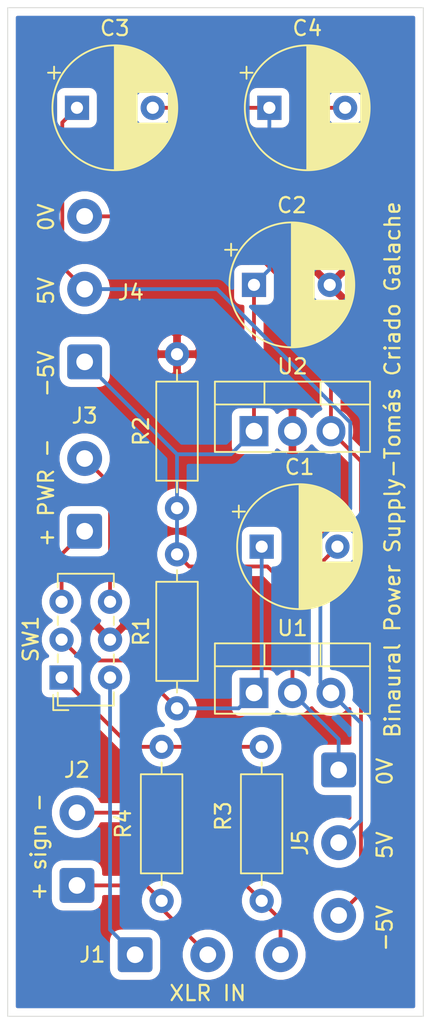
<source format=kicad_pcb>
(kicad_pcb (version 20171130) (host pcbnew "(5.1.9)-1")

  (general
    (thickness 1.6)
    (drawings 14)
    (tracks 60)
    (zones 0)
    (modules 16)
    (nets 12)
  )

  (page A4)
  (layers
    (0 F.Cu signal)
    (31 B.Cu signal)
    (32 B.Adhes user)
    (33 F.Adhes user)
    (34 B.Paste user)
    (35 F.Paste user)
    (36 B.SilkS user)
    (37 F.SilkS user)
    (38 B.Mask user)
    (39 F.Mask user)
    (40 Dwgs.User user)
    (41 Cmts.User user)
    (42 Eco1.User user)
    (43 Eco2.User user)
    (44 Edge.Cuts user)
    (45 Margin user)
    (46 B.CrtYd user)
    (47 F.CrtYd user)
    (48 B.Fab user hide)
    (49 F.Fab user hide)
  )

  (setup
    (last_trace_width 0.25)
    (trace_clearance 0.2)
    (zone_clearance 0.508)
    (zone_45_only no)
    (trace_min 0.2)
    (via_size 0.8)
    (via_drill 0.4)
    (via_min_size 0.4)
    (via_min_drill 0.3)
    (uvia_size 0.3)
    (uvia_drill 0.1)
    (uvias_allowed no)
    (uvia_min_size 0.2)
    (uvia_min_drill 0.1)
    (edge_width 0.05)
    (segment_width 0.2)
    (pcb_text_width 0.3)
    (pcb_text_size 1.5 1.5)
    (mod_edge_width 0.12)
    (mod_text_size 1 1)
    (mod_text_width 0.15)
    (pad_size 1.524 1.524)
    (pad_drill 0.762)
    (pad_to_mask_clearance 0)
    (aux_axis_origin 0 0)
    (visible_elements 7FFFFFFF)
    (pcbplotparams
      (layerselection 0x010fc_ffffffff)
      (usegerberextensions false)
      (usegerberattributes true)
      (usegerberadvancedattributes true)
      (creategerberjobfile true)
      (excludeedgelayer true)
      (linewidth 0.100000)
      (plotframeref false)
      (viasonmask false)
      (mode 1)
      (useauxorigin false)
      (hpglpennumber 1)
      (hpglpenspeed 20)
      (hpglpendiameter 15.000000)
      (psnegative false)
      (psa4output false)
      (plotreference true)
      (plotvalue true)
      (plotinvisibletext false)
      (padsonsilk false)
      (subtractmaskfromsilk false)
      (outputformat 1)
      (mirror false)
      (drillshape 1)
      (scaleselection 1)
      (outputdirectory ""))
  )

  (net 0 "")
  (net 1 "Net-(C1-Pad1)")
  (net 2 0V)
  (net 3 GND)
  (net 4 "Net-(J1-Pad1)")
  (net 5 "Net-(J1-Pad2)")
  (net 6 "Net-(J1-Pad3)")
  (net 7 "Net-(J3-Pad1)")
  (net 8 "Net-(J3-Pad2)")
  (net 9 -5V)
  (net 10 5V)
  (net 11 "Net-(R3-Pad1)")

  (net_class Default "This is the default net class."
    (clearance 0.2)
    (trace_width 0.25)
    (via_dia 0.8)
    (via_drill 0.4)
    (uvia_dia 0.3)
    (uvia_drill 0.1)
    (add_net -5V)
    (add_net 0V)
    (add_net 5V)
    (add_net GND)
    (add_net "Net-(C1-Pad1)")
    (add_net "Net-(J1-Pad1)")
    (add_net "Net-(J1-Pad2)")
    (add_net "Net-(J1-Pad3)")
    (add_net "Net-(J3-Pad1)")
    (add_net "Net-(J3-Pad2)")
    (add_net "Net-(R3-Pad1)")
  )

  (module Capacitor_THT:CP_Radial_D8.0mm_P5.00mm (layer F.Cu) (tedit 5AE50EF0) (tstamp 608AF045)
    (at 159.004 70.612)
    (descr "CP, Radial series, Radial, pin pitch=5.00mm, , diameter=8mm, Electrolytic Capacitor")
    (tags "CP Radial series Radial pin pitch 5.00mm  diameter 8mm Electrolytic Capacitor")
    (path /608B2283)
    (fp_text reference C1 (at 2.5 -5.25) (layer F.SilkS)
      (effects (font (size 1 1) (thickness 0.15)))
    )
    (fp_text value 10u (at 2.5 5.25) (layer F.Fab)
      (effects (font (size 1 1) (thickness 0.15)))
    )
    (fp_line (start -1.509698 -2.715) (end -1.509698 -1.915) (layer F.SilkS) (width 0.12))
    (fp_line (start -1.909698 -2.315) (end -1.109698 -2.315) (layer F.SilkS) (width 0.12))
    (fp_line (start 6.581 -0.533) (end 6.581 0.533) (layer F.SilkS) (width 0.12))
    (fp_line (start 6.541 -0.768) (end 6.541 0.768) (layer F.SilkS) (width 0.12))
    (fp_line (start 6.501 -0.948) (end 6.501 0.948) (layer F.SilkS) (width 0.12))
    (fp_line (start 6.461 -1.098) (end 6.461 1.098) (layer F.SilkS) (width 0.12))
    (fp_line (start 6.421 -1.229) (end 6.421 1.229) (layer F.SilkS) (width 0.12))
    (fp_line (start 6.381 -1.346) (end 6.381 1.346) (layer F.SilkS) (width 0.12))
    (fp_line (start 6.341 -1.453) (end 6.341 1.453) (layer F.SilkS) (width 0.12))
    (fp_line (start 6.301 -1.552) (end 6.301 1.552) (layer F.SilkS) (width 0.12))
    (fp_line (start 6.261 -1.645) (end 6.261 1.645) (layer F.SilkS) (width 0.12))
    (fp_line (start 6.221 -1.731) (end 6.221 1.731) (layer F.SilkS) (width 0.12))
    (fp_line (start 6.181 -1.813) (end 6.181 1.813) (layer F.SilkS) (width 0.12))
    (fp_line (start 6.141 -1.89) (end 6.141 1.89) (layer F.SilkS) (width 0.12))
    (fp_line (start 6.101 -1.964) (end 6.101 1.964) (layer F.SilkS) (width 0.12))
    (fp_line (start 6.061 -2.034) (end 6.061 2.034) (layer F.SilkS) (width 0.12))
    (fp_line (start 6.021 1.04) (end 6.021 2.102) (layer F.SilkS) (width 0.12))
    (fp_line (start 6.021 -2.102) (end 6.021 -1.04) (layer F.SilkS) (width 0.12))
    (fp_line (start 5.981 1.04) (end 5.981 2.166) (layer F.SilkS) (width 0.12))
    (fp_line (start 5.981 -2.166) (end 5.981 -1.04) (layer F.SilkS) (width 0.12))
    (fp_line (start 5.941 1.04) (end 5.941 2.228) (layer F.SilkS) (width 0.12))
    (fp_line (start 5.941 -2.228) (end 5.941 -1.04) (layer F.SilkS) (width 0.12))
    (fp_line (start 5.901 1.04) (end 5.901 2.287) (layer F.SilkS) (width 0.12))
    (fp_line (start 5.901 -2.287) (end 5.901 -1.04) (layer F.SilkS) (width 0.12))
    (fp_line (start 5.861 1.04) (end 5.861 2.345) (layer F.SilkS) (width 0.12))
    (fp_line (start 5.861 -2.345) (end 5.861 -1.04) (layer F.SilkS) (width 0.12))
    (fp_line (start 5.821 1.04) (end 5.821 2.4) (layer F.SilkS) (width 0.12))
    (fp_line (start 5.821 -2.4) (end 5.821 -1.04) (layer F.SilkS) (width 0.12))
    (fp_line (start 5.781 1.04) (end 5.781 2.454) (layer F.SilkS) (width 0.12))
    (fp_line (start 5.781 -2.454) (end 5.781 -1.04) (layer F.SilkS) (width 0.12))
    (fp_line (start 5.741 1.04) (end 5.741 2.505) (layer F.SilkS) (width 0.12))
    (fp_line (start 5.741 -2.505) (end 5.741 -1.04) (layer F.SilkS) (width 0.12))
    (fp_line (start 5.701 1.04) (end 5.701 2.556) (layer F.SilkS) (width 0.12))
    (fp_line (start 5.701 -2.556) (end 5.701 -1.04) (layer F.SilkS) (width 0.12))
    (fp_line (start 5.661 1.04) (end 5.661 2.604) (layer F.SilkS) (width 0.12))
    (fp_line (start 5.661 -2.604) (end 5.661 -1.04) (layer F.SilkS) (width 0.12))
    (fp_line (start 5.621 1.04) (end 5.621 2.651) (layer F.SilkS) (width 0.12))
    (fp_line (start 5.621 -2.651) (end 5.621 -1.04) (layer F.SilkS) (width 0.12))
    (fp_line (start 5.581 1.04) (end 5.581 2.697) (layer F.SilkS) (width 0.12))
    (fp_line (start 5.581 -2.697) (end 5.581 -1.04) (layer F.SilkS) (width 0.12))
    (fp_line (start 5.541 1.04) (end 5.541 2.741) (layer F.SilkS) (width 0.12))
    (fp_line (start 5.541 -2.741) (end 5.541 -1.04) (layer F.SilkS) (width 0.12))
    (fp_line (start 5.501 1.04) (end 5.501 2.784) (layer F.SilkS) (width 0.12))
    (fp_line (start 5.501 -2.784) (end 5.501 -1.04) (layer F.SilkS) (width 0.12))
    (fp_line (start 5.461 1.04) (end 5.461 2.826) (layer F.SilkS) (width 0.12))
    (fp_line (start 5.461 -2.826) (end 5.461 -1.04) (layer F.SilkS) (width 0.12))
    (fp_line (start 5.421 1.04) (end 5.421 2.867) (layer F.SilkS) (width 0.12))
    (fp_line (start 5.421 -2.867) (end 5.421 -1.04) (layer F.SilkS) (width 0.12))
    (fp_line (start 5.381 1.04) (end 5.381 2.907) (layer F.SilkS) (width 0.12))
    (fp_line (start 5.381 -2.907) (end 5.381 -1.04) (layer F.SilkS) (width 0.12))
    (fp_line (start 5.341 1.04) (end 5.341 2.945) (layer F.SilkS) (width 0.12))
    (fp_line (start 5.341 -2.945) (end 5.341 -1.04) (layer F.SilkS) (width 0.12))
    (fp_line (start 5.301 1.04) (end 5.301 2.983) (layer F.SilkS) (width 0.12))
    (fp_line (start 5.301 -2.983) (end 5.301 -1.04) (layer F.SilkS) (width 0.12))
    (fp_line (start 5.261 1.04) (end 5.261 3.019) (layer F.SilkS) (width 0.12))
    (fp_line (start 5.261 -3.019) (end 5.261 -1.04) (layer F.SilkS) (width 0.12))
    (fp_line (start 5.221 1.04) (end 5.221 3.055) (layer F.SilkS) (width 0.12))
    (fp_line (start 5.221 -3.055) (end 5.221 -1.04) (layer F.SilkS) (width 0.12))
    (fp_line (start 5.181 1.04) (end 5.181 3.09) (layer F.SilkS) (width 0.12))
    (fp_line (start 5.181 -3.09) (end 5.181 -1.04) (layer F.SilkS) (width 0.12))
    (fp_line (start 5.141 1.04) (end 5.141 3.124) (layer F.SilkS) (width 0.12))
    (fp_line (start 5.141 -3.124) (end 5.141 -1.04) (layer F.SilkS) (width 0.12))
    (fp_line (start 5.101 1.04) (end 5.101 3.156) (layer F.SilkS) (width 0.12))
    (fp_line (start 5.101 -3.156) (end 5.101 -1.04) (layer F.SilkS) (width 0.12))
    (fp_line (start 5.061 1.04) (end 5.061 3.189) (layer F.SilkS) (width 0.12))
    (fp_line (start 5.061 -3.189) (end 5.061 -1.04) (layer F.SilkS) (width 0.12))
    (fp_line (start 5.021 1.04) (end 5.021 3.22) (layer F.SilkS) (width 0.12))
    (fp_line (start 5.021 -3.22) (end 5.021 -1.04) (layer F.SilkS) (width 0.12))
    (fp_line (start 4.981 1.04) (end 4.981 3.25) (layer F.SilkS) (width 0.12))
    (fp_line (start 4.981 -3.25) (end 4.981 -1.04) (layer F.SilkS) (width 0.12))
    (fp_line (start 4.941 1.04) (end 4.941 3.28) (layer F.SilkS) (width 0.12))
    (fp_line (start 4.941 -3.28) (end 4.941 -1.04) (layer F.SilkS) (width 0.12))
    (fp_line (start 4.901 1.04) (end 4.901 3.309) (layer F.SilkS) (width 0.12))
    (fp_line (start 4.901 -3.309) (end 4.901 -1.04) (layer F.SilkS) (width 0.12))
    (fp_line (start 4.861 1.04) (end 4.861 3.338) (layer F.SilkS) (width 0.12))
    (fp_line (start 4.861 -3.338) (end 4.861 -1.04) (layer F.SilkS) (width 0.12))
    (fp_line (start 4.821 1.04) (end 4.821 3.365) (layer F.SilkS) (width 0.12))
    (fp_line (start 4.821 -3.365) (end 4.821 -1.04) (layer F.SilkS) (width 0.12))
    (fp_line (start 4.781 1.04) (end 4.781 3.392) (layer F.SilkS) (width 0.12))
    (fp_line (start 4.781 -3.392) (end 4.781 -1.04) (layer F.SilkS) (width 0.12))
    (fp_line (start 4.741 1.04) (end 4.741 3.418) (layer F.SilkS) (width 0.12))
    (fp_line (start 4.741 -3.418) (end 4.741 -1.04) (layer F.SilkS) (width 0.12))
    (fp_line (start 4.701 1.04) (end 4.701 3.444) (layer F.SilkS) (width 0.12))
    (fp_line (start 4.701 -3.444) (end 4.701 -1.04) (layer F.SilkS) (width 0.12))
    (fp_line (start 4.661 1.04) (end 4.661 3.469) (layer F.SilkS) (width 0.12))
    (fp_line (start 4.661 -3.469) (end 4.661 -1.04) (layer F.SilkS) (width 0.12))
    (fp_line (start 4.621 1.04) (end 4.621 3.493) (layer F.SilkS) (width 0.12))
    (fp_line (start 4.621 -3.493) (end 4.621 -1.04) (layer F.SilkS) (width 0.12))
    (fp_line (start 4.581 1.04) (end 4.581 3.517) (layer F.SilkS) (width 0.12))
    (fp_line (start 4.581 -3.517) (end 4.581 -1.04) (layer F.SilkS) (width 0.12))
    (fp_line (start 4.541 1.04) (end 4.541 3.54) (layer F.SilkS) (width 0.12))
    (fp_line (start 4.541 -3.54) (end 4.541 -1.04) (layer F.SilkS) (width 0.12))
    (fp_line (start 4.501 1.04) (end 4.501 3.562) (layer F.SilkS) (width 0.12))
    (fp_line (start 4.501 -3.562) (end 4.501 -1.04) (layer F.SilkS) (width 0.12))
    (fp_line (start 4.461 1.04) (end 4.461 3.584) (layer F.SilkS) (width 0.12))
    (fp_line (start 4.461 -3.584) (end 4.461 -1.04) (layer F.SilkS) (width 0.12))
    (fp_line (start 4.421 1.04) (end 4.421 3.606) (layer F.SilkS) (width 0.12))
    (fp_line (start 4.421 -3.606) (end 4.421 -1.04) (layer F.SilkS) (width 0.12))
    (fp_line (start 4.381 1.04) (end 4.381 3.627) (layer F.SilkS) (width 0.12))
    (fp_line (start 4.381 -3.627) (end 4.381 -1.04) (layer F.SilkS) (width 0.12))
    (fp_line (start 4.341 1.04) (end 4.341 3.647) (layer F.SilkS) (width 0.12))
    (fp_line (start 4.341 -3.647) (end 4.341 -1.04) (layer F.SilkS) (width 0.12))
    (fp_line (start 4.301 1.04) (end 4.301 3.666) (layer F.SilkS) (width 0.12))
    (fp_line (start 4.301 -3.666) (end 4.301 -1.04) (layer F.SilkS) (width 0.12))
    (fp_line (start 4.261 1.04) (end 4.261 3.686) (layer F.SilkS) (width 0.12))
    (fp_line (start 4.261 -3.686) (end 4.261 -1.04) (layer F.SilkS) (width 0.12))
    (fp_line (start 4.221 1.04) (end 4.221 3.704) (layer F.SilkS) (width 0.12))
    (fp_line (start 4.221 -3.704) (end 4.221 -1.04) (layer F.SilkS) (width 0.12))
    (fp_line (start 4.181 1.04) (end 4.181 3.722) (layer F.SilkS) (width 0.12))
    (fp_line (start 4.181 -3.722) (end 4.181 -1.04) (layer F.SilkS) (width 0.12))
    (fp_line (start 4.141 1.04) (end 4.141 3.74) (layer F.SilkS) (width 0.12))
    (fp_line (start 4.141 -3.74) (end 4.141 -1.04) (layer F.SilkS) (width 0.12))
    (fp_line (start 4.101 1.04) (end 4.101 3.757) (layer F.SilkS) (width 0.12))
    (fp_line (start 4.101 -3.757) (end 4.101 -1.04) (layer F.SilkS) (width 0.12))
    (fp_line (start 4.061 1.04) (end 4.061 3.774) (layer F.SilkS) (width 0.12))
    (fp_line (start 4.061 -3.774) (end 4.061 -1.04) (layer F.SilkS) (width 0.12))
    (fp_line (start 4.021 1.04) (end 4.021 3.79) (layer F.SilkS) (width 0.12))
    (fp_line (start 4.021 -3.79) (end 4.021 -1.04) (layer F.SilkS) (width 0.12))
    (fp_line (start 3.981 1.04) (end 3.981 3.805) (layer F.SilkS) (width 0.12))
    (fp_line (start 3.981 -3.805) (end 3.981 -1.04) (layer F.SilkS) (width 0.12))
    (fp_line (start 3.941 -3.821) (end 3.941 3.821) (layer F.SilkS) (width 0.12))
    (fp_line (start 3.901 -3.835) (end 3.901 3.835) (layer F.SilkS) (width 0.12))
    (fp_line (start 3.861 -3.85) (end 3.861 3.85) (layer F.SilkS) (width 0.12))
    (fp_line (start 3.821 -3.863) (end 3.821 3.863) (layer F.SilkS) (width 0.12))
    (fp_line (start 3.781 -3.877) (end 3.781 3.877) (layer F.SilkS) (width 0.12))
    (fp_line (start 3.741 -3.889) (end 3.741 3.889) (layer F.SilkS) (width 0.12))
    (fp_line (start 3.701 -3.902) (end 3.701 3.902) (layer F.SilkS) (width 0.12))
    (fp_line (start 3.661 -3.914) (end 3.661 3.914) (layer F.SilkS) (width 0.12))
    (fp_line (start 3.621 -3.925) (end 3.621 3.925) (layer F.SilkS) (width 0.12))
    (fp_line (start 3.581 -3.936) (end 3.581 3.936) (layer F.SilkS) (width 0.12))
    (fp_line (start 3.541 -3.947) (end 3.541 3.947) (layer F.SilkS) (width 0.12))
    (fp_line (start 3.501 -3.957) (end 3.501 3.957) (layer F.SilkS) (width 0.12))
    (fp_line (start 3.461 -3.967) (end 3.461 3.967) (layer F.SilkS) (width 0.12))
    (fp_line (start 3.421 -3.976) (end 3.421 3.976) (layer F.SilkS) (width 0.12))
    (fp_line (start 3.381 -3.985) (end 3.381 3.985) (layer F.SilkS) (width 0.12))
    (fp_line (start 3.341 -3.994) (end 3.341 3.994) (layer F.SilkS) (width 0.12))
    (fp_line (start 3.301 -4.002) (end 3.301 4.002) (layer F.SilkS) (width 0.12))
    (fp_line (start 3.261 -4.01) (end 3.261 4.01) (layer F.SilkS) (width 0.12))
    (fp_line (start 3.221 -4.017) (end 3.221 4.017) (layer F.SilkS) (width 0.12))
    (fp_line (start 3.18 -4.024) (end 3.18 4.024) (layer F.SilkS) (width 0.12))
    (fp_line (start 3.14 -4.03) (end 3.14 4.03) (layer F.SilkS) (width 0.12))
    (fp_line (start 3.1 -4.037) (end 3.1 4.037) (layer F.SilkS) (width 0.12))
    (fp_line (start 3.06 -4.042) (end 3.06 4.042) (layer F.SilkS) (width 0.12))
    (fp_line (start 3.02 -4.048) (end 3.02 4.048) (layer F.SilkS) (width 0.12))
    (fp_line (start 2.98 -4.052) (end 2.98 4.052) (layer F.SilkS) (width 0.12))
    (fp_line (start 2.94 -4.057) (end 2.94 4.057) (layer F.SilkS) (width 0.12))
    (fp_line (start 2.9 -4.061) (end 2.9 4.061) (layer F.SilkS) (width 0.12))
    (fp_line (start 2.86 -4.065) (end 2.86 4.065) (layer F.SilkS) (width 0.12))
    (fp_line (start 2.82 -4.068) (end 2.82 4.068) (layer F.SilkS) (width 0.12))
    (fp_line (start 2.78 -4.071) (end 2.78 4.071) (layer F.SilkS) (width 0.12))
    (fp_line (start 2.74 -4.074) (end 2.74 4.074) (layer F.SilkS) (width 0.12))
    (fp_line (start 2.7 -4.076) (end 2.7 4.076) (layer F.SilkS) (width 0.12))
    (fp_line (start 2.66 -4.077) (end 2.66 4.077) (layer F.SilkS) (width 0.12))
    (fp_line (start 2.62 -4.079) (end 2.62 4.079) (layer F.SilkS) (width 0.12))
    (fp_line (start 2.58 -4.08) (end 2.58 4.08) (layer F.SilkS) (width 0.12))
    (fp_line (start 2.54 -4.08) (end 2.54 4.08) (layer F.SilkS) (width 0.12))
    (fp_line (start 2.5 -4.08) (end 2.5 4.08) (layer F.SilkS) (width 0.12))
    (fp_line (start -0.526759 -2.1475) (end -0.526759 -1.3475) (layer F.Fab) (width 0.1))
    (fp_line (start -0.926759 -1.7475) (end -0.126759 -1.7475) (layer F.Fab) (width 0.1))
    (fp_circle (center 2.5 0) (end 6.75 0) (layer F.CrtYd) (width 0.05))
    (fp_circle (center 2.5 0) (end 6.62 0) (layer F.SilkS) (width 0.12))
    (fp_circle (center 2.5 0) (end 6.5 0) (layer F.Fab) (width 0.1))
    (fp_text user %R (at 2.5 0) (layer F.Fab)
      (effects (font (size 1 1) (thickness 0.15)))
    )
    (pad 1 thru_hole rect (at 0 0) (size 1.6 1.6) (drill 0.8) (layers *.Cu *.Mask)
      (net 1 "Net-(C1-Pad1)"))
    (pad 2 thru_hole circle (at 5 0) (size 1.6 1.6) (drill 0.8) (layers *.Cu *.Mask)
      (net 2 0V))
    (model ${KISYS3DMOD}/Capacitor_THT.3dshapes/CP_Radial_D8.0mm_P5.00mm.wrl
      (at (xyz 0 0 0))
      (scale (xyz 1 1 1))
      (rotate (xyz 0 0 0))
    )
  )

  (module Capacitor_THT:CP_Radial_D8.0mm_P5.00mm (layer F.Cu) (tedit 5AE50EF0) (tstamp 608AF0EE)
    (at 158.496 53.34)
    (descr "CP, Radial series, Radial, pin pitch=5.00mm, , diameter=8mm, Electrolytic Capacitor")
    (tags "CP Radial series Radial pin pitch 5.00mm  diameter 8mm Electrolytic Capacitor")
    (path /608B25C5)
    (fp_text reference C2 (at 2.5 -5.25) (layer F.SilkS)
      (effects (font (size 1 1) (thickness 0.15)))
    )
    (fp_text value 10u (at 2.5 5.25) (layer F.Fab)
      (effects (font (size 1 1) (thickness 0.15)))
    )
    (fp_circle (center 2.5 0) (end 6.5 0) (layer F.Fab) (width 0.1))
    (fp_circle (center 2.5 0) (end 6.62 0) (layer F.SilkS) (width 0.12))
    (fp_circle (center 2.5 0) (end 6.75 0) (layer F.CrtYd) (width 0.05))
    (fp_line (start -0.926759 -1.7475) (end -0.126759 -1.7475) (layer F.Fab) (width 0.1))
    (fp_line (start -0.526759 -2.1475) (end -0.526759 -1.3475) (layer F.Fab) (width 0.1))
    (fp_line (start 2.5 -4.08) (end 2.5 4.08) (layer F.SilkS) (width 0.12))
    (fp_line (start 2.54 -4.08) (end 2.54 4.08) (layer F.SilkS) (width 0.12))
    (fp_line (start 2.58 -4.08) (end 2.58 4.08) (layer F.SilkS) (width 0.12))
    (fp_line (start 2.62 -4.079) (end 2.62 4.079) (layer F.SilkS) (width 0.12))
    (fp_line (start 2.66 -4.077) (end 2.66 4.077) (layer F.SilkS) (width 0.12))
    (fp_line (start 2.7 -4.076) (end 2.7 4.076) (layer F.SilkS) (width 0.12))
    (fp_line (start 2.74 -4.074) (end 2.74 4.074) (layer F.SilkS) (width 0.12))
    (fp_line (start 2.78 -4.071) (end 2.78 4.071) (layer F.SilkS) (width 0.12))
    (fp_line (start 2.82 -4.068) (end 2.82 4.068) (layer F.SilkS) (width 0.12))
    (fp_line (start 2.86 -4.065) (end 2.86 4.065) (layer F.SilkS) (width 0.12))
    (fp_line (start 2.9 -4.061) (end 2.9 4.061) (layer F.SilkS) (width 0.12))
    (fp_line (start 2.94 -4.057) (end 2.94 4.057) (layer F.SilkS) (width 0.12))
    (fp_line (start 2.98 -4.052) (end 2.98 4.052) (layer F.SilkS) (width 0.12))
    (fp_line (start 3.02 -4.048) (end 3.02 4.048) (layer F.SilkS) (width 0.12))
    (fp_line (start 3.06 -4.042) (end 3.06 4.042) (layer F.SilkS) (width 0.12))
    (fp_line (start 3.1 -4.037) (end 3.1 4.037) (layer F.SilkS) (width 0.12))
    (fp_line (start 3.14 -4.03) (end 3.14 4.03) (layer F.SilkS) (width 0.12))
    (fp_line (start 3.18 -4.024) (end 3.18 4.024) (layer F.SilkS) (width 0.12))
    (fp_line (start 3.221 -4.017) (end 3.221 4.017) (layer F.SilkS) (width 0.12))
    (fp_line (start 3.261 -4.01) (end 3.261 4.01) (layer F.SilkS) (width 0.12))
    (fp_line (start 3.301 -4.002) (end 3.301 4.002) (layer F.SilkS) (width 0.12))
    (fp_line (start 3.341 -3.994) (end 3.341 3.994) (layer F.SilkS) (width 0.12))
    (fp_line (start 3.381 -3.985) (end 3.381 3.985) (layer F.SilkS) (width 0.12))
    (fp_line (start 3.421 -3.976) (end 3.421 3.976) (layer F.SilkS) (width 0.12))
    (fp_line (start 3.461 -3.967) (end 3.461 3.967) (layer F.SilkS) (width 0.12))
    (fp_line (start 3.501 -3.957) (end 3.501 3.957) (layer F.SilkS) (width 0.12))
    (fp_line (start 3.541 -3.947) (end 3.541 3.947) (layer F.SilkS) (width 0.12))
    (fp_line (start 3.581 -3.936) (end 3.581 3.936) (layer F.SilkS) (width 0.12))
    (fp_line (start 3.621 -3.925) (end 3.621 3.925) (layer F.SilkS) (width 0.12))
    (fp_line (start 3.661 -3.914) (end 3.661 3.914) (layer F.SilkS) (width 0.12))
    (fp_line (start 3.701 -3.902) (end 3.701 3.902) (layer F.SilkS) (width 0.12))
    (fp_line (start 3.741 -3.889) (end 3.741 3.889) (layer F.SilkS) (width 0.12))
    (fp_line (start 3.781 -3.877) (end 3.781 3.877) (layer F.SilkS) (width 0.12))
    (fp_line (start 3.821 -3.863) (end 3.821 3.863) (layer F.SilkS) (width 0.12))
    (fp_line (start 3.861 -3.85) (end 3.861 3.85) (layer F.SilkS) (width 0.12))
    (fp_line (start 3.901 -3.835) (end 3.901 3.835) (layer F.SilkS) (width 0.12))
    (fp_line (start 3.941 -3.821) (end 3.941 3.821) (layer F.SilkS) (width 0.12))
    (fp_line (start 3.981 -3.805) (end 3.981 -1.04) (layer F.SilkS) (width 0.12))
    (fp_line (start 3.981 1.04) (end 3.981 3.805) (layer F.SilkS) (width 0.12))
    (fp_line (start 4.021 -3.79) (end 4.021 -1.04) (layer F.SilkS) (width 0.12))
    (fp_line (start 4.021 1.04) (end 4.021 3.79) (layer F.SilkS) (width 0.12))
    (fp_line (start 4.061 -3.774) (end 4.061 -1.04) (layer F.SilkS) (width 0.12))
    (fp_line (start 4.061 1.04) (end 4.061 3.774) (layer F.SilkS) (width 0.12))
    (fp_line (start 4.101 -3.757) (end 4.101 -1.04) (layer F.SilkS) (width 0.12))
    (fp_line (start 4.101 1.04) (end 4.101 3.757) (layer F.SilkS) (width 0.12))
    (fp_line (start 4.141 -3.74) (end 4.141 -1.04) (layer F.SilkS) (width 0.12))
    (fp_line (start 4.141 1.04) (end 4.141 3.74) (layer F.SilkS) (width 0.12))
    (fp_line (start 4.181 -3.722) (end 4.181 -1.04) (layer F.SilkS) (width 0.12))
    (fp_line (start 4.181 1.04) (end 4.181 3.722) (layer F.SilkS) (width 0.12))
    (fp_line (start 4.221 -3.704) (end 4.221 -1.04) (layer F.SilkS) (width 0.12))
    (fp_line (start 4.221 1.04) (end 4.221 3.704) (layer F.SilkS) (width 0.12))
    (fp_line (start 4.261 -3.686) (end 4.261 -1.04) (layer F.SilkS) (width 0.12))
    (fp_line (start 4.261 1.04) (end 4.261 3.686) (layer F.SilkS) (width 0.12))
    (fp_line (start 4.301 -3.666) (end 4.301 -1.04) (layer F.SilkS) (width 0.12))
    (fp_line (start 4.301 1.04) (end 4.301 3.666) (layer F.SilkS) (width 0.12))
    (fp_line (start 4.341 -3.647) (end 4.341 -1.04) (layer F.SilkS) (width 0.12))
    (fp_line (start 4.341 1.04) (end 4.341 3.647) (layer F.SilkS) (width 0.12))
    (fp_line (start 4.381 -3.627) (end 4.381 -1.04) (layer F.SilkS) (width 0.12))
    (fp_line (start 4.381 1.04) (end 4.381 3.627) (layer F.SilkS) (width 0.12))
    (fp_line (start 4.421 -3.606) (end 4.421 -1.04) (layer F.SilkS) (width 0.12))
    (fp_line (start 4.421 1.04) (end 4.421 3.606) (layer F.SilkS) (width 0.12))
    (fp_line (start 4.461 -3.584) (end 4.461 -1.04) (layer F.SilkS) (width 0.12))
    (fp_line (start 4.461 1.04) (end 4.461 3.584) (layer F.SilkS) (width 0.12))
    (fp_line (start 4.501 -3.562) (end 4.501 -1.04) (layer F.SilkS) (width 0.12))
    (fp_line (start 4.501 1.04) (end 4.501 3.562) (layer F.SilkS) (width 0.12))
    (fp_line (start 4.541 -3.54) (end 4.541 -1.04) (layer F.SilkS) (width 0.12))
    (fp_line (start 4.541 1.04) (end 4.541 3.54) (layer F.SilkS) (width 0.12))
    (fp_line (start 4.581 -3.517) (end 4.581 -1.04) (layer F.SilkS) (width 0.12))
    (fp_line (start 4.581 1.04) (end 4.581 3.517) (layer F.SilkS) (width 0.12))
    (fp_line (start 4.621 -3.493) (end 4.621 -1.04) (layer F.SilkS) (width 0.12))
    (fp_line (start 4.621 1.04) (end 4.621 3.493) (layer F.SilkS) (width 0.12))
    (fp_line (start 4.661 -3.469) (end 4.661 -1.04) (layer F.SilkS) (width 0.12))
    (fp_line (start 4.661 1.04) (end 4.661 3.469) (layer F.SilkS) (width 0.12))
    (fp_line (start 4.701 -3.444) (end 4.701 -1.04) (layer F.SilkS) (width 0.12))
    (fp_line (start 4.701 1.04) (end 4.701 3.444) (layer F.SilkS) (width 0.12))
    (fp_line (start 4.741 -3.418) (end 4.741 -1.04) (layer F.SilkS) (width 0.12))
    (fp_line (start 4.741 1.04) (end 4.741 3.418) (layer F.SilkS) (width 0.12))
    (fp_line (start 4.781 -3.392) (end 4.781 -1.04) (layer F.SilkS) (width 0.12))
    (fp_line (start 4.781 1.04) (end 4.781 3.392) (layer F.SilkS) (width 0.12))
    (fp_line (start 4.821 -3.365) (end 4.821 -1.04) (layer F.SilkS) (width 0.12))
    (fp_line (start 4.821 1.04) (end 4.821 3.365) (layer F.SilkS) (width 0.12))
    (fp_line (start 4.861 -3.338) (end 4.861 -1.04) (layer F.SilkS) (width 0.12))
    (fp_line (start 4.861 1.04) (end 4.861 3.338) (layer F.SilkS) (width 0.12))
    (fp_line (start 4.901 -3.309) (end 4.901 -1.04) (layer F.SilkS) (width 0.12))
    (fp_line (start 4.901 1.04) (end 4.901 3.309) (layer F.SilkS) (width 0.12))
    (fp_line (start 4.941 -3.28) (end 4.941 -1.04) (layer F.SilkS) (width 0.12))
    (fp_line (start 4.941 1.04) (end 4.941 3.28) (layer F.SilkS) (width 0.12))
    (fp_line (start 4.981 -3.25) (end 4.981 -1.04) (layer F.SilkS) (width 0.12))
    (fp_line (start 4.981 1.04) (end 4.981 3.25) (layer F.SilkS) (width 0.12))
    (fp_line (start 5.021 -3.22) (end 5.021 -1.04) (layer F.SilkS) (width 0.12))
    (fp_line (start 5.021 1.04) (end 5.021 3.22) (layer F.SilkS) (width 0.12))
    (fp_line (start 5.061 -3.189) (end 5.061 -1.04) (layer F.SilkS) (width 0.12))
    (fp_line (start 5.061 1.04) (end 5.061 3.189) (layer F.SilkS) (width 0.12))
    (fp_line (start 5.101 -3.156) (end 5.101 -1.04) (layer F.SilkS) (width 0.12))
    (fp_line (start 5.101 1.04) (end 5.101 3.156) (layer F.SilkS) (width 0.12))
    (fp_line (start 5.141 -3.124) (end 5.141 -1.04) (layer F.SilkS) (width 0.12))
    (fp_line (start 5.141 1.04) (end 5.141 3.124) (layer F.SilkS) (width 0.12))
    (fp_line (start 5.181 -3.09) (end 5.181 -1.04) (layer F.SilkS) (width 0.12))
    (fp_line (start 5.181 1.04) (end 5.181 3.09) (layer F.SilkS) (width 0.12))
    (fp_line (start 5.221 -3.055) (end 5.221 -1.04) (layer F.SilkS) (width 0.12))
    (fp_line (start 5.221 1.04) (end 5.221 3.055) (layer F.SilkS) (width 0.12))
    (fp_line (start 5.261 -3.019) (end 5.261 -1.04) (layer F.SilkS) (width 0.12))
    (fp_line (start 5.261 1.04) (end 5.261 3.019) (layer F.SilkS) (width 0.12))
    (fp_line (start 5.301 -2.983) (end 5.301 -1.04) (layer F.SilkS) (width 0.12))
    (fp_line (start 5.301 1.04) (end 5.301 2.983) (layer F.SilkS) (width 0.12))
    (fp_line (start 5.341 -2.945) (end 5.341 -1.04) (layer F.SilkS) (width 0.12))
    (fp_line (start 5.341 1.04) (end 5.341 2.945) (layer F.SilkS) (width 0.12))
    (fp_line (start 5.381 -2.907) (end 5.381 -1.04) (layer F.SilkS) (width 0.12))
    (fp_line (start 5.381 1.04) (end 5.381 2.907) (layer F.SilkS) (width 0.12))
    (fp_line (start 5.421 -2.867) (end 5.421 -1.04) (layer F.SilkS) (width 0.12))
    (fp_line (start 5.421 1.04) (end 5.421 2.867) (layer F.SilkS) (width 0.12))
    (fp_line (start 5.461 -2.826) (end 5.461 -1.04) (layer F.SilkS) (width 0.12))
    (fp_line (start 5.461 1.04) (end 5.461 2.826) (layer F.SilkS) (width 0.12))
    (fp_line (start 5.501 -2.784) (end 5.501 -1.04) (layer F.SilkS) (width 0.12))
    (fp_line (start 5.501 1.04) (end 5.501 2.784) (layer F.SilkS) (width 0.12))
    (fp_line (start 5.541 -2.741) (end 5.541 -1.04) (layer F.SilkS) (width 0.12))
    (fp_line (start 5.541 1.04) (end 5.541 2.741) (layer F.SilkS) (width 0.12))
    (fp_line (start 5.581 -2.697) (end 5.581 -1.04) (layer F.SilkS) (width 0.12))
    (fp_line (start 5.581 1.04) (end 5.581 2.697) (layer F.SilkS) (width 0.12))
    (fp_line (start 5.621 -2.651) (end 5.621 -1.04) (layer F.SilkS) (width 0.12))
    (fp_line (start 5.621 1.04) (end 5.621 2.651) (layer F.SilkS) (width 0.12))
    (fp_line (start 5.661 -2.604) (end 5.661 -1.04) (layer F.SilkS) (width 0.12))
    (fp_line (start 5.661 1.04) (end 5.661 2.604) (layer F.SilkS) (width 0.12))
    (fp_line (start 5.701 -2.556) (end 5.701 -1.04) (layer F.SilkS) (width 0.12))
    (fp_line (start 5.701 1.04) (end 5.701 2.556) (layer F.SilkS) (width 0.12))
    (fp_line (start 5.741 -2.505) (end 5.741 -1.04) (layer F.SilkS) (width 0.12))
    (fp_line (start 5.741 1.04) (end 5.741 2.505) (layer F.SilkS) (width 0.12))
    (fp_line (start 5.781 -2.454) (end 5.781 -1.04) (layer F.SilkS) (width 0.12))
    (fp_line (start 5.781 1.04) (end 5.781 2.454) (layer F.SilkS) (width 0.12))
    (fp_line (start 5.821 -2.4) (end 5.821 -1.04) (layer F.SilkS) (width 0.12))
    (fp_line (start 5.821 1.04) (end 5.821 2.4) (layer F.SilkS) (width 0.12))
    (fp_line (start 5.861 -2.345) (end 5.861 -1.04) (layer F.SilkS) (width 0.12))
    (fp_line (start 5.861 1.04) (end 5.861 2.345) (layer F.SilkS) (width 0.12))
    (fp_line (start 5.901 -2.287) (end 5.901 -1.04) (layer F.SilkS) (width 0.12))
    (fp_line (start 5.901 1.04) (end 5.901 2.287) (layer F.SilkS) (width 0.12))
    (fp_line (start 5.941 -2.228) (end 5.941 -1.04) (layer F.SilkS) (width 0.12))
    (fp_line (start 5.941 1.04) (end 5.941 2.228) (layer F.SilkS) (width 0.12))
    (fp_line (start 5.981 -2.166) (end 5.981 -1.04) (layer F.SilkS) (width 0.12))
    (fp_line (start 5.981 1.04) (end 5.981 2.166) (layer F.SilkS) (width 0.12))
    (fp_line (start 6.021 -2.102) (end 6.021 -1.04) (layer F.SilkS) (width 0.12))
    (fp_line (start 6.021 1.04) (end 6.021 2.102) (layer F.SilkS) (width 0.12))
    (fp_line (start 6.061 -2.034) (end 6.061 2.034) (layer F.SilkS) (width 0.12))
    (fp_line (start 6.101 -1.964) (end 6.101 1.964) (layer F.SilkS) (width 0.12))
    (fp_line (start 6.141 -1.89) (end 6.141 1.89) (layer F.SilkS) (width 0.12))
    (fp_line (start 6.181 -1.813) (end 6.181 1.813) (layer F.SilkS) (width 0.12))
    (fp_line (start 6.221 -1.731) (end 6.221 1.731) (layer F.SilkS) (width 0.12))
    (fp_line (start 6.261 -1.645) (end 6.261 1.645) (layer F.SilkS) (width 0.12))
    (fp_line (start 6.301 -1.552) (end 6.301 1.552) (layer F.SilkS) (width 0.12))
    (fp_line (start 6.341 -1.453) (end 6.341 1.453) (layer F.SilkS) (width 0.12))
    (fp_line (start 6.381 -1.346) (end 6.381 1.346) (layer F.SilkS) (width 0.12))
    (fp_line (start 6.421 -1.229) (end 6.421 1.229) (layer F.SilkS) (width 0.12))
    (fp_line (start 6.461 -1.098) (end 6.461 1.098) (layer F.SilkS) (width 0.12))
    (fp_line (start 6.501 -0.948) (end 6.501 0.948) (layer F.SilkS) (width 0.12))
    (fp_line (start 6.541 -0.768) (end 6.541 0.768) (layer F.SilkS) (width 0.12))
    (fp_line (start 6.581 -0.533) (end 6.581 0.533) (layer F.SilkS) (width 0.12))
    (fp_line (start -1.909698 -2.315) (end -1.109698 -2.315) (layer F.SilkS) (width 0.12))
    (fp_line (start -1.509698 -2.715) (end -1.509698 -1.915) (layer F.SilkS) (width 0.12))
    (fp_text user %R (at 2.5 0) (layer F.Fab)
      (effects (font (size 1 1) (thickness 0.15)))
    )
    (pad 2 thru_hole circle (at 5 0) (size 1.6 1.6) (drill 0.8) (layers *.Cu *.Mask)
      (net 3 GND))
    (pad 1 thru_hole rect (at 0 0) (size 1.6 1.6) (drill 0.8) (layers *.Cu *.Mask)
      (net 2 0V))
    (model ${KISYS3DMOD}/Capacitor_THT.3dshapes/CP_Radial_D8.0mm_P5.00mm.wrl
      (at (xyz 0 0 0))
      (scale (xyz 1 1 1))
      (rotate (xyz 0 0 0))
    )
  )

  (module Connector_Wire:SolderWire-0.5sqmm_1x03_P4.8mm_D0.9mm_OD2.3mm (layer F.Cu) (tedit 5EB70B44) (tstamp 608AF105)
    (at 150.648 97.536)
    (descr "Soldered wire connection, for 3 times 0.5 mm² wires, reinforced insulation, conductor diameter 0.9mm, outer diameter 2.3mm, size source Multi-Contact FLEXI-xV 0.5 (https://ec.staubli.com/AcroFiles/Catalogues/TM_Cab-Main-11014119_(en)_hi.pdf), bend radius 3 times outer diameter, generated with kicad-footprint-generator")
    (tags "connector wire 0.5sqmm")
    (path /608CA6F8)
    (attr virtual)
    (fp_text reference J1 (at -2.82 0) (layer F.SilkS)
      (effects (font (size 1 1) (thickness 0.15)))
    )
    (fp_text value XLR (at 4.8 2.35) (layer F.Fab)
      (effects (font (size 1 1) (thickness 0.15)))
    )
    (fp_line (start 11.5 -1.65) (end 7.7 -1.65) (layer F.CrtYd) (width 0.05))
    (fp_line (start 11.5 1.65) (end 11.5 -1.65) (layer F.CrtYd) (width 0.05))
    (fp_line (start 7.7 1.65) (end 11.5 1.65) (layer F.CrtYd) (width 0.05))
    (fp_line (start 7.7 -1.65) (end 7.7 1.65) (layer F.CrtYd) (width 0.05))
    (fp_line (start 6.7 -1.65) (end 2.9 -1.65) (layer F.CrtYd) (width 0.05))
    (fp_line (start 6.7 1.65) (end 6.7 -1.65) (layer F.CrtYd) (width 0.05))
    (fp_line (start 2.9 1.65) (end 6.7 1.65) (layer F.CrtYd) (width 0.05))
    (fp_line (start 2.9 -1.65) (end 2.9 1.65) (layer F.CrtYd) (width 0.05))
    (fp_line (start 1.9 -1.65) (end -1.9 -1.65) (layer F.CrtYd) (width 0.05))
    (fp_line (start 1.9 1.65) (end 1.9 -1.65) (layer F.CrtYd) (width 0.05))
    (fp_line (start -1.9 1.65) (end 1.9 1.65) (layer F.CrtYd) (width 0.05))
    (fp_line (start -1.9 -1.65) (end -1.9 1.65) (layer F.CrtYd) (width 0.05))
    (fp_circle (center 9.6 0) (end 10.75 0) (layer F.Fab) (width 0.1))
    (fp_circle (center 4.8 0) (end 5.95 0) (layer F.Fab) (width 0.1))
    (fp_circle (center 0 0) (end 1.15 0) (layer F.Fab) (width 0.1))
    (fp_text user %R (at 4.8 0) (layer F.Fab)
      (effects (font (size 0.58 0.58) (thickness 0.09)))
    )
    (pad 1 thru_hole roundrect (at 0 0) (size 2.3 2.3) (drill 1.1) (layers *.Cu *.Mask) (roundrect_rratio 0.108696)
      (net 4 "Net-(J1-Pad1)"))
    (pad 2 thru_hole circle (at 4.8 0) (size 2.3 2.3) (drill 1.1) (layers *.Cu *.Mask)
      (net 5 "Net-(J1-Pad2)"))
    (pad 3 thru_hole circle (at 9.6 0) (size 2.3 2.3) (drill 1.1) (layers *.Cu *.Mask)
      (net 6 "Net-(J1-Pad3)"))
    (model ${KISYS3DMOD}/Connector_Wire.3dshapes/SolderWire-0.5sqmm_1x03_P4.8mm_D0.9mm_OD2.3mm.wrl
      (at (xyz 0 0 0))
      (scale (xyz 1 1 1))
      (rotate (xyz 0 0 0))
    )
  )

  (module Connector_Wire:SolderWire-0.5sqmm_1x02_P4.8mm_D0.9mm_OD2.3mm (layer F.Cu) (tedit 5EB70B44) (tstamp 608AF116)
    (at 146.812 92.964 90)
    (descr "Soldered wire connection, for 2 times 0.5 mm² wires, reinforced insulation, conductor diameter 0.9mm, outer diameter 2.3mm, size source Multi-Contact FLEXI-xV 0.5 (https://ec.staubli.com/AcroFiles/Catalogues/TM_Cab-Main-11014119_(en)_hi.pdf), bend radius 3 times outer diameter, generated with kicad-footprint-generator")
    (tags "connector wire 0.5sqmm")
    (path /608AD9E7)
    (attr virtual)
    (fp_text reference J2 (at 7.62 0 180) (layer F.SilkS)
      (effects (font (size 1 1) (thickness 0.15)))
    )
    (fp_text value Signal (at 2.4 2.35 90) (layer F.Fab)
      (effects (font (size 1 1) (thickness 0.15)))
    )
    (fp_circle (center 0 0) (end 1.15 0) (layer F.Fab) (width 0.1))
    (fp_circle (center 4.8 0) (end 5.95 0) (layer F.Fab) (width 0.1))
    (fp_line (start -1.9 -1.65) (end -1.9 1.65) (layer F.CrtYd) (width 0.05))
    (fp_line (start -1.9 1.65) (end 1.9 1.65) (layer F.CrtYd) (width 0.05))
    (fp_line (start 1.9 1.65) (end 1.9 -1.65) (layer F.CrtYd) (width 0.05))
    (fp_line (start 1.9 -1.65) (end -1.9 -1.65) (layer F.CrtYd) (width 0.05))
    (fp_line (start 2.9 -1.65) (end 2.9 1.65) (layer F.CrtYd) (width 0.05))
    (fp_line (start 2.9 1.65) (end 6.7 1.65) (layer F.CrtYd) (width 0.05))
    (fp_line (start 6.7 1.65) (end 6.7 -1.65) (layer F.CrtYd) (width 0.05))
    (fp_line (start 6.7 -1.65) (end 2.9 -1.65) (layer F.CrtYd) (width 0.05))
    (fp_text user %R (at 2.4 0) (layer F.Fab)
      (effects (font (size 0.82 0.82) (thickness 0.12)))
    )
    (pad 2 thru_hole circle (at 4.8 0 90) (size 2.3 2.3) (drill 1.1) (layers *.Cu *.Mask)
      (net 6 "Net-(J1-Pad3)"))
    (pad 1 thru_hole roundrect (at 0 0 90) (size 2.3 2.3) (drill 1.1) (layers *.Cu *.Mask) (roundrect_rratio 0.108696)
      (net 5 "Net-(J1-Pad2)"))
    (model ${KISYS3DMOD}/Connector_Wire.3dshapes/SolderWire-0.5sqmm_1x02_P4.8mm_D0.9mm_OD2.3mm.wrl
      (at (xyz 0 0 0))
      (scale (xyz 1 1 1))
      (rotate (xyz 0 0 0))
    )
  )

  (module Connector_Wire:SolderWire-0.5sqmm_1x02_P4.8mm_D0.9mm_OD2.3mm (layer F.Cu) (tedit 5EB70B44) (tstamp 608AF127)
    (at 147.32 69.596 90)
    (descr "Soldered wire connection, for 2 times 0.5 mm² wires, reinforced insulation, conductor diameter 0.9mm, outer diameter 2.3mm, size source Multi-Contact FLEXI-xV 0.5 (https://ec.staubli.com/AcroFiles/Catalogues/TM_Cab-Main-11014119_(en)_hi.pdf), bend radius 3 times outer diameter, generated with kicad-footprint-generator")
    (tags "connector wire 0.5sqmm")
    (path /608C10AB)
    (attr virtual)
    (fp_text reference J3 (at 7.62 0 180) (layer F.SilkS)
      (effects (font (size 1 1) (thickness 0.15)))
    )
    (fp_text value ExternalPowerSupply (at 2.4 2.35 90) (layer F.Fab)
      (effects (font (size 1 1) (thickness 0.15)))
    )
    (fp_line (start 6.7 -1.65) (end 2.9 -1.65) (layer F.CrtYd) (width 0.05))
    (fp_line (start 6.7 1.65) (end 6.7 -1.65) (layer F.CrtYd) (width 0.05))
    (fp_line (start 2.9 1.65) (end 6.7 1.65) (layer F.CrtYd) (width 0.05))
    (fp_line (start 2.9 -1.65) (end 2.9 1.65) (layer F.CrtYd) (width 0.05))
    (fp_line (start 1.9 -1.65) (end -1.9 -1.65) (layer F.CrtYd) (width 0.05))
    (fp_line (start 1.9 1.65) (end 1.9 -1.65) (layer F.CrtYd) (width 0.05))
    (fp_line (start -1.9 1.65) (end 1.9 1.65) (layer F.CrtYd) (width 0.05))
    (fp_line (start -1.9 -1.65) (end -1.9 1.65) (layer F.CrtYd) (width 0.05))
    (fp_circle (center 4.8 0) (end 5.95 0) (layer F.Fab) (width 0.1))
    (fp_circle (center 0 0) (end 1.15 0) (layer F.Fab) (width 0.1))
    (fp_text user %R (at 2.4 0) (layer F.Fab)
      (effects (font (size 0.82 0.82) (thickness 0.12)))
    )
    (pad 1 thru_hole roundrect (at 0 0 90) (size 2.3 2.3) (drill 1.1) (layers *.Cu *.Mask) (roundrect_rratio 0.108696)
      (net 7 "Net-(J3-Pad1)"))
    (pad 2 thru_hole circle (at 4.8 0 90) (size 2.3 2.3) (drill 1.1) (layers *.Cu *.Mask)
      (net 8 "Net-(J3-Pad2)"))
    (model ${KISYS3DMOD}/Connector_Wire.3dshapes/SolderWire-0.5sqmm_1x02_P4.8mm_D0.9mm_OD2.3mm.wrl
      (at (xyz 0 0 0))
      (scale (xyz 1 1 1))
      (rotate (xyz 0 0 0))
    )
  )

  (module Connector_Wire:SolderWire-0.5sqmm_1x03_P4.8mm_D0.9mm_OD2.3mm (layer F.Cu) (tedit 5EB70B44) (tstamp 608AF13E)
    (at 147.32 58.42 90)
    (descr "Soldered wire connection, for 3 times 0.5 mm² wires, reinforced insulation, conductor diameter 0.9mm, outer diameter 2.3mm, size source Multi-Contact FLEXI-xV 0.5 (https://ec.staubli.com/AcroFiles/Catalogues/TM_Cab-Main-11014119_(en)_hi.pdf), bend radius 3 times outer diameter, generated with kicad-footprint-generator")
    (tags "connector wire 0.5sqmm")
    (path /608CD4D9)
    (attr virtual)
    (fp_text reference J4 (at 4.572 3.048 180) (layer F.SilkS)
      (effects (font (size 1 1) (thickness 0.15)))
    )
    (fp_text value DualPowerSupplyOut1 (at 4.8 2.35 90) (layer F.Fab)
      (effects (font (size 1 1) (thickness 0.15)))
    )
    (fp_circle (center 0 0) (end 1.15 0) (layer F.Fab) (width 0.1))
    (fp_circle (center 4.8 0) (end 5.95 0) (layer F.Fab) (width 0.1))
    (fp_circle (center 9.6 0) (end 10.75 0) (layer F.Fab) (width 0.1))
    (fp_line (start -1.9 -1.65) (end -1.9 1.65) (layer F.CrtYd) (width 0.05))
    (fp_line (start -1.9 1.65) (end 1.9 1.65) (layer F.CrtYd) (width 0.05))
    (fp_line (start 1.9 1.65) (end 1.9 -1.65) (layer F.CrtYd) (width 0.05))
    (fp_line (start 1.9 -1.65) (end -1.9 -1.65) (layer F.CrtYd) (width 0.05))
    (fp_line (start 2.9 -1.65) (end 2.9 1.65) (layer F.CrtYd) (width 0.05))
    (fp_line (start 2.9 1.65) (end 6.7 1.65) (layer F.CrtYd) (width 0.05))
    (fp_line (start 6.7 1.65) (end 6.7 -1.65) (layer F.CrtYd) (width 0.05))
    (fp_line (start 6.7 -1.65) (end 2.9 -1.65) (layer F.CrtYd) (width 0.05))
    (fp_line (start 7.7 -1.65) (end 7.7 1.65) (layer F.CrtYd) (width 0.05))
    (fp_line (start 7.7 1.65) (end 11.5 1.65) (layer F.CrtYd) (width 0.05))
    (fp_line (start 11.5 1.65) (end 11.5 -1.65) (layer F.CrtYd) (width 0.05))
    (fp_line (start 11.5 -1.65) (end 7.7 -1.65) (layer F.CrtYd) (width 0.05))
    (fp_text user %R (at 4.8 0 90) (layer F.Fab)
      (effects (font (size 0.58 0.58) (thickness 0.09)))
    )
    (pad 3 thru_hole circle (at 9.6 0 90) (size 2.3 2.3) (drill 1.1) (layers *.Cu *.Mask)
      (net 9 -5V))
    (pad 2 thru_hole circle (at 4.8 0 90) (size 2.3 2.3) (drill 1.1) (layers *.Cu *.Mask)
      (net 10 5V))
    (pad 1 thru_hole roundrect (at 0 0 90) (size 2.3 2.3) (drill 1.1) (layers *.Cu *.Mask) (roundrect_rratio 0.108696)
      (net 2 0V))
    (model ${KISYS3DMOD}/Connector_Wire.3dshapes/SolderWire-0.5sqmm_1x03_P4.8mm_D0.9mm_OD2.3mm.wrl
      (at (xyz 0 0 0))
      (scale (xyz 1 1 1))
      (rotate (xyz 0 0 0))
    )
  )

  (module Resistor_THT:R_Axial_DIN0207_L6.3mm_D2.5mm_P10.16mm_Horizontal (layer F.Cu) (tedit 5AE5139B) (tstamp 608AF155)
    (at 153.416 81.28 90)
    (descr "Resistor, Axial_DIN0207 series, Axial, Horizontal, pin pitch=10.16mm, 0.25W = 1/4W, length*diameter=6.3*2.5mm^2, http://cdn-reichelt.de/documents/datenblatt/B400/1_4W%23YAG.pdf")
    (tags "Resistor Axial_DIN0207 series Axial Horizontal pin pitch 10.16mm 0.25W = 1/4W length 6.3mm diameter 2.5mm")
    (path /608B1A15)
    (fp_text reference R1 (at 5.08 -2.37 90) (layer F.SilkS)
      (effects (font (size 1 1) (thickness 0.15)))
    )
    (fp_text value 100K (at 5.08 2.37 90) (layer F.Fab)
      (effects (font (size 1 1) (thickness 0.15)))
    )
    (fp_line (start 11.21 -1.5) (end -1.05 -1.5) (layer F.CrtYd) (width 0.05))
    (fp_line (start 11.21 1.5) (end 11.21 -1.5) (layer F.CrtYd) (width 0.05))
    (fp_line (start -1.05 1.5) (end 11.21 1.5) (layer F.CrtYd) (width 0.05))
    (fp_line (start -1.05 -1.5) (end -1.05 1.5) (layer F.CrtYd) (width 0.05))
    (fp_line (start 9.12 0) (end 8.35 0) (layer F.SilkS) (width 0.12))
    (fp_line (start 1.04 0) (end 1.81 0) (layer F.SilkS) (width 0.12))
    (fp_line (start 8.35 -1.37) (end 1.81 -1.37) (layer F.SilkS) (width 0.12))
    (fp_line (start 8.35 1.37) (end 8.35 -1.37) (layer F.SilkS) (width 0.12))
    (fp_line (start 1.81 1.37) (end 8.35 1.37) (layer F.SilkS) (width 0.12))
    (fp_line (start 1.81 -1.37) (end 1.81 1.37) (layer F.SilkS) (width 0.12))
    (fp_line (start 10.16 0) (end 8.23 0) (layer F.Fab) (width 0.1))
    (fp_line (start 0 0) (end 1.93 0) (layer F.Fab) (width 0.1))
    (fp_line (start 8.23 -1.25) (end 1.93 -1.25) (layer F.Fab) (width 0.1))
    (fp_line (start 8.23 1.25) (end 8.23 -1.25) (layer F.Fab) (width 0.1))
    (fp_line (start 1.93 1.25) (end 8.23 1.25) (layer F.Fab) (width 0.1))
    (fp_line (start 1.93 -1.25) (end 1.93 1.25) (layer F.Fab) (width 0.1))
    (fp_text user %R (at 5.08 0 90) (layer F.Fab)
      (effects (font (size 1 1) (thickness 0.15)))
    )
    (pad 1 thru_hole circle (at 0 0 90) (size 1.6 1.6) (drill 0.8) (layers *.Cu *.Mask)
      (net 1 "Net-(C1-Pad1)"))
    (pad 2 thru_hole oval (at 10.16 0 90) (size 1.6 1.6) (drill 0.8) (layers *.Cu *.Mask)
      (net 2 0V))
    (model ${KISYS3DMOD}/Resistor_THT.3dshapes/R_Axial_DIN0207_L6.3mm_D2.5mm_P10.16mm_Horizontal.wrl
      (at (xyz 0 0 0))
      (scale (xyz 1 1 1))
      (rotate (xyz 0 0 0))
    )
  )

  (module Resistor_THT:R_Axial_DIN0207_L6.3mm_D2.5mm_P10.16mm_Horizontal (layer F.Cu) (tedit 5AE5139B) (tstamp 608AF16C)
    (at 153.416 68.072 90)
    (descr "Resistor, Axial_DIN0207 series, Axial, Horizontal, pin pitch=10.16mm, 0.25W = 1/4W, length*diameter=6.3*2.5mm^2, http://cdn-reichelt.de/documents/datenblatt/B400/1_4W%23YAG.pdf")
    (tags "Resistor Axial_DIN0207 series Axial Horizontal pin pitch 10.16mm 0.25W = 1/4W length 6.3mm diameter 2.5mm")
    (path /608B1D3A)
    (fp_text reference R2 (at 5.08 -2.37 90) (layer F.SilkS)
      (effects (font (size 1 1) (thickness 0.15)))
    )
    (fp_text value 100k (at 5.08 2.37 90) (layer F.Fab)
      (effects (font (size 1 1) (thickness 0.15)))
    )
    (fp_line (start 1.93 -1.25) (end 1.93 1.25) (layer F.Fab) (width 0.1))
    (fp_line (start 1.93 1.25) (end 8.23 1.25) (layer F.Fab) (width 0.1))
    (fp_line (start 8.23 1.25) (end 8.23 -1.25) (layer F.Fab) (width 0.1))
    (fp_line (start 8.23 -1.25) (end 1.93 -1.25) (layer F.Fab) (width 0.1))
    (fp_line (start 0 0) (end 1.93 0) (layer F.Fab) (width 0.1))
    (fp_line (start 10.16 0) (end 8.23 0) (layer F.Fab) (width 0.1))
    (fp_line (start 1.81 -1.37) (end 1.81 1.37) (layer F.SilkS) (width 0.12))
    (fp_line (start 1.81 1.37) (end 8.35 1.37) (layer F.SilkS) (width 0.12))
    (fp_line (start 8.35 1.37) (end 8.35 -1.37) (layer F.SilkS) (width 0.12))
    (fp_line (start 8.35 -1.37) (end 1.81 -1.37) (layer F.SilkS) (width 0.12))
    (fp_line (start 1.04 0) (end 1.81 0) (layer F.SilkS) (width 0.12))
    (fp_line (start 9.12 0) (end 8.35 0) (layer F.SilkS) (width 0.12))
    (fp_line (start -1.05 -1.5) (end -1.05 1.5) (layer F.CrtYd) (width 0.05))
    (fp_line (start -1.05 1.5) (end 11.21 1.5) (layer F.CrtYd) (width 0.05))
    (fp_line (start 11.21 1.5) (end 11.21 -1.5) (layer F.CrtYd) (width 0.05))
    (fp_line (start 11.21 -1.5) (end -1.05 -1.5) (layer F.CrtYd) (width 0.05))
    (fp_text user %R (at 5.08 0 90) (layer F.Fab)
      (effects (font (size 1 1) (thickness 0.15)))
    )
    (pad 2 thru_hole oval (at 10.16 0 90) (size 1.6 1.6) (drill 0.8) (layers *.Cu *.Mask)
      (net 3 GND))
    (pad 1 thru_hole circle (at 0 0 90) (size 1.6 1.6) (drill 0.8) (layers *.Cu *.Mask)
      (net 2 0V))
    (model ${KISYS3DMOD}/Resistor_THT.3dshapes/R_Axial_DIN0207_L6.3mm_D2.5mm_P10.16mm_Horizontal.wrl
      (at (xyz 0 0 0))
      (scale (xyz 1 1 1))
      (rotate (xyz 0 0 0))
    )
  )

  (module Resistor_THT:R_Axial_DIN0207_L6.3mm_D2.5mm_P10.16mm_Horizontal (layer F.Cu) (tedit 5AE5139B) (tstamp 608AF183)
    (at 159.004 83.82 270)
    (descr "Resistor, Axial_DIN0207 series, Axial, Horizontal, pin pitch=10.16mm, 0.25W = 1/4W, length*diameter=6.3*2.5mm^2, http://cdn-reichelt.de/documents/datenblatt/B400/1_4W%23YAG.pdf")
    (tags "Resistor Axial_DIN0207 series Axial Horizontal pin pitch 10.16mm 0.25W = 1/4W length 6.3mm diameter 2.5mm")
    (path /608DE32C)
    (fp_text reference R3 (at 4.572 2.54 90) (layer F.SilkS)
      (effects (font (size 1 1) (thickness 0.15)))
    )
    (fp_text value 10k (at 5.08 2.37 90) (layer F.Fab)
      (effects (font (size 1 1) (thickness 0.15)))
    )
    (fp_line (start 11.21 -1.5) (end -1.05 -1.5) (layer F.CrtYd) (width 0.05))
    (fp_line (start 11.21 1.5) (end 11.21 -1.5) (layer F.CrtYd) (width 0.05))
    (fp_line (start -1.05 1.5) (end 11.21 1.5) (layer F.CrtYd) (width 0.05))
    (fp_line (start -1.05 -1.5) (end -1.05 1.5) (layer F.CrtYd) (width 0.05))
    (fp_line (start 9.12 0) (end 8.35 0) (layer F.SilkS) (width 0.12))
    (fp_line (start 1.04 0) (end 1.81 0) (layer F.SilkS) (width 0.12))
    (fp_line (start 8.35 -1.37) (end 1.81 -1.37) (layer F.SilkS) (width 0.12))
    (fp_line (start 8.35 1.37) (end 8.35 -1.37) (layer F.SilkS) (width 0.12))
    (fp_line (start 1.81 1.37) (end 8.35 1.37) (layer F.SilkS) (width 0.12))
    (fp_line (start 1.81 -1.37) (end 1.81 1.37) (layer F.SilkS) (width 0.12))
    (fp_line (start 10.16 0) (end 8.23 0) (layer F.Fab) (width 0.1))
    (fp_line (start 0 0) (end 1.93 0) (layer F.Fab) (width 0.1))
    (fp_line (start 8.23 -1.25) (end 1.93 -1.25) (layer F.Fab) (width 0.1))
    (fp_line (start 8.23 1.25) (end 8.23 -1.25) (layer F.Fab) (width 0.1))
    (fp_line (start 1.93 1.25) (end 8.23 1.25) (layer F.Fab) (width 0.1))
    (fp_line (start 1.93 -1.25) (end 1.93 1.25) (layer F.Fab) (width 0.1))
    (fp_text user %R (at 5.08 0 90) (layer F.Fab)
      (effects (font (size 1 1) (thickness 0.15)))
    )
    (pad 1 thru_hole circle (at 0 0 270) (size 1.6 1.6) (drill 0.8) (layers *.Cu *.Mask)
      (net 11 "Net-(R3-Pad1)"))
    (pad 2 thru_hole oval (at 10.16 0 270) (size 1.6 1.6) (drill 0.8) (layers *.Cu *.Mask)
      (net 6 "Net-(J1-Pad3)"))
    (model ${KISYS3DMOD}/Resistor_THT.3dshapes/R_Axial_DIN0207_L6.3mm_D2.5mm_P10.16mm_Horizontal.wrl
      (at (xyz 0 0 0))
      (scale (xyz 1 1 1))
      (rotate (xyz 0 0 0))
    )
  )

  (module Resistor_THT:R_Axial_DIN0207_L6.3mm_D2.5mm_P10.16mm_Horizontal (layer F.Cu) (tedit 5AE5139B) (tstamp 608AF19A)
    (at 152.4 83.82 270)
    (descr "Resistor, Axial_DIN0207 series, Axial, Horizontal, pin pitch=10.16mm, 0.25W = 1/4W, length*diameter=6.3*2.5mm^2, http://cdn-reichelt.de/documents/datenblatt/B400/1_4W%23YAG.pdf")
    (tags "Resistor Axial_DIN0207 series Axial Horizontal pin pitch 10.16mm 0.25W = 1/4W length 6.3mm diameter 2.5mm")
    (path /608DEB09)
    (fp_text reference R4 (at 5.08 2.54 90) (layer F.SilkS)
      (effects (font (size 1 1) (thickness 0.15)))
    )
    (fp_text value 10k (at 5.08 2.37 90) (layer F.Fab)
      (effects (font (size 1 1) (thickness 0.15)))
    )
    (fp_line (start 1.93 -1.25) (end 1.93 1.25) (layer F.Fab) (width 0.1))
    (fp_line (start 1.93 1.25) (end 8.23 1.25) (layer F.Fab) (width 0.1))
    (fp_line (start 8.23 1.25) (end 8.23 -1.25) (layer F.Fab) (width 0.1))
    (fp_line (start 8.23 -1.25) (end 1.93 -1.25) (layer F.Fab) (width 0.1))
    (fp_line (start 0 0) (end 1.93 0) (layer F.Fab) (width 0.1))
    (fp_line (start 10.16 0) (end 8.23 0) (layer F.Fab) (width 0.1))
    (fp_line (start 1.81 -1.37) (end 1.81 1.37) (layer F.SilkS) (width 0.12))
    (fp_line (start 1.81 1.37) (end 8.35 1.37) (layer F.SilkS) (width 0.12))
    (fp_line (start 8.35 1.37) (end 8.35 -1.37) (layer F.SilkS) (width 0.12))
    (fp_line (start 8.35 -1.37) (end 1.81 -1.37) (layer F.SilkS) (width 0.12))
    (fp_line (start 1.04 0) (end 1.81 0) (layer F.SilkS) (width 0.12))
    (fp_line (start 9.12 0) (end 8.35 0) (layer F.SilkS) (width 0.12))
    (fp_line (start -1.05 -1.5) (end -1.05 1.5) (layer F.CrtYd) (width 0.05))
    (fp_line (start -1.05 1.5) (end 11.21 1.5) (layer F.CrtYd) (width 0.05))
    (fp_line (start 11.21 1.5) (end 11.21 -1.5) (layer F.CrtYd) (width 0.05))
    (fp_line (start 11.21 -1.5) (end -1.05 -1.5) (layer F.CrtYd) (width 0.05))
    (fp_text user %R (at 5.08 0 90) (layer F.Fab)
      (effects (font (size 1 1) (thickness 0.15)))
    )
    (pad 2 thru_hole oval (at 10.16 0 270) (size 1.6 1.6) (drill 0.8) (layers *.Cu *.Mask)
      (net 5 "Net-(J1-Pad2)"))
    (pad 1 thru_hole circle (at 0 0 270) (size 1.6 1.6) (drill 0.8) (layers *.Cu *.Mask)
      (net 11 "Net-(R3-Pad1)"))
    (model ${KISYS3DMOD}/Resistor_THT.3dshapes/R_Axial_DIN0207_L6.3mm_D2.5mm_P10.16mm_Horizontal.wrl
      (at (xyz 0 0 0))
      (scale (xyz 1 1 1))
      (rotate (xyz 0 0 0))
    )
  )

  (module Button_Switch_THT:SW_E-Switch_EG1271_DPDT (layer F.Cu) (tedit 5BB336EF) (tstamp 608AF1C3)
    (at 145.796 79.248 90)
    (descr "E-Switch sub miniature slide switch, EG series, DPDT, http://spec_sheets.e-switch.com/specs/P040047.pdf")
    (tags "switch DPDT")
    (path /608B5A3B)
    (fp_text reference SW1 (at 2.54 -2.032 90) (layer F.SilkS)
      (effects (font (size 1 1) (thickness 0.15)))
    )
    (fp_text value SW_DPDT_x2 (at 2.5 5 90) (layer F.Fab)
      (effects (font (size 1 1) (thickness 0.15)))
    )
    (fp_line (start -2 4.25) (end -2 -1.05) (layer F.CrtYd) (width 0.05))
    (fp_line (start 7 4.25) (end -2 4.25) (layer F.CrtYd) (width 0.05))
    (fp_line (start 7 -1.05) (end 7 4.25) (layer F.CrtYd) (width 0.05))
    (fp_line (start -2 -1.05) (end 7 -1.05) (layer F.CrtYd) (width 0.05))
    (fp_line (start -2.15 -0.55) (end -1.15 -0.55) (layer F.SilkS) (width 0.12))
    (fp_line (start -2.15 0.45) (end -2.15 -0.55) (layer F.SilkS) (width 0.12))
    (fp_line (start -1.85 3.45) (end -1.85 -0.25) (layer F.SilkS) (width 0.12))
    (fp_line (start -0.97 3.45) (end -1.85 3.45) (layer F.SilkS) (width 0.12))
    (fp_line (start 1.53 3.45) (end 0.97 3.45) (layer F.SilkS) (width 0.12))
    (fp_line (start 4.02 3.45) (end 3.47 3.45) (layer F.SilkS) (width 0.12))
    (fp_line (start 6.85 3.45) (end 5.98 3.45) (layer F.SilkS) (width 0.12))
    (fp_line (start 6.85 -0.25) (end 6.85 3.45) (layer F.SilkS) (width 0.12))
    (fp_line (start 5.97 -0.25) (end 6.85 -0.25) (layer F.SilkS) (width 0.12))
    (fp_line (start 3.47 -0.25) (end 4.03 -0.25) (layer F.SilkS) (width 0.12))
    (fp_line (start 1 -0.25) (end 1.53 -0.25) (layer F.SilkS) (width 0.12))
    (fp_line (start -1.85 -0.25) (end -1 -0.25) (layer F.SilkS) (width 0.12))
    (fp_line (start -1.75 -0.15) (end -1.75 3.35) (layer F.Fab) (width 0.1))
    (fp_line (start 6.75 3.35) (end -1.75 3.35) (layer F.Fab) (width 0.1))
    (fp_line (start 6.75 -0.15) (end 6.75 3.35) (layer F.Fab) (width 0.1))
    (fp_line (start -1.75 -0.15) (end 6.75 -0.15) (layer F.Fab) (width 0.1))
    (fp_line (start 2.15 0.6) (end 2.15 2.6) (layer F.Fab) (width 0.1))
    (fp_line (start 1.8 0.6) (end 1.8 2.6) (layer F.Fab) (width 0.1))
    (fp_line (start 1.45 0.6) (end 1.45 2.6) (layer F.Fab) (width 0.1))
    (fp_line (start 1.1 0.6) (end 1.1 2.6) (layer F.Fab) (width 0.1))
    (fp_line (start 0.75 0.6) (end 0.75 2.6) (layer F.Fab) (width 0.1))
    (fp_line (start 2.5 0.6) (end 2.5 2.6) (layer F.Fab) (width 0.1))
    (fp_line (start 0.4 0.6) (end 0.4 2.6) (layer F.Fab) (width 0.1))
    (fp_line (start 4.6 2.6) (end 0.4 2.6) (layer F.Fab) (width 0.1))
    (fp_line (start 4.6 0.6) (end 4.6 2.6) (layer F.Fab) (width 0.1))
    (fp_line (start 0.4 0.6) (end 4.6 0.6) (layer F.Fab) (width 0.1))
    (fp_text user %R (at 2.5 -1.65 90) (layer F.Fab)
      (effects (font (size 1 1) (thickness 0.15)))
    )
    (pad 1 thru_hole rect (at 0 0 90) (size 1.6 1.6) (drill 0.8) (layers *.Cu *.Mask)
      (net 11 "Net-(R3-Pad1)"))
    (pad 2 thru_hole circle (at 2.5 0 90) (size 1.6 1.6) (drill 0.8) (layers *.Cu *.Mask)
      (net 1 "Net-(C1-Pad1)"))
    (pad 3 thru_hole circle (at 5 0 90) (size 1.6 1.6) (drill 0.8) (layers *.Cu *.Mask)
      (net 7 "Net-(J3-Pad1)"))
    (pad 4 thru_hole circle (at 0 3.2 90) (size 1.6 1.6) (drill 0.8) (layers *.Cu *.Mask)
      (net 4 "Net-(J1-Pad1)"))
    (pad 5 thru_hole circle (at 2.5 3.2 90) (size 1.6 1.6) (drill 0.8) (layers *.Cu *.Mask)
      (net 3 GND))
    (pad 6 thru_hole circle (at 5 3.2 90) (size 1.6 1.6) (drill 0.8) (layers *.Cu *.Mask)
      (net 8 "Net-(J3-Pad2)"))
    (model ${KISYS3DMOD}/Button_Switch_THT.3dshapes/SW_E-Switch_EG1271_DPDT.wrl
      (at (xyz 0 0 0))
      (scale (xyz 1 1 1))
      (rotate (xyz 0 0 0))
    )
  )

  (module Package_TO_SOT_THT:TO-220-3_Vertical (layer F.Cu) (tedit 5AC8BA0D) (tstamp 608AF1DD)
    (at 158.496 80.264)
    (descr "TO-220-3, Vertical, RM 2.54mm, see https://www.vishay.com/docs/66542/to-220-1.pdf")
    (tags "TO-220-3 Vertical RM 2.54mm")
    (path /608ACF8B)
    (fp_text reference U1 (at 2.54 -4.27) (layer F.SilkS)
      (effects (font (size 1 1) (thickness 0.15)))
    )
    (fp_text value LM7805_TO220 (at 2.54 2.5) (layer F.Fab)
      (effects (font (size 1 1) (thickness 0.15)))
    )
    (fp_line (start 7.79 -3.4) (end -2.71 -3.4) (layer F.CrtYd) (width 0.05))
    (fp_line (start 7.79 1.51) (end 7.79 -3.4) (layer F.CrtYd) (width 0.05))
    (fp_line (start -2.71 1.51) (end 7.79 1.51) (layer F.CrtYd) (width 0.05))
    (fp_line (start -2.71 -3.4) (end -2.71 1.51) (layer F.CrtYd) (width 0.05))
    (fp_line (start 4.391 -3.27) (end 4.391 -1.76) (layer F.SilkS) (width 0.12))
    (fp_line (start 0.69 -3.27) (end 0.69 -1.76) (layer F.SilkS) (width 0.12))
    (fp_line (start -2.58 -1.76) (end 7.66 -1.76) (layer F.SilkS) (width 0.12))
    (fp_line (start 7.66 -3.27) (end 7.66 1.371) (layer F.SilkS) (width 0.12))
    (fp_line (start -2.58 -3.27) (end -2.58 1.371) (layer F.SilkS) (width 0.12))
    (fp_line (start -2.58 1.371) (end 7.66 1.371) (layer F.SilkS) (width 0.12))
    (fp_line (start -2.58 -3.27) (end 7.66 -3.27) (layer F.SilkS) (width 0.12))
    (fp_line (start 4.39 -3.15) (end 4.39 -1.88) (layer F.Fab) (width 0.1))
    (fp_line (start 0.69 -3.15) (end 0.69 -1.88) (layer F.Fab) (width 0.1))
    (fp_line (start -2.46 -1.88) (end 7.54 -1.88) (layer F.Fab) (width 0.1))
    (fp_line (start 7.54 -3.15) (end -2.46 -3.15) (layer F.Fab) (width 0.1))
    (fp_line (start 7.54 1.25) (end 7.54 -3.15) (layer F.Fab) (width 0.1))
    (fp_line (start -2.46 1.25) (end 7.54 1.25) (layer F.Fab) (width 0.1))
    (fp_line (start -2.46 -3.15) (end -2.46 1.25) (layer F.Fab) (width 0.1))
    (fp_text user %R (at 2.54 -4.27) (layer F.Fab)
      (effects (font (size 1 1) (thickness 0.15)))
    )
    (pad 1 thru_hole rect (at 0 0) (size 1.905 2) (drill 1.1) (layers *.Cu *.Mask)
      (net 1 "Net-(C1-Pad1)"))
    (pad 2 thru_hole oval (at 2.54 0) (size 1.905 2) (drill 1.1) (layers *.Cu *.Mask)
      (net 2 0V))
    (pad 3 thru_hole oval (at 5.08 0) (size 1.905 2) (drill 1.1) (layers *.Cu *.Mask)
      (net 10 5V))
    (model ${KISYS3DMOD}/Package_TO_SOT_THT.3dshapes/TO-220-3_Vertical.wrl
      (at (xyz 0 0 0))
      (scale (xyz 1 1 1))
      (rotate (xyz 0 0 0))
    )
  )

  (module Package_TO_SOT_THT:TO-220-3_Vertical (layer F.Cu) (tedit 5AC8BA0D) (tstamp 608AF1F7)
    (at 158.496 62.992)
    (descr "TO-220-3, Vertical, RM 2.54mm, see https://www.vishay.com/docs/66542/to-220-1.pdf")
    (tags "TO-220-3 Vertical RM 2.54mm")
    (path /608AE10E)
    (fp_text reference U2 (at 2.54 -4.27) (layer F.SilkS)
      (effects (font (size 1 1) (thickness 0.15)))
    )
    (fp_text value LM7905_TO220 (at 2.54 2.5) (layer F.Fab)
      (effects (font (size 1 1) (thickness 0.15)))
    )
    (fp_line (start -2.46 -3.15) (end -2.46 1.25) (layer F.Fab) (width 0.1))
    (fp_line (start -2.46 1.25) (end 7.54 1.25) (layer F.Fab) (width 0.1))
    (fp_line (start 7.54 1.25) (end 7.54 -3.15) (layer F.Fab) (width 0.1))
    (fp_line (start 7.54 -3.15) (end -2.46 -3.15) (layer F.Fab) (width 0.1))
    (fp_line (start -2.46 -1.88) (end 7.54 -1.88) (layer F.Fab) (width 0.1))
    (fp_line (start 0.69 -3.15) (end 0.69 -1.88) (layer F.Fab) (width 0.1))
    (fp_line (start 4.39 -3.15) (end 4.39 -1.88) (layer F.Fab) (width 0.1))
    (fp_line (start -2.58 -3.27) (end 7.66 -3.27) (layer F.SilkS) (width 0.12))
    (fp_line (start -2.58 1.371) (end 7.66 1.371) (layer F.SilkS) (width 0.12))
    (fp_line (start -2.58 -3.27) (end -2.58 1.371) (layer F.SilkS) (width 0.12))
    (fp_line (start 7.66 -3.27) (end 7.66 1.371) (layer F.SilkS) (width 0.12))
    (fp_line (start -2.58 -1.76) (end 7.66 -1.76) (layer F.SilkS) (width 0.12))
    (fp_line (start 0.69 -3.27) (end 0.69 -1.76) (layer F.SilkS) (width 0.12))
    (fp_line (start 4.391 -3.27) (end 4.391 -1.76) (layer F.SilkS) (width 0.12))
    (fp_line (start -2.71 -3.4) (end -2.71 1.51) (layer F.CrtYd) (width 0.05))
    (fp_line (start -2.71 1.51) (end 7.79 1.51) (layer F.CrtYd) (width 0.05))
    (fp_line (start 7.79 1.51) (end 7.79 -3.4) (layer F.CrtYd) (width 0.05))
    (fp_line (start 7.79 -3.4) (end -2.71 -3.4) (layer F.CrtYd) (width 0.05))
    (fp_text user %R (at 2.54 -4.27) (layer F.Fab)
      (effects (font (size 1 1) (thickness 0.15)))
    )
    (pad 3 thru_hole oval (at 5.08 0) (size 1.905 2) (drill 1.1) (layers *.Cu *.Mask)
      (net 9 -5V))
    (pad 2 thru_hole oval (at 2.54 0) (size 1.905 2) (drill 1.1) (layers *.Cu *.Mask)
      (net 3 GND))
    (pad 1 thru_hole rect (at 0 0) (size 1.905 2) (drill 1.1) (layers *.Cu *.Mask)
      (net 2 0V))
    (model ${KISYS3DMOD}/Package_TO_SOT_THT.3dshapes/TO-220-3_Vertical.wrl
      (at (xyz 0 0 0))
      (scale (xyz 1 1 1))
      (rotate (xyz 0 0 0))
    )
  )

  (module Connector_Wire:SolderWire-0.5sqmm_1x03_P4.8mm_D0.9mm_OD2.3mm (layer F.Cu) (tedit 5EB70B44) (tstamp 608AF86A)
    (at 164.084 85.344 270)
    (descr "Soldered wire connection, for 3 times 0.5 mm² wires, reinforced insulation, conductor diameter 0.9mm, outer diameter 2.3mm, size source Multi-Contact FLEXI-xV 0.5 (https://ec.staubli.com/AcroFiles/Catalogues/TM_Cab-Main-11014119_(en)_hi.pdf), bend radius 3 times outer diameter, generated with kicad-footprint-generator")
    (tags "connector wire 0.5sqmm")
    (path /608B8E8A)
    (attr virtual)
    (fp_text reference J5 (at 4.8 2.54 90) (layer F.SilkS)
      (effects (font (size 1 1) (thickness 0.15)))
    )
    (fp_text value DualPowerSupplyOut2 (at 4.8 2.35 90) (layer F.Fab)
      (effects (font (size 1 1) (thickness 0.15)))
    )
    (fp_line (start 11.5 -1.65) (end 7.7 -1.65) (layer F.CrtYd) (width 0.05))
    (fp_line (start 11.5 1.65) (end 11.5 -1.65) (layer F.CrtYd) (width 0.05))
    (fp_line (start 7.7 1.65) (end 11.5 1.65) (layer F.CrtYd) (width 0.05))
    (fp_line (start 7.7 -1.65) (end 7.7 1.65) (layer F.CrtYd) (width 0.05))
    (fp_line (start 6.7 -1.65) (end 2.9 -1.65) (layer F.CrtYd) (width 0.05))
    (fp_line (start 6.7 1.65) (end 6.7 -1.65) (layer F.CrtYd) (width 0.05))
    (fp_line (start 2.9 1.65) (end 6.7 1.65) (layer F.CrtYd) (width 0.05))
    (fp_line (start 2.9 -1.65) (end 2.9 1.65) (layer F.CrtYd) (width 0.05))
    (fp_line (start 1.9 -1.65) (end -1.9 -1.65) (layer F.CrtYd) (width 0.05))
    (fp_line (start 1.9 1.65) (end 1.9 -1.65) (layer F.CrtYd) (width 0.05))
    (fp_line (start -1.9 1.65) (end 1.9 1.65) (layer F.CrtYd) (width 0.05))
    (fp_line (start -1.9 -1.65) (end -1.9 1.65) (layer F.CrtYd) (width 0.05))
    (fp_circle (center 9.6 0) (end 10.75 0) (layer F.Fab) (width 0.1))
    (fp_circle (center 4.8 0) (end 5.95 0) (layer F.Fab) (width 0.1))
    (fp_circle (center 0 0) (end 1.15 0) (layer F.Fab) (width 0.1))
    (fp_text user %R (at 4.8 0 90) (layer F.Fab)
      (effects (font (size 0.58 0.58) (thickness 0.09)))
    )
    (pad 1 thru_hole roundrect (at 0 0 270) (size 2.3 2.3) (drill 1.1) (layers *.Cu *.Mask) (roundrect_rratio 0.108696)
      (net 2 0V))
    (pad 2 thru_hole circle (at 4.8 0 270) (size 2.3 2.3) (drill 1.1) (layers *.Cu *.Mask)
      (net 10 5V))
    (pad 3 thru_hole circle (at 9.6 0 270) (size 2.3 2.3) (drill 1.1) (layers *.Cu *.Mask)
      (net 9 -5V))
    (model ${KISYS3DMOD}/Connector_Wire.3dshapes/SolderWire-0.5sqmm_1x03_P4.8mm_D0.9mm_OD2.3mm.wrl
      (at (xyz 0 0 0))
      (scale (xyz 1 1 1))
      (rotate (xyz 0 0 0))
    )
  )

  (module Capacitor_THT:CP_Radial_D8.0mm_P5.00mm (layer F.Cu) (tedit 5AE50EF0) (tstamp 608B1D41)
    (at 146.812 41.656)
    (descr "CP, Radial series, Radial, pin pitch=5.00mm, , diameter=8mm, Electrolytic Capacitor")
    (tags "CP Radial series Radial pin pitch 5.00mm  diameter 8mm Electrolytic Capacitor")
    (path /608B6430)
    (fp_text reference C3 (at 2.5 -5.25) (layer F.SilkS)
      (effects (font (size 1 1) (thickness 0.15)))
    )
    (fp_text value 1u (at 2.5 5.25) (layer F.Fab)
      (effects (font (size 1 1) (thickness 0.15)))
    )
    (fp_line (start -1.509698 -2.715) (end -1.509698 -1.915) (layer F.SilkS) (width 0.12))
    (fp_line (start -1.909698 -2.315) (end -1.109698 -2.315) (layer F.SilkS) (width 0.12))
    (fp_line (start 6.581 -0.533) (end 6.581 0.533) (layer F.SilkS) (width 0.12))
    (fp_line (start 6.541 -0.768) (end 6.541 0.768) (layer F.SilkS) (width 0.12))
    (fp_line (start 6.501 -0.948) (end 6.501 0.948) (layer F.SilkS) (width 0.12))
    (fp_line (start 6.461 -1.098) (end 6.461 1.098) (layer F.SilkS) (width 0.12))
    (fp_line (start 6.421 -1.229) (end 6.421 1.229) (layer F.SilkS) (width 0.12))
    (fp_line (start 6.381 -1.346) (end 6.381 1.346) (layer F.SilkS) (width 0.12))
    (fp_line (start 6.341 -1.453) (end 6.341 1.453) (layer F.SilkS) (width 0.12))
    (fp_line (start 6.301 -1.552) (end 6.301 1.552) (layer F.SilkS) (width 0.12))
    (fp_line (start 6.261 -1.645) (end 6.261 1.645) (layer F.SilkS) (width 0.12))
    (fp_line (start 6.221 -1.731) (end 6.221 1.731) (layer F.SilkS) (width 0.12))
    (fp_line (start 6.181 -1.813) (end 6.181 1.813) (layer F.SilkS) (width 0.12))
    (fp_line (start 6.141 -1.89) (end 6.141 1.89) (layer F.SilkS) (width 0.12))
    (fp_line (start 6.101 -1.964) (end 6.101 1.964) (layer F.SilkS) (width 0.12))
    (fp_line (start 6.061 -2.034) (end 6.061 2.034) (layer F.SilkS) (width 0.12))
    (fp_line (start 6.021 1.04) (end 6.021 2.102) (layer F.SilkS) (width 0.12))
    (fp_line (start 6.021 -2.102) (end 6.021 -1.04) (layer F.SilkS) (width 0.12))
    (fp_line (start 5.981 1.04) (end 5.981 2.166) (layer F.SilkS) (width 0.12))
    (fp_line (start 5.981 -2.166) (end 5.981 -1.04) (layer F.SilkS) (width 0.12))
    (fp_line (start 5.941 1.04) (end 5.941 2.228) (layer F.SilkS) (width 0.12))
    (fp_line (start 5.941 -2.228) (end 5.941 -1.04) (layer F.SilkS) (width 0.12))
    (fp_line (start 5.901 1.04) (end 5.901 2.287) (layer F.SilkS) (width 0.12))
    (fp_line (start 5.901 -2.287) (end 5.901 -1.04) (layer F.SilkS) (width 0.12))
    (fp_line (start 5.861 1.04) (end 5.861 2.345) (layer F.SilkS) (width 0.12))
    (fp_line (start 5.861 -2.345) (end 5.861 -1.04) (layer F.SilkS) (width 0.12))
    (fp_line (start 5.821 1.04) (end 5.821 2.4) (layer F.SilkS) (width 0.12))
    (fp_line (start 5.821 -2.4) (end 5.821 -1.04) (layer F.SilkS) (width 0.12))
    (fp_line (start 5.781 1.04) (end 5.781 2.454) (layer F.SilkS) (width 0.12))
    (fp_line (start 5.781 -2.454) (end 5.781 -1.04) (layer F.SilkS) (width 0.12))
    (fp_line (start 5.741 1.04) (end 5.741 2.505) (layer F.SilkS) (width 0.12))
    (fp_line (start 5.741 -2.505) (end 5.741 -1.04) (layer F.SilkS) (width 0.12))
    (fp_line (start 5.701 1.04) (end 5.701 2.556) (layer F.SilkS) (width 0.12))
    (fp_line (start 5.701 -2.556) (end 5.701 -1.04) (layer F.SilkS) (width 0.12))
    (fp_line (start 5.661 1.04) (end 5.661 2.604) (layer F.SilkS) (width 0.12))
    (fp_line (start 5.661 -2.604) (end 5.661 -1.04) (layer F.SilkS) (width 0.12))
    (fp_line (start 5.621 1.04) (end 5.621 2.651) (layer F.SilkS) (width 0.12))
    (fp_line (start 5.621 -2.651) (end 5.621 -1.04) (layer F.SilkS) (width 0.12))
    (fp_line (start 5.581 1.04) (end 5.581 2.697) (layer F.SilkS) (width 0.12))
    (fp_line (start 5.581 -2.697) (end 5.581 -1.04) (layer F.SilkS) (width 0.12))
    (fp_line (start 5.541 1.04) (end 5.541 2.741) (layer F.SilkS) (width 0.12))
    (fp_line (start 5.541 -2.741) (end 5.541 -1.04) (layer F.SilkS) (width 0.12))
    (fp_line (start 5.501 1.04) (end 5.501 2.784) (layer F.SilkS) (width 0.12))
    (fp_line (start 5.501 -2.784) (end 5.501 -1.04) (layer F.SilkS) (width 0.12))
    (fp_line (start 5.461 1.04) (end 5.461 2.826) (layer F.SilkS) (width 0.12))
    (fp_line (start 5.461 -2.826) (end 5.461 -1.04) (layer F.SilkS) (width 0.12))
    (fp_line (start 5.421 1.04) (end 5.421 2.867) (layer F.SilkS) (width 0.12))
    (fp_line (start 5.421 -2.867) (end 5.421 -1.04) (layer F.SilkS) (width 0.12))
    (fp_line (start 5.381 1.04) (end 5.381 2.907) (layer F.SilkS) (width 0.12))
    (fp_line (start 5.381 -2.907) (end 5.381 -1.04) (layer F.SilkS) (width 0.12))
    (fp_line (start 5.341 1.04) (end 5.341 2.945) (layer F.SilkS) (width 0.12))
    (fp_line (start 5.341 -2.945) (end 5.341 -1.04) (layer F.SilkS) (width 0.12))
    (fp_line (start 5.301 1.04) (end 5.301 2.983) (layer F.SilkS) (width 0.12))
    (fp_line (start 5.301 -2.983) (end 5.301 -1.04) (layer F.SilkS) (width 0.12))
    (fp_line (start 5.261 1.04) (end 5.261 3.019) (layer F.SilkS) (width 0.12))
    (fp_line (start 5.261 -3.019) (end 5.261 -1.04) (layer F.SilkS) (width 0.12))
    (fp_line (start 5.221 1.04) (end 5.221 3.055) (layer F.SilkS) (width 0.12))
    (fp_line (start 5.221 -3.055) (end 5.221 -1.04) (layer F.SilkS) (width 0.12))
    (fp_line (start 5.181 1.04) (end 5.181 3.09) (layer F.SilkS) (width 0.12))
    (fp_line (start 5.181 -3.09) (end 5.181 -1.04) (layer F.SilkS) (width 0.12))
    (fp_line (start 5.141 1.04) (end 5.141 3.124) (layer F.SilkS) (width 0.12))
    (fp_line (start 5.141 -3.124) (end 5.141 -1.04) (layer F.SilkS) (width 0.12))
    (fp_line (start 5.101 1.04) (end 5.101 3.156) (layer F.SilkS) (width 0.12))
    (fp_line (start 5.101 -3.156) (end 5.101 -1.04) (layer F.SilkS) (width 0.12))
    (fp_line (start 5.061 1.04) (end 5.061 3.189) (layer F.SilkS) (width 0.12))
    (fp_line (start 5.061 -3.189) (end 5.061 -1.04) (layer F.SilkS) (width 0.12))
    (fp_line (start 5.021 1.04) (end 5.021 3.22) (layer F.SilkS) (width 0.12))
    (fp_line (start 5.021 -3.22) (end 5.021 -1.04) (layer F.SilkS) (width 0.12))
    (fp_line (start 4.981 1.04) (end 4.981 3.25) (layer F.SilkS) (width 0.12))
    (fp_line (start 4.981 -3.25) (end 4.981 -1.04) (layer F.SilkS) (width 0.12))
    (fp_line (start 4.941 1.04) (end 4.941 3.28) (layer F.SilkS) (width 0.12))
    (fp_line (start 4.941 -3.28) (end 4.941 -1.04) (layer F.SilkS) (width 0.12))
    (fp_line (start 4.901 1.04) (end 4.901 3.309) (layer F.SilkS) (width 0.12))
    (fp_line (start 4.901 -3.309) (end 4.901 -1.04) (layer F.SilkS) (width 0.12))
    (fp_line (start 4.861 1.04) (end 4.861 3.338) (layer F.SilkS) (width 0.12))
    (fp_line (start 4.861 -3.338) (end 4.861 -1.04) (layer F.SilkS) (width 0.12))
    (fp_line (start 4.821 1.04) (end 4.821 3.365) (layer F.SilkS) (width 0.12))
    (fp_line (start 4.821 -3.365) (end 4.821 -1.04) (layer F.SilkS) (width 0.12))
    (fp_line (start 4.781 1.04) (end 4.781 3.392) (layer F.SilkS) (width 0.12))
    (fp_line (start 4.781 -3.392) (end 4.781 -1.04) (layer F.SilkS) (width 0.12))
    (fp_line (start 4.741 1.04) (end 4.741 3.418) (layer F.SilkS) (width 0.12))
    (fp_line (start 4.741 -3.418) (end 4.741 -1.04) (layer F.SilkS) (width 0.12))
    (fp_line (start 4.701 1.04) (end 4.701 3.444) (layer F.SilkS) (width 0.12))
    (fp_line (start 4.701 -3.444) (end 4.701 -1.04) (layer F.SilkS) (width 0.12))
    (fp_line (start 4.661 1.04) (end 4.661 3.469) (layer F.SilkS) (width 0.12))
    (fp_line (start 4.661 -3.469) (end 4.661 -1.04) (layer F.SilkS) (width 0.12))
    (fp_line (start 4.621 1.04) (end 4.621 3.493) (layer F.SilkS) (width 0.12))
    (fp_line (start 4.621 -3.493) (end 4.621 -1.04) (layer F.SilkS) (width 0.12))
    (fp_line (start 4.581 1.04) (end 4.581 3.517) (layer F.SilkS) (width 0.12))
    (fp_line (start 4.581 -3.517) (end 4.581 -1.04) (layer F.SilkS) (width 0.12))
    (fp_line (start 4.541 1.04) (end 4.541 3.54) (layer F.SilkS) (width 0.12))
    (fp_line (start 4.541 -3.54) (end 4.541 -1.04) (layer F.SilkS) (width 0.12))
    (fp_line (start 4.501 1.04) (end 4.501 3.562) (layer F.SilkS) (width 0.12))
    (fp_line (start 4.501 -3.562) (end 4.501 -1.04) (layer F.SilkS) (width 0.12))
    (fp_line (start 4.461 1.04) (end 4.461 3.584) (layer F.SilkS) (width 0.12))
    (fp_line (start 4.461 -3.584) (end 4.461 -1.04) (layer F.SilkS) (width 0.12))
    (fp_line (start 4.421 1.04) (end 4.421 3.606) (layer F.SilkS) (width 0.12))
    (fp_line (start 4.421 -3.606) (end 4.421 -1.04) (layer F.SilkS) (width 0.12))
    (fp_line (start 4.381 1.04) (end 4.381 3.627) (layer F.SilkS) (width 0.12))
    (fp_line (start 4.381 -3.627) (end 4.381 -1.04) (layer F.SilkS) (width 0.12))
    (fp_line (start 4.341 1.04) (end 4.341 3.647) (layer F.SilkS) (width 0.12))
    (fp_line (start 4.341 -3.647) (end 4.341 -1.04) (layer F.SilkS) (width 0.12))
    (fp_line (start 4.301 1.04) (end 4.301 3.666) (layer F.SilkS) (width 0.12))
    (fp_line (start 4.301 -3.666) (end 4.301 -1.04) (layer F.SilkS) (width 0.12))
    (fp_line (start 4.261 1.04) (end 4.261 3.686) (layer F.SilkS) (width 0.12))
    (fp_line (start 4.261 -3.686) (end 4.261 -1.04) (layer F.SilkS) (width 0.12))
    (fp_line (start 4.221 1.04) (end 4.221 3.704) (layer F.SilkS) (width 0.12))
    (fp_line (start 4.221 -3.704) (end 4.221 -1.04) (layer F.SilkS) (width 0.12))
    (fp_line (start 4.181 1.04) (end 4.181 3.722) (layer F.SilkS) (width 0.12))
    (fp_line (start 4.181 -3.722) (end 4.181 -1.04) (layer F.SilkS) (width 0.12))
    (fp_line (start 4.141 1.04) (end 4.141 3.74) (layer F.SilkS) (width 0.12))
    (fp_line (start 4.141 -3.74) (end 4.141 -1.04) (layer F.SilkS) (width 0.12))
    (fp_line (start 4.101 1.04) (end 4.101 3.757) (layer F.SilkS) (width 0.12))
    (fp_line (start 4.101 -3.757) (end 4.101 -1.04) (layer F.SilkS) (width 0.12))
    (fp_line (start 4.061 1.04) (end 4.061 3.774) (layer F.SilkS) (width 0.12))
    (fp_line (start 4.061 -3.774) (end 4.061 -1.04) (layer F.SilkS) (width 0.12))
    (fp_line (start 4.021 1.04) (end 4.021 3.79) (layer F.SilkS) (width 0.12))
    (fp_line (start 4.021 -3.79) (end 4.021 -1.04) (layer F.SilkS) (width 0.12))
    (fp_line (start 3.981 1.04) (end 3.981 3.805) (layer F.SilkS) (width 0.12))
    (fp_line (start 3.981 -3.805) (end 3.981 -1.04) (layer F.SilkS) (width 0.12))
    (fp_line (start 3.941 -3.821) (end 3.941 3.821) (layer F.SilkS) (width 0.12))
    (fp_line (start 3.901 -3.835) (end 3.901 3.835) (layer F.SilkS) (width 0.12))
    (fp_line (start 3.861 -3.85) (end 3.861 3.85) (layer F.SilkS) (width 0.12))
    (fp_line (start 3.821 -3.863) (end 3.821 3.863) (layer F.SilkS) (width 0.12))
    (fp_line (start 3.781 -3.877) (end 3.781 3.877) (layer F.SilkS) (width 0.12))
    (fp_line (start 3.741 -3.889) (end 3.741 3.889) (layer F.SilkS) (width 0.12))
    (fp_line (start 3.701 -3.902) (end 3.701 3.902) (layer F.SilkS) (width 0.12))
    (fp_line (start 3.661 -3.914) (end 3.661 3.914) (layer F.SilkS) (width 0.12))
    (fp_line (start 3.621 -3.925) (end 3.621 3.925) (layer F.SilkS) (width 0.12))
    (fp_line (start 3.581 -3.936) (end 3.581 3.936) (layer F.SilkS) (width 0.12))
    (fp_line (start 3.541 -3.947) (end 3.541 3.947) (layer F.SilkS) (width 0.12))
    (fp_line (start 3.501 -3.957) (end 3.501 3.957) (layer F.SilkS) (width 0.12))
    (fp_line (start 3.461 -3.967) (end 3.461 3.967) (layer F.SilkS) (width 0.12))
    (fp_line (start 3.421 -3.976) (end 3.421 3.976) (layer F.SilkS) (width 0.12))
    (fp_line (start 3.381 -3.985) (end 3.381 3.985) (layer F.SilkS) (width 0.12))
    (fp_line (start 3.341 -3.994) (end 3.341 3.994) (layer F.SilkS) (width 0.12))
    (fp_line (start 3.301 -4.002) (end 3.301 4.002) (layer F.SilkS) (width 0.12))
    (fp_line (start 3.261 -4.01) (end 3.261 4.01) (layer F.SilkS) (width 0.12))
    (fp_line (start 3.221 -4.017) (end 3.221 4.017) (layer F.SilkS) (width 0.12))
    (fp_line (start 3.18 -4.024) (end 3.18 4.024) (layer F.SilkS) (width 0.12))
    (fp_line (start 3.14 -4.03) (end 3.14 4.03) (layer F.SilkS) (width 0.12))
    (fp_line (start 3.1 -4.037) (end 3.1 4.037) (layer F.SilkS) (width 0.12))
    (fp_line (start 3.06 -4.042) (end 3.06 4.042) (layer F.SilkS) (width 0.12))
    (fp_line (start 3.02 -4.048) (end 3.02 4.048) (layer F.SilkS) (width 0.12))
    (fp_line (start 2.98 -4.052) (end 2.98 4.052) (layer F.SilkS) (width 0.12))
    (fp_line (start 2.94 -4.057) (end 2.94 4.057) (layer F.SilkS) (width 0.12))
    (fp_line (start 2.9 -4.061) (end 2.9 4.061) (layer F.SilkS) (width 0.12))
    (fp_line (start 2.86 -4.065) (end 2.86 4.065) (layer F.SilkS) (width 0.12))
    (fp_line (start 2.82 -4.068) (end 2.82 4.068) (layer F.SilkS) (width 0.12))
    (fp_line (start 2.78 -4.071) (end 2.78 4.071) (layer F.SilkS) (width 0.12))
    (fp_line (start 2.74 -4.074) (end 2.74 4.074) (layer F.SilkS) (width 0.12))
    (fp_line (start 2.7 -4.076) (end 2.7 4.076) (layer F.SilkS) (width 0.12))
    (fp_line (start 2.66 -4.077) (end 2.66 4.077) (layer F.SilkS) (width 0.12))
    (fp_line (start 2.62 -4.079) (end 2.62 4.079) (layer F.SilkS) (width 0.12))
    (fp_line (start 2.58 -4.08) (end 2.58 4.08) (layer F.SilkS) (width 0.12))
    (fp_line (start 2.54 -4.08) (end 2.54 4.08) (layer F.SilkS) (width 0.12))
    (fp_line (start 2.5 -4.08) (end 2.5 4.08) (layer F.SilkS) (width 0.12))
    (fp_line (start -0.526759 -2.1475) (end -0.526759 -1.3475) (layer F.Fab) (width 0.1))
    (fp_line (start -0.926759 -1.7475) (end -0.126759 -1.7475) (layer F.Fab) (width 0.1))
    (fp_circle (center 2.5 0) (end 6.75 0) (layer F.CrtYd) (width 0.05))
    (fp_circle (center 2.5 0) (end 6.62 0) (layer F.SilkS) (width 0.12))
    (fp_circle (center 2.5 0) (end 6.5 0) (layer F.Fab) (width 0.1))
    (fp_text user %R (at 2.5 0) (layer F.Fab)
      (effects (font (size 1 1) (thickness 0.15)))
    )
    (pad 1 thru_hole rect (at 0 0) (size 1.6 1.6) (drill 0.8) (layers *.Cu *.Mask)
      (net 10 5V))
    (pad 2 thru_hole circle (at 5 0) (size 1.6 1.6) (drill 0.8) (layers *.Cu *.Mask)
      (net 2 0V))
    (model ${KISYS3DMOD}/Capacitor_THT.3dshapes/CP_Radial_D8.0mm_P5.00mm.wrl
      (at (xyz 0 0 0))
      (scale (xyz 1 1 1))
      (rotate (xyz 0 0 0))
    )
  )

  (module Capacitor_THT:CP_Radial_D8.0mm_P5.00mm (layer F.Cu) (tedit 5AE50EF0) (tstamp 608B1DEA)
    (at 159.512 41.656)
    (descr "CP, Radial series, Radial, pin pitch=5.00mm, , diameter=8mm, Electrolytic Capacitor")
    (tags "CP Radial series Radial pin pitch 5.00mm  diameter 8mm Electrolytic Capacitor")
    (path /608B7033)
    (fp_text reference C4 (at 2.5 -5.25) (layer F.SilkS)
      (effects (font (size 1 1) (thickness 0.15)))
    )
    (fp_text value 1u (at 2.5 5.25) (layer F.Fab)
      (effects (font (size 1 1) (thickness 0.15)))
    )
    (fp_text user %R (at 2.5 0) (layer F.Fab)
      (effects (font (size 1 1) (thickness 0.15)))
    )
    (fp_circle (center 2.5 0) (end 6.5 0) (layer F.Fab) (width 0.1))
    (fp_circle (center 2.5 0) (end 6.62 0) (layer F.SilkS) (width 0.12))
    (fp_circle (center 2.5 0) (end 6.75 0) (layer F.CrtYd) (width 0.05))
    (fp_line (start -0.926759 -1.7475) (end -0.126759 -1.7475) (layer F.Fab) (width 0.1))
    (fp_line (start -0.526759 -2.1475) (end -0.526759 -1.3475) (layer F.Fab) (width 0.1))
    (fp_line (start 2.5 -4.08) (end 2.5 4.08) (layer F.SilkS) (width 0.12))
    (fp_line (start 2.54 -4.08) (end 2.54 4.08) (layer F.SilkS) (width 0.12))
    (fp_line (start 2.58 -4.08) (end 2.58 4.08) (layer F.SilkS) (width 0.12))
    (fp_line (start 2.62 -4.079) (end 2.62 4.079) (layer F.SilkS) (width 0.12))
    (fp_line (start 2.66 -4.077) (end 2.66 4.077) (layer F.SilkS) (width 0.12))
    (fp_line (start 2.7 -4.076) (end 2.7 4.076) (layer F.SilkS) (width 0.12))
    (fp_line (start 2.74 -4.074) (end 2.74 4.074) (layer F.SilkS) (width 0.12))
    (fp_line (start 2.78 -4.071) (end 2.78 4.071) (layer F.SilkS) (width 0.12))
    (fp_line (start 2.82 -4.068) (end 2.82 4.068) (layer F.SilkS) (width 0.12))
    (fp_line (start 2.86 -4.065) (end 2.86 4.065) (layer F.SilkS) (width 0.12))
    (fp_line (start 2.9 -4.061) (end 2.9 4.061) (layer F.SilkS) (width 0.12))
    (fp_line (start 2.94 -4.057) (end 2.94 4.057) (layer F.SilkS) (width 0.12))
    (fp_line (start 2.98 -4.052) (end 2.98 4.052) (layer F.SilkS) (width 0.12))
    (fp_line (start 3.02 -4.048) (end 3.02 4.048) (layer F.SilkS) (width 0.12))
    (fp_line (start 3.06 -4.042) (end 3.06 4.042) (layer F.SilkS) (width 0.12))
    (fp_line (start 3.1 -4.037) (end 3.1 4.037) (layer F.SilkS) (width 0.12))
    (fp_line (start 3.14 -4.03) (end 3.14 4.03) (layer F.SilkS) (width 0.12))
    (fp_line (start 3.18 -4.024) (end 3.18 4.024) (layer F.SilkS) (width 0.12))
    (fp_line (start 3.221 -4.017) (end 3.221 4.017) (layer F.SilkS) (width 0.12))
    (fp_line (start 3.261 -4.01) (end 3.261 4.01) (layer F.SilkS) (width 0.12))
    (fp_line (start 3.301 -4.002) (end 3.301 4.002) (layer F.SilkS) (width 0.12))
    (fp_line (start 3.341 -3.994) (end 3.341 3.994) (layer F.SilkS) (width 0.12))
    (fp_line (start 3.381 -3.985) (end 3.381 3.985) (layer F.SilkS) (width 0.12))
    (fp_line (start 3.421 -3.976) (end 3.421 3.976) (layer F.SilkS) (width 0.12))
    (fp_line (start 3.461 -3.967) (end 3.461 3.967) (layer F.SilkS) (width 0.12))
    (fp_line (start 3.501 -3.957) (end 3.501 3.957) (layer F.SilkS) (width 0.12))
    (fp_line (start 3.541 -3.947) (end 3.541 3.947) (layer F.SilkS) (width 0.12))
    (fp_line (start 3.581 -3.936) (end 3.581 3.936) (layer F.SilkS) (width 0.12))
    (fp_line (start 3.621 -3.925) (end 3.621 3.925) (layer F.SilkS) (width 0.12))
    (fp_line (start 3.661 -3.914) (end 3.661 3.914) (layer F.SilkS) (width 0.12))
    (fp_line (start 3.701 -3.902) (end 3.701 3.902) (layer F.SilkS) (width 0.12))
    (fp_line (start 3.741 -3.889) (end 3.741 3.889) (layer F.SilkS) (width 0.12))
    (fp_line (start 3.781 -3.877) (end 3.781 3.877) (layer F.SilkS) (width 0.12))
    (fp_line (start 3.821 -3.863) (end 3.821 3.863) (layer F.SilkS) (width 0.12))
    (fp_line (start 3.861 -3.85) (end 3.861 3.85) (layer F.SilkS) (width 0.12))
    (fp_line (start 3.901 -3.835) (end 3.901 3.835) (layer F.SilkS) (width 0.12))
    (fp_line (start 3.941 -3.821) (end 3.941 3.821) (layer F.SilkS) (width 0.12))
    (fp_line (start 3.981 -3.805) (end 3.981 -1.04) (layer F.SilkS) (width 0.12))
    (fp_line (start 3.981 1.04) (end 3.981 3.805) (layer F.SilkS) (width 0.12))
    (fp_line (start 4.021 -3.79) (end 4.021 -1.04) (layer F.SilkS) (width 0.12))
    (fp_line (start 4.021 1.04) (end 4.021 3.79) (layer F.SilkS) (width 0.12))
    (fp_line (start 4.061 -3.774) (end 4.061 -1.04) (layer F.SilkS) (width 0.12))
    (fp_line (start 4.061 1.04) (end 4.061 3.774) (layer F.SilkS) (width 0.12))
    (fp_line (start 4.101 -3.757) (end 4.101 -1.04) (layer F.SilkS) (width 0.12))
    (fp_line (start 4.101 1.04) (end 4.101 3.757) (layer F.SilkS) (width 0.12))
    (fp_line (start 4.141 -3.74) (end 4.141 -1.04) (layer F.SilkS) (width 0.12))
    (fp_line (start 4.141 1.04) (end 4.141 3.74) (layer F.SilkS) (width 0.12))
    (fp_line (start 4.181 -3.722) (end 4.181 -1.04) (layer F.SilkS) (width 0.12))
    (fp_line (start 4.181 1.04) (end 4.181 3.722) (layer F.SilkS) (width 0.12))
    (fp_line (start 4.221 -3.704) (end 4.221 -1.04) (layer F.SilkS) (width 0.12))
    (fp_line (start 4.221 1.04) (end 4.221 3.704) (layer F.SilkS) (width 0.12))
    (fp_line (start 4.261 -3.686) (end 4.261 -1.04) (layer F.SilkS) (width 0.12))
    (fp_line (start 4.261 1.04) (end 4.261 3.686) (layer F.SilkS) (width 0.12))
    (fp_line (start 4.301 -3.666) (end 4.301 -1.04) (layer F.SilkS) (width 0.12))
    (fp_line (start 4.301 1.04) (end 4.301 3.666) (layer F.SilkS) (width 0.12))
    (fp_line (start 4.341 -3.647) (end 4.341 -1.04) (layer F.SilkS) (width 0.12))
    (fp_line (start 4.341 1.04) (end 4.341 3.647) (layer F.SilkS) (width 0.12))
    (fp_line (start 4.381 -3.627) (end 4.381 -1.04) (layer F.SilkS) (width 0.12))
    (fp_line (start 4.381 1.04) (end 4.381 3.627) (layer F.SilkS) (width 0.12))
    (fp_line (start 4.421 -3.606) (end 4.421 -1.04) (layer F.SilkS) (width 0.12))
    (fp_line (start 4.421 1.04) (end 4.421 3.606) (layer F.SilkS) (width 0.12))
    (fp_line (start 4.461 -3.584) (end 4.461 -1.04) (layer F.SilkS) (width 0.12))
    (fp_line (start 4.461 1.04) (end 4.461 3.584) (layer F.SilkS) (width 0.12))
    (fp_line (start 4.501 -3.562) (end 4.501 -1.04) (layer F.SilkS) (width 0.12))
    (fp_line (start 4.501 1.04) (end 4.501 3.562) (layer F.SilkS) (width 0.12))
    (fp_line (start 4.541 -3.54) (end 4.541 -1.04) (layer F.SilkS) (width 0.12))
    (fp_line (start 4.541 1.04) (end 4.541 3.54) (layer F.SilkS) (width 0.12))
    (fp_line (start 4.581 -3.517) (end 4.581 -1.04) (layer F.SilkS) (width 0.12))
    (fp_line (start 4.581 1.04) (end 4.581 3.517) (layer F.SilkS) (width 0.12))
    (fp_line (start 4.621 -3.493) (end 4.621 -1.04) (layer F.SilkS) (width 0.12))
    (fp_line (start 4.621 1.04) (end 4.621 3.493) (layer F.SilkS) (width 0.12))
    (fp_line (start 4.661 -3.469) (end 4.661 -1.04) (layer F.SilkS) (width 0.12))
    (fp_line (start 4.661 1.04) (end 4.661 3.469) (layer F.SilkS) (width 0.12))
    (fp_line (start 4.701 -3.444) (end 4.701 -1.04) (layer F.SilkS) (width 0.12))
    (fp_line (start 4.701 1.04) (end 4.701 3.444) (layer F.SilkS) (width 0.12))
    (fp_line (start 4.741 -3.418) (end 4.741 -1.04) (layer F.SilkS) (width 0.12))
    (fp_line (start 4.741 1.04) (end 4.741 3.418) (layer F.SilkS) (width 0.12))
    (fp_line (start 4.781 -3.392) (end 4.781 -1.04) (layer F.SilkS) (width 0.12))
    (fp_line (start 4.781 1.04) (end 4.781 3.392) (layer F.SilkS) (width 0.12))
    (fp_line (start 4.821 -3.365) (end 4.821 -1.04) (layer F.SilkS) (width 0.12))
    (fp_line (start 4.821 1.04) (end 4.821 3.365) (layer F.SilkS) (width 0.12))
    (fp_line (start 4.861 -3.338) (end 4.861 -1.04) (layer F.SilkS) (width 0.12))
    (fp_line (start 4.861 1.04) (end 4.861 3.338) (layer F.SilkS) (width 0.12))
    (fp_line (start 4.901 -3.309) (end 4.901 -1.04) (layer F.SilkS) (width 0.12))
    (fp_line (start 4.901 1.04) (end 4.901 3.309) (layer F.SilkS) (width 0.12))
    (fp_line (start 4.941 -3.28) (end 4.941 -1.04) (layer F.SilkS) (width 0.12))
    (fp_line (start 4.941 1.04) (end 4.941 3.28) (layer F.SilkS) (width 0.12))
    (fp_line (start 4.981 -3.25) (end 4.981 -1.04) (layer F.SilkS) (width 0.12))
    (fp_line (start 4.981 1.04) (end 4.981 3.25) (layer F.SilkS) (width 0.12))
    (fp_line (start 5.021 -3.22) (end 5.021 -1.04) (layer F.SilkS) (width 0.12))
    (fp_line (start 5.021 1.04) (end 5.021 3.22) (layer F.SilkS) (width 0.12))
    (fp_line (start 5.061 -3.189) (end 5.061 -1.04) (layer F.SilkS) (width 0.12))
    (fp_line (start 5.061 1.04) (end 5.061 3.189) (layer F.SilkS) (width 0.12))
    (fp_line (start 5.101 -3.156) (end 5.101 -1.04) (layer F.SilkS) (width 0.12))
    (fp_line (start 5.101 1.04) (end 5.101 3.156) (layer F.SilkS) (width 0.12))
    (fp_line (start 5.141 -3.124) (end 5.141 -1.04) (layer F.SilkS) (width 0.12))
    (fp_line (start 5.141 1.04) (end 5.141 3.124) (layer F.SilkS) (width 0.12))
    (fp_line (start 5.181 -3.09) (end 5.181 -1.04) (layer F.SilkS) (width 0.12))
    (fp_line (start 5.181 1.04) (end 5.181 3.09) (layer F.SilkS) (width 0.12))
    (fp_line (start 5.221 -3.055) (end 5.221 -1.04) (layer F.SilkS) (width 0.12))
    (fp_line (start 5.221 1.04) (end 5.221 3.055) (layer F.SilkS) (width 0.12))
    (fp_line (start 5.261 -3.019) (end 5.261 -1.04) (layer F.SilkS) (width 0.12))
    (fp_line (start 5.261 1.04) (end 5.261 3.019) (layer F.SilkS) (width 0.12))
    (fp_line (start 5.301 -2.983) (end 5.301 -1.04) (layer F.SilkS) (width 0.12))
    (fp_line (start 5.301 1.04) (end 5.301 2.983) (layer F.SilkS) (width 0.12))
    (fp_line (start 5.341 -2.945) (end 5.341 -1.04) (layer F.SilkS) (width 0.12))
    (fp_line (start 5.341 1.04) (end 5.341 2.945) (layer F.SilkS) (width 0.12))
    (fp_line (start 5.381 -2.907) (end 5.381 -1.04) (layer F.SilkS) (width 0.12))
    (fp_line (start 5.381 1.04) (end 5.381 2.907) (layer F.SilkS) (width 0.12))
    (fp_line (start 5.421 -2.867) (end 5.421 -1.04) (layer F.SilkS) (width 0.12))
    (fp_line (start 5.421 1.04) (end 5.421 2.867) (layer F.SilkS) (width 0.12))
    (fp_line (start 5.461 -2.826) (end 5.461 -1.04) (layer F.SilkS) (width 0.12))
    (fp_line (start 5.461 1.04) (end 5.461 2.826) (layer F.SilkS) (width 0.12))
    (fp_line (start 5.501 -2.784) (end 5.501 -1.04) (layer F.SilkS) (width 0.12))
    (fp_line (start 5.501 1.04) (end 5.501 2.784) (layer F.SilkS) (width 0.12))
    (fp_line (start 5.541 -2.741) (end 5.541 -1.04) (layer F.SilkS) (width 0.12))
    (fp_line (start 5.541 1.04) (end 5.541 2.741) (layer F.SilkS) (width 0.12))
    (fp_line (start 5.581 -2.697) (end 5.581 -1.04) (layer F.SilkS) (width 0.12))
    (fp_line (start 5.581 1.04) (end 5.581 2.697) (layer F.SilkS) (width 0.12))
    (fp_line (start 5.621 -2.651) (end 5.621 -1.04) (layer F.SilkS) (width 0.12))
    (fp_line (start 5.621 1.04) (end 5.621 2.651) (layer F.SilkS) (width 0.12))
    (fp_line (start 5.661 -2.604) (end 5.661 -1.04) (layer F.SilkS) (width 0.12))
    (fp_line (start 5.661 1.04) (end 5.661 2.604) (layer F.SilkS) (width 0.12))
    (fp_line (start 5.701 -2.556) (end 5.701 -1.04) (layer F.SilkS) (width 0.12))
    (fp_line (start 5.701 1.04) (end 5.701 2.556) (layer F.SilkS) (width 0.12))
    (fp_line (start 5.741 -2.505) (end 5.741 -1.04) (layer F.SilkS) (width 0.12))
    (fp_line (start 5.741 1.04) (end 5.741 2.505) (layer F.SilkS) (width 0.12))
    (fp_line (start 5.781 -2.454) (end 5.781 -1.04) (layer F.SilkS) (width 0.12))
    (fp_line (start 5.781 1.04) (end 5.781 2.454) (layer F.SilkS) (width 0.12))
    (fp_line (start 5.821 -2.4) (end 5.821 -1.04) (layer F.SilkS) (width 0.12))
    (fp_line (start 5.821 1.04) (end 5.821 2.4) (layer F.SilkS) (width 0.12))
    (fp_line (start 5.861 -2.345) (end 5.861 -1.04) (layer F.SilkS) (width 0.12))
    (fp_line (start 5.861 1.04) (end 5.861 2.345) (layer F.SilkS) (width 0.12))
    (fp_line (start 5.901 -2.287) (end 5.901 -1.04) (layer F.SilkS) (width 0.12))
    (fp_line (start 5.901 1.04) (end 5.901 2.287) (layer F.SilkS) (width 0.12))
    (fp_line (start 5.941 -2.228) (end 5.941 -1.04) (layer F.SilkS) (width 0.12))
    (fp_line (start 5.941 1.04) (end 5.941 2.228) (layer F.SilkS) (width 0.12))
    (fp_line (start 5.981 -2.166) (end 5.981 -1.04) (layer F.SilkS) (width 0.12))
    (fp_line (start 5.981 1.04) (end 5.981 2.166) (layer F.SilkS) (width 0.12))
    (fp_line (start 6.021 -2.102) (end 6.021 -1.04) (layer F.SilkS) (width 0.12))
    (fp_line (start 6.021 1.04) (end 6.021 2.102) (layer F.SilkS) (width 0.12))
    (fp_line (start 6.061 -2.034) (end 6.061 2.034) (layer F.SilkS) (width 0.12))
    (fp_line (start 6.101 -1.964) (end 6.101 1.964) (layer F.SilkS) (width 0.12))
    (fp_line (start 6.141 -1.89) (end 6.141 1.89) (layer F.SilkS) (width 0.12))
    (fp_line (start 6.181 -1.813) (end 6.181 1.813) (layer F.SilkS) (width 0.12))
    (fp_line (start 6.221 -1.731) (end 6.221 1.731) (layer F.SilkS) (width 0.12))
    (fp_line (start 6.261 -1.645) (end 6.261 1.645) (layer F.SilkS) (width 0.12))
    (fp_line (start 6.301 -1.552) (end 6.301 1.552) (layer F.SilkS) (width 0.12))
    (fp_line (start 6.341 -1.453) (end 6.341 1.453) (layer F.SilkS) (width 0.12))
    (fp_line (start 6.381 -1.346) (end 6.381 1.346) (layer F.SilkS) (width 0.12))
    (fp_line (start 6.421 -1.229) (end 6.421 1.229) (layer F.SilkS) (width 0.12))
    (fp_line (start 6.461 -1.098) (end 6.461 1.098) (layer F.SilkS) (width 0.12))
    (fp_line (start 6.501 -0.948) (end 6.501 0.948) (layer F.SilkS) (width 0.12))
    (fp_line (start 6.541 -0.768) (end 6.541 0.768) (layer F.SilkS) (width 0.12))
    (fp_line (start 6.581 -0.533) (end 6.581 0.533) (layer F.SilkS) (width 0.12))
    (fp_line (start -1.909698 -2.315) (end -1.109698 -2.315) (layer F.SilkS) (width 0.12))
    (fp_line (start -1.509698 -2.715) (end -1.509698 -1.915) (layer F.SilkS) (width 0.12))
    (pad 2 thru_hole circle (at 5 0) (size 1.6 1.6) (drill 0.8) (layers *.Cu *.Mask)
      (net 9 -5V))
    (pad 1 thru_hole rect (at 0 0) (size 1.6 1.6) (drill 0.8) (layers *.Cu *.Mask)
      (net 2 0V))
    (model ${KISYS3DMOD}/Capacitor_THT.3dshapes/CP_Radial_D8.0mm_P5.00mm.wrl
      (at (xyz 0 0 0))
      (scale (xyz 1 1 1))
      (rotate (xyz 0 0 0))
    )
  )

  (gr_line (start 142.24 46.228) (end 142.24 35.052) (layer Edge.Cuts) (width 0.05) (tstamp 608B3121))
  (gr_line (start 169.672 46.228) (end 169.672 35.052) (layer Edge.Cuts) (width 0.05) (tstamp 608B3120))
  (gr_text "Binaural Power Supply-Tomás Criado Galache" (at 167.64 65.532 90) (layer F.SilkS)
    (effects (font (size 1 1) (thickness 0.15)))
  )
  (gr_line (start 142.24 101.6) (end 142.24 101.092) (layer Edge.Cuts) (width 0.05) (tstamp 608B2EA7))
  (gr_line (start 169.672 101.6) (end 142.24 101.6) (layer Edge.Cuts) (width 0.05) (tstamp 608AF07D))
  (gr_line (start 169.672 101.092) (end 169.672 101.6) (layer Edge.Cuts) (width 0.05) (tstamp 608AF07A))
  (gr_text "-5V    5V    0V" (at 144.78 54.356 90) (layer F.SilkS) (tstamp 608B2CE5)
    (effects (font (size 1 1) (thickness 0.15)))
  )
  (gr_text "-5V    5V    0V" (at 167.132 90.932 90) (layer F.SilkS)
    (effects (font (size 1 1) (thickness 0.15)))
  )
  (gr_line (start 169.672 46.228) (end 169.672 101.092) (layer Edge.Cuts) (width 0.05) (tstamp 608AF077))
  (gr_line (start 142.24 35.052) (end 169.672 35.052) (layer Edge.Cuts) (width 0.05))
  (gr_line (start 142.24 101.092) (end 142.24 46.228) (layer Edge.Cuts) (width 0.05))
  (gr_text "+ PWR -" (at 144.78 67.056 90) (layer F.SilkS)
    (effects (font (size 1 1) (thickness 0.15)))
  )
  (gr_text "+ sign -\n" (at 144.272 90.424 90) (layer F.SilkS)
    (effects (font (size 1 1) (thickness 0.15)))
  )
  (gr_text "XLR IN" (at 155.448 100.076) (layer F.SilkS)
    (effects (font (size 1 1) (thickness 0.15)))
  )

  (segment (start 159.004 79.756) (end 158.496 80.264) (width 0.25) (layer B.Cu) (net 1) (status 30))
  (segment (start 159.004 70.612) (end 159.004 79.756) (width 0.25) (layer B.Cu) (net 1) (status 30))
  (segment (start 157.48 81.28) (end 158.496 80.264) (width 0.25) (layer B.Cu) (net 1) (status 20))
  (segment (start 153.416 81.28) (end 157.48 81.28) (width 0.25) (layer B.Cu) (net 1) (status 10))
  (segment (start 147.170999 78.122999) (end 145.796 76.748) (width 0.25) (layer F.Cu) (net 1) (status 20))
  (segment (start 150.258999 78.122999) (end 147.170999 78.122999) (width 0.25) (layer F.Cu) (net 1))
  (segment (start 153.416 81.28) (end 150.258999 78.122999) (width 0.25) (layer F.Cu) (net 1) (status 10))
  (segment (start 153.416 64.516) (end 153.416 68.072) (width 0.25) (layer B.Cu) (net 2) (status 20))
  (segment (start 147.32 58.42) (end 153.416 64.516) (width 0.25) (layer B.Cu) (net 2) (status 10))
  (segment (start 156.972 64.516) (end 158.496 62.992) (width 0.25) (layer B.Cu) (net 2) (status 20))
  (segment (start 153.416 64.516) (end 156.972 64.516) (width 0.25) (layer B.Cu) (net 2))
  (segment (start 153.416 68.072) (end 153.416 71.12) (width 0.25) (layer B.Cu) (net 2) (status 30))
  (segment (start 158.496 62.992) (end 158.496 53.34) (width 0.25) (layer F.Cu) (net 2) (status 30))
  (segment (start 161.036 73.58) (end 164.004 70.612) (width 0.25) (layer F.Cu) (net 2) (status 20))
  (segment (start 161.036 80.264) (end 161.036 73.58) (width 0.25) (layer F.Cu) (net 2) (status 10))
  (segment (start 159.375999 71.919999) (end 161.036 73.58) (width 0.25) (layer F.Cu) (net 2))
  (segment (start 154.215999 71.919999) (end 159.375999 71.919999) (width 0.25) (layer F.Cu) (net 2))
  (segment (start 153.416 71.12) (end 154.215999 71.919999) (width 0.25) (layer F.Cu) (net 2) (status 10))
  (segment (start 164.084 83.312) (end 161.036 80.264) (width 0.25) (layer B.Cu) (net 2) (status 20))
  (segment (start 164.084 85.344) (end 164.084 83.312) (width 0.25) (layer B.Cu) (net 2) (status 10))
  (segment (start 151.812 41.656) (end 159.512 41.656) (width 0.25) (layer F.Cu) (net 2))
  (segment (start 159.512 52.324) (end 158.496 53.34) (width 0.25) (layer B.Cu) (net 2))
  (segment (start 159.512 41.656) (end 159.512 52.324) (width 0.25) (layer B.Cu) (net 2))
  (segment (start 148.996 95.884) (end 150.648 97.536) (width 0.25) (layer B.Cu) (net 4) (status 20))
  (segment (start 148.996 79.248) (end 148.996 95.884) (width 0.25) (layer B.Cu) (net 4) (status 10))
  (segment (start 151.384 92.964) (end 152.4 93.98) (width 0.25) (layer F.Cu) (net 5) (status 20))
  (segment (start 146.812 92.964) (end 151.384 92.964) (width 0.25) (layer F.Cu) (net 5) (status 10))
  (segment (start 152.4 94.488) (end 152.4 93.98) (width 0.25) (layer F.Cu) (net 5) (status 30))
  (segment (start 155.448 97.536) (end 152.4 94.488) (width 0.25) (layer F.Cu) (net 5) (status 30))
  (segment (start 153.188 88.164) (end 159.004 93.98) (width 0.25) (layer F.Cu) (net 6) (status 20))
  (segment (start 146.812 88.164) (end 153.188 88.164) (width 0.25) (layer F.Cu) (net 6) (status 10))
  (segment (start 160.248 95.224) (end 159.004 93.98) (width 0.25) (layer F.Cu) (net 6) (status 20))
  (segment (start 160.248 97.536) (end 160.248 95.224) (width 0.25) (layer F.Cu) (net 6) (status 10))
  (segment (start 145.796 71.12) (end 147.32 69.596) (width 0.25) (layer F.Cu) (net 7) (status 20))
  (segment (start 145.796 74.248) (end 145.796 71.12) (width 0.25) (layer F.Cu) (net 7) (status 10))
  (segment (start 148.996 66.472) (end 147.32 64.796) (width 0.25) (layer F.Cu) (net 8) (status 20))
  (segment (start 148.996 74.248) (end 148.996 66.472) (width 0.25) (layer F.Cu) (net 8) (status 10))
  (segment (start 163.576 56.234998) (end 163.576 62.992) (width 0.25) (layer F.Cu) (net 9) (status 20))
  (segment (start 156.161002 48.82) (end 163.576 56.234998) (width 0.25) (layer F.Cu) (net 9))
  (segment (start 165.559001 93.468999) (end 164.084 94.944) (width 0.25) (layer F.Cu) (net 9) (status 20))
  (segment (start 165.559001 64.975001) (end 165.559001 93.468999) (width 0.25) (layer F.Cu) (net 9))
  (segment (start 163.576 62.992) (end 165.559001 64.975001) (width 0.25) (layer F.Cu) (net 9) (status 10))
  (segment (start 147.32 48.82) (end 156.161002 48.82) (width 0.25) (layer F.Cu) (net 9) (status 10))
  (segment (start 163.325002 41.656) (end 156.161002 48.82) (width 0.25) (layer F.Cu) (net 9))
  (segment (start 164.512 41.656) (end 163.325002 41.656) (width 0.25) (layer F.Cu) (net 9))
  (segment (start 156.058171 53.62) (end 147.32 53.62) (width 0.25) (layer B.Cu) (net 10) (status 20))
  (segment (start 164.85351 62.415339) (end 156.058171 53.62) (width 0.25) (layer B.Cu) (net 10))
  (segment (start 162.878999 70.071999) (end 164.85351 68.097488) (width 0.25) (layer B.Cu) (net 10))
  (segment (start 164.85351 68.097488) (end 164.85351 62.415339) (width 0.25) (layer B.Cu) (net 10))
  (segment (start 162.878999 79.566999) (end 162.878999 70.071999) (width 0.25) (layer B.Cu) (net 10))
  (segment (start 163.576 80.264) (end 162.878999 79.566999) (width 0.25) (layer B.Cu) (net 10) (status 10))
  (segment (start 165.55901 82.24701) (end 163.576 80.264) (width 0.25) (layer B.Cu) (net 10) (status 20))
  (segment (start 165.55901 88.66899) (end 165.55901 82.24701) (width 0.25) (layer B.Cu) (net 10))
  (segment (start 164.084 90.144) (end 165.55901 88.66899) (width 0.25) (layer B.Cu) (net 10) (status 10))
  (segment (start 145.844999 52.144999) (end 147.32 53.62) (width 0.25) (layer F.Cu) (net 10))
  (segment (start 145.844999 42.623001) (end 145.844999 52.144999) (width 0.25) (layer F.Cu) (net 10))
  (segment (start 146.812 41.656) (end 145.844999 42.623001) (width 0.25) (layer F.Cu) (net 10))
  (segment (start 152.4 83.82) (end 159.004 83.82) (width 0.25) (layer F.Cu) (net 11) (status 30))
  (segment (start 150.368 83.82) (end 145.796 79.248) (width 0.25) (layer F.Cu) (net 11) (status 20))
  (segment (start 152.4 83.82) (end 150.368 83.82) (width 0.25) (layer F.Cu) (net 11) (status 10))

  (zone (net 3) (net_name GND) (layer F.Cu) (tstamp 608AF083) (hatch edge 0.508)
    (connect_pads (clearance 0.508))
    (min_thickness 0.254)
    (fill yes (arc_segments 32) (thermal_gap 0.508) (thermal_bridge_width 0.508))
    (polygon
      (pts
        (xy 170.18 102.108) (xy 141.732 102.108) (xy 141.732 34.544) (xy 170.18 34.544)
      )
    )
    (filled_polygon
      (pts
        (xy 169.012 46.195581) (xy 169.012 46.195582) (xy 169.012001 100.94) (xy 142.9 100.94) (xy 142.9 96.636)
        (xy 148.859928 96.636) (xy 148.859928 98.436) (xy 148.876992 98.609254) (xy 148.927528 98.77585) (xy 149.009595 98.929386)
        (xy 149.120038 99.063962) (xy 149.254614 99.174405) (xy 149.40815 99.256472) (xy 149.574746 99.307008) (xy 149.748 99.324072)
        (xy 151.548 99.324072) (xy 151.721254 99.307008) (xy 151.88785 99.256472) (xy 152.041386 99.174405) (xy 152.175962 99.063962)
        (xy 152.286405 98.929386) (xy 152.368472 98.77585) (xy 152.419008 98.609254) (xy 152.436072 98.436) (xy 152.436072 96.636)
        (xy 152.419008 96.462746) (xy 152.368472 96.29615) (xy 152.286405 96.142614) (xy 152.175962 96.008038) (xy 152.041386 95.897595)
        (xy 151.88785 95.815528) (xy 151.721254 95.764992) (xy 151.548 95.747928) (xy 149.748 95.747928) (xy 149.574746 95.764992)
        (xy 149.40815 95.815528) (xy 149.254614 95.897595) (xy 149.120038 96.008038) (xy 149.009595 96.142614) (xy 148.927528 96.29615)
        (xy 148.876992 96.462746) (xy 148.859928 96.636) (xy 142.9 96.636) (xy 142.9 92.064) (xy 145.023928 92.064)
        (xy 145.023928 93.864) (xy 145.040992 94.037254) (xy 145.091528 94.20385) (xy 145.173595 94.357386) (xy 145.284038 94.491962)
        (xy 145.418614 94.602405) (xy 145.57215 94.684472) (xy 145.738746 94.735008) (xy 145.912 94.752072) (xy 147.712 94.752072)
        (xy 147.885254 94.735008) (xy 148.05185 94.684472) (xy 148.205386 94.602405) (xy 148.339962 94.491962) (xy 148.450405 94.357386)
        (xy 148.532472 94.20385) (xy 148.583008 94.037254) (xy 148.600072 93.864) (xy 148.600072 93.724) (xy 150.987809 93.724)
        (xy 150.965 93.838665) (xy 150.965 94.121335) (xy 151.020147 94.398574) (xy 151.12832 94.659727) (xy 151.285363 94.894759)
        (xy 151.485241 95.094637) (xy 151.720273 95.25168) (xy 151.981426 95.359853) (xy 152.250593 95.413394) (xy 153.767018 96.929819)
        (xy 153.731596 97.015335) (xy 153.663 97.360193) (xy 153.663 97.711807) (xy 153.731596 98.056665) (xy 153.866153 98.381515)
        (xy 154.0615 98.673871) (xy 154.310129 98.9225) (xy 154.602485 99.117847) (xy 154.927335 99.252404) (xy 155.272193 99.321)
        (xy 155.623807 99.321) (xy 155.968665 99.252404) (xy 156.293515 99.117847) (xy 156.585871 98.9225) (xy 156.8345 98.673871)
        (xy 157.029847 98.381515) (xy 157.164404 98.056665) (xy 157.233 97.711807) (xy 157.233 97.360193) (xy 157.164404 97.015335)
        (xy 157.029847 96.690485) (xy 156.8345 96.398129) (xy 156.585871 96.1495) (xy 156.293515 95.954153) (xy 155.968665 95.819596)
        (xy 155.623807 95.751) (xy 155.272193 95.751) (xy 154.927335 95.819596) (xy 154.841819 95.855018) (xy 153.661606 94.674804)
        (xy 153.67168 94.659727) (xy 153.779853 94.398574) (xy 153.835 94.121335) (xy 153.835 93.838665) (xy 153.779853 93.561426)
        (xy 153.67168 93.300273) (xy 153.514637 93.065241) (xy 153.314759 92.865363) (xy 153.079727 92.70832) (xy 152.818574 92.600147)
        (xy 152.541335 92.545) (xy 152.258665 92.545) (xy 152.076113 92.581312) (xy 151.947804 92.453002) (xy 151.924001 92.423999)
        (xy 151.808276 92.329026) (xy 151.676247 92.258454) (xy 151.532986 92.214997) (xy 151.421333 92.204) (xy 151.421322 92.204)
        (xy 151.384 92.200324) (xy 151.346678 92.204) (xy 148.600072 92.204) (xy 148.600072 92.064) (xy 148.583008 91.890746)
        (xy 148.532472 91.72415) (xy 148.450405 91.570614) (xy 148.339962 91.436038) (xy 148.205386 91.325595) (xy 148.05185 91.243528)
        (xy 147.885254 91.192992) (xy 147.712 91.175928) (xy 145.912 91.175928) (xy 145.738746 91.192992) (xy 145.57215 91.243528)
        (xy 145.418614 91.325595) (xy 145.284038 91.436038) (xy 145.173595 91.570614) (xy 145.091528 91.72415) (xy 145.040992 91.890746)
        (xy 145.023928 92.064) (xy 142.9 92.064) (xy 142.9 87.988193) (xy 145.027 87.988193) (xy 145.027 88.339807)
        (xy 145.095596 88.684665) (xy 145.230153 89.009515) (xy 145.4255 89.301871) (xy 145.674129 89.5505) (xy 145.966485 89.745847)
        (xy 146.291335 89.880404) (xy 146.636193 89.949) (xy 146.987807 89.949) (xy 147.332665 89.880404) (xy 147.657515 89.745847)
        (xy 147.949871 89.5505) (xy 148.1985 89.301871) (xy 148.393847 89.009515) (xy 148.429268 88.924) (xy 152.873199 88.924)
        (xy 157.605312 93.656114) (xy 157.569 93.838665) (xy 157.569 94.121335) (xy 157.624147 94.398574) (xy 157.73232 94.659727)
        (xy 157.889363 94.894759) (xy 158.089241 95.094637) (xy 158.324273 95.25168) (xy 158.585426 95.359853) (xy 158.862665 95.415)
        (xy 159.145335 95.415) (xy 159.327886 95.378688) (xy 159.488001 95.538803) (xy 159.488001 95.918731) (xy 159.402485 95.954153)
        (xy 159.110129 96.1495) (xy 158.8615 96.398129) (xy 158.666153 96.690485) (xy 158.531596 97.015335) (xy 158.463 97.360193)
        (xy 158.463 97.711807) (xy 158.531596 98.056665) (xy 158.666153 98.381515) (xy 158.8615 98.673871) (xy 159.110129 98.9225)
        (xy 159.402485 99.117847) (xy 159.727335 99.252404) (xy 160.072193 99.321) (xy 160.423807 99.321) (xy 160.768665 99.252404)
        (xy 161.093515 99.117847) (xy 161.385871 98.9225) (xy 161.6345 98.673871) (xy 161.829847 98.381515) (xy 161.964404 98.056665)
        (xy 162.033 97.711807) (xy 162.033 97.360193) (xy 161.964404 97.015335) (xy 161.829847 96.690485) (xy 161.6345 96.398129)
        (xy 161.385871 96.1495) (xy 161.093515 95.954153) (xy 161.008 95.918732) (xy 161.008 95.261325) (xy 161.011676 95.224)
        (xy 161.008 95.186675) (xy 161.008 95.186667) (xy 160.997003 95.075014) (xy 160.953546 94.931753) (xy 160.882974 94.799724)
        (xy 160.788001 94.683999) (xy 160.759003 94.660201) (xy 160.402688 94.303886) (xy 160.439 94.121335) (xy 160.439 93.838665)
        (xy 160.383853 93.561426) (xy 160.27568 93.300273) (xy 160.118637 93.065241) (xy 159.918759 92.865363) (xy 159.683727 92.70832)
        (xy 159.422574 92.600147) (xy 159.145335 92.545) (xy 158.862665 92.545) (xy 158.680114 92.581312) (xy 153.751804 87.653003)
        (xy 153.728001 87.623999) (xy 153.612276 87.529026) (xy 153.480247 87.458454) (xy 153.336986 87.414997) (xy 153.225333 87.404)
        (xy 153.225322 87.404) (xy 153.188 87.400324) (xy 153.150678 87.404) (xy 148.429268 87.404) (xy 148.393847 87.318485)
        (xy 148.1985 87.026129) (xy 147.949871 86.7775) (xy 147.657515 86.582153) (xy 147.332665 86.447596) (xy 146.987807 86.379)
        (xy 146.636193 86.379) (xy 146.291335 86.447596) (xy 145.966485 86.582153) (xy 145.674129 86.7775) (xy 145.4255 87.026129)
        (xy 145.230153 87.318485) (xy 145.095596 87.643335) (xy 145.027 87.988193) (xy 142.9 87.988193) (xy 142.9 78.448)
        (xy 144.357928 78.448) (xy 144.357928 80.048) (xy 144.370188 80.172482) (xy 144.406498 80.29218) (xy 144.465463 80.402494)
        (xy 144.544815 80.499185) (xy 144.641506 80.578537) (xy 144.75182 80.637502) (xy 144.871518 80.673812) (xy 144.996 80.686072)
        (xy 146.159271 80.686072) (xy 149.804205 84.331008) (xy 149.827999 84.360001) (xy 149.856992 84.383795) (xy 149.856996 84.383799)
        (xy 149.927685 84.441811) (xy 149.943724 84.454974) (xy 150.075753 84.525546) (xy 150.219014 84.569003) (xy 150.330667 84.58)
        (xy 150.330676 84.58) (xy 150.367999 84.583676) (xy 150.405322 84.58) (xy 151.181957 84.58) (xy 151.285363 84.734759)
        (xy 151.485241 84.934637) (xy 151.720273 85.09168) (xy 151.981426 85.199853) (xy 152.258665 85.255) (xy 152.541335 85.255)
        (xy 152.818574 85.199853) (xy 153.079727 85.09168) (xy 153.314759 84.934637) (xy 153.514637 84.734759) (xy 153.618043 84.58)
        (xy 157.785957 84.58) (xy 157.889363 84.734759) (xy 158.089241 84.934637) (xy 158.324273 85.09168) (xy 158.585426 85.199853)
        (xy 158.862665 85.255) (xy 159.145335 85.255) (xy 159.422574 85.199853) (xy 159.683727 85.09168) (xy 159.918759 84.934637)
        (xy 160.118637 84.734759) (xy 160.27568 84.499727) (xy 160.383853 84.238574) (xy 160.439 83.961335) (xy 160.439 83.678665)
        (xy 160.383853 83.401426) (xy 160.27568 83.140273) (xy 160.118637 82.905241) (xy 159.918759 82.705363) (xy 159.683727 82.54832)
        (xy 159.422574 82.440147) (xy 159.145335 82.385) (xy 158.862665 82.385) (xy 158.585426 82.440147) (xy 158.324273 82.54832)
        (xy 158.089241 82.705363) (xy 157.889363 82.905241) (xy 157.785957 83.06) (xy 153.618043 83.06) (xy 153.514637 82.905241)
        (xy 153.324396 82.715) (xy 153.557335 82.715) (xy 153.834574 82.659853) (xy 154.095727 82.55168) (xy 154.330759 82.394637)
        (xy 154.530637 82.194759) (xy 154.68768 81.959727) (xy 154.795853 81.698574) (xy 154.851 81.421335) (xy 154.851 81.138665)
        (xy 154.795853 80.861426) (xy 154.68768 80.600273) (xy 154.530637 80.365241) (xy 154.330759 80.165363) (xy 154.095727 80.00832)
        (xy 153.834574 79.900147) (xy 153.557335 79.845) (xy 153.274665 79.845) (xy 153.092114 79.881312) (xy 150.822803 77.612002)
        (xy 150.799 77.582998) (xy 150.683275 77.488025) (xy 150.551246 77.417453) (xy 150.407985 77.373996) (xy 150.296332 77.362999)
        (xy 150.296321 77.362999) (xy 150.292703 77.362643) (xy 150.353571 77.234004) (xy 150.4223 76.959816) (xy 150.436217 76.677488)
        (xy 150.394787 76.39787) (xy 150.299603 76.131708) (xy 150.232671 76.006486) (xy 149.988702 75.934903) (xy 149.175605 76.748)
        (xy 149.189748 76.762143) (xy 149.010143 76.941748) (xy 148.996 76.927605) (xy 148.981858 76.941748) (xy 148.802253 76.762143)
        (xy 148.816395 76.748) (xy 148.003298 75.934903) (xy 147.759329 76.006486) (xy 147.638429 76.261996) (xy 147.5697 76.536184)
        (xy 147.555783 76.818512) (xy 147.597213 77.09813) (xy 147.691935 77.362999) (xy 147.485801 77.362999) (xy 147.194688 77.071886)
        (xy 147.231 76.889335) (xy 147.231 76.606665) (xy 147.175853 76.329426) (xy 147.06768 76.068273) (xy 146.910637 75.833241)
        (xy 146.710759 75.633363) (xy 146.508173 75.498) (xy 146.710759 75.362637) (xy 146.910637 75.162759) (xy 147.06768 74.927727)
        (xy 147.175853 74.666574) (xy 147.231 74.389335) (xy 147.231 74.106665) (xy 147.175853 73.829426) (xy 147.06768 73.568273)
        (xy 146.910637 73.333241) (xy 146.710759 73.133363) (xy 146.556 73.029957) (xy 146.556 71.434801) (xy 146.606729 71.384072)
        (xy 148.22 71.384072) (xy 148.236 71.382496) (xy 148.236 73.029956) (xy 148.081241 73.133363) (xy 147.881363 73.333241)
        (xy 147.72432 73.568273) (xy 147.616147 73.829426) (xy 147.561 74.106665) (xy 147.561 74.389335) (xy 147.616147 74.666574)
        (xy 147.72432 74.927727) (xy 147.881363 75.162759) (xy 148.081241 75.362637) (xy 148.281869 75.496692) (xy 148.254486 75.511329)
        (xy 148.182903 75.755298) (xy 148.996 76.568395) (xy 149.809097 75.755298) (xy 149.737514 75.511329) (xy 149.708659 75.497676)
        (xy 149.910759 75.362637) (xy 150.110637 75.162759) (xy 150.26768 74.927727) (xy 150.375853 74.666574) (xy 150.431 74.389335)
        (xy 150.431 74.106665) (xy 150.375853 73.829426) (xy 150.26768 73.568273) (xy 150.110637 73.333241) (xy 149.910759 73.133363)
        (xy 149.756 73.029957) (xy 149.756 67.930665) (xy 151.981 67.930665) (xy 151.981 68.213335) (xy 152.036147 68.490574)
        (xy 152.14432 68.751727) (xy 152.301363 68.986759) (xy 152.501241 69.186637) (xy 152.736273 69.34368) (xy 152.997426 69.451853)
        (xy 153.274665 69.507) (xy 153.557335 69.507) (xy 153.834574 69.451853) (xy 154.095727 69.34368) (xy 154.330759 69.186637)
        (xy 154.530637 68.986759) (xy 154.68768 68.751727) (xy 154.795853 68.490574) (xy 154.851 68.213335) (xy 154.851 67.930665)
        (xy 154.795853 67.653426) (xy 154.68768 67.392273) (xy 154.530637 67.157241) (xy 154.330759 66.957363) (xy 154.095727 66.80032)
        (xy 153.834574 66.692147) (xy 153.557335 66.637) (xy 153.274665 66.637) (xy 152.997426 66.692147) (xy 152.736273 66.80032)
        (xy 152.501241 66.957363) (xy 152.301363 67.157241) (xy 152.14432 67.392273) (xy 152.036147 67.653426) (xy 151.981 67.930665)
        (xy 149.756 67.930665) (xy 149.756 66.509323) (xy 149.759676 66.472) (xy 149.756 66.434677) (xy 149.756 66.434667)
        (xy 149.745003 66.323014) (xy 149.701546 66.179753) (xy 149.630974 66.047723) (xy 149.559799 65.960997) (xy 149.536001 65.931999)
        (xy 149.507003 65.908201) (xy 149.000982 65.402181) (xy 149.036404 65.316665) (xy 149.105 64.971807) (xy 149.105 64.620193)
        (xy 149.036404 64.275335) (xy 148.901847 63.950485) (xy 148.7065 63.658129) (xy 148.457871 63.4095) (xy 148.165515 63.214153)
        (xy 147.840665 63.079596) (xy 147.495807 63.011) (xy 147.144193 63.011) (xy 146.799335 63.079596) (xy 146.474485 63.214153)
        (xy 146.182129 63.4095) (xy 145.9335 63.658129) (xy 145.738153 63.950485) (xy 145.603596 64.275335) (xy 145.535 64.620193)
        (xy 145.535 64.971807) (xy 145.603596 65.316665) (xy 145.738153 65.641515) (xy 145.9335 65.933871) (xy 146.182129 66.1825)
        (xy 146.474485 66.377847) (xy 146.799335 66.512404) (xy 147.144193 66.581) (xy 147.495807 66.581) (xy 147.840665 66.512404)
        (xy 147.926181 66.476982) (xy 148.236001 66.786803) (xy 148.236001 67.809504) (xy 148.22 67.807928) (xy 146.42 67.807928)
        (xy 146.246746 67.824992) (xy 146.08015 67.875528) (xy 145.926614 67.957595) (xy 145.792038 68.068038) (xy 145.681595 68.202614)
        (xy 145.599528 68.35615) (xy 145.548992 68.522746) (xy 145.531928 68.696) (xy 145.531928 70.309271) (xy 145.284998 70.556201)
        (xy 145.256 70.579999) (xy 145.232202 70.608997) (xy 145.232201 70.608998) (xy 145.161026 70.695724) (xy 145.090454 70.827754)
        (xy 145.067251 70.904247) (xy 145.046998 70.971014) (xy 145.041132 71.030574) (xy 145.032324 71.12) (xy 145.036001 71.157332)
        (xy 145.036 73.029956) (xy 144.881241 73.133363) (xy 144.681363 73.333241) (xy 144.52432 73.568273) (xy 144.416147 73.829426)
        (xy 144.361 74.106665) (xy 144.361 74.389335) (xy 144.416147 74.666574) (xy 144.52432 74.927727) (xy 144.681363 75.162759)
        (xy 144.881241 75.362637) (xy 145.083827 75.498) (xy 144.881241 75.633363) (xy 144.681363 75.833241) (xy 144.52432 76.068273)
        (xy 144.416147 76.329426) (xy 144.361 76.606665) (xy 144.361 76.889335) (xy 144.416147 77.166574) (xy 144.52432 77.427727)
        (xy 144.681363 77.662759) (xy 144.847943 77.829339) (xy 144.75182 77.858498) (xy 144.641506 77.917463) (xy 144.544815 77.996815)
        (xy 144.465463 78.093506) (xy 144.406498 78.20382) (xy 144.370188 78.323518) (xy 144.357928 78.448) (xy 142.9 78.448)
        (xy 142.9 57.52) (xy 145.531928 57.52) (xy 145.531928 59.32) (xy 145.548992 59.493254) (xy 145.599528 59.65985)
        (xy 145.681595 59.813386) (xy 145.792038 59.947962) (xy 145.926614 60.058405) (xy 146.08015 60.140472) (xy 146.246746 60.191008)
        (xy 146.42 60.208072) (xy 148.22 60.208072) (xy 148.393254 60.191008) (xy 148.55985 60.140472) (xy 148.713386 60.058405)
        (xy 148.847962 59.947962) (xy 148.958405 59.813386) (xy 149.040472 59.65985) (xy 149.091008 59.493254) (xy 149.108072 59.32)
        (xy 149.108072 58.26104) (xy 152.024091 58.26104) (xy 152.11893 58.525881) (xy 152.263615 58.767131) (xy 152.452586 58.975519)
        (xy 152.67858 59.143037) (xy 152.932913 59.263246) (xy 153.066961 59.303904) (xy 153.289 59.181915) (xy 153.289 58.039)
        (xy 153.543 58.039) (xy 153.543 59.181915) (xy 153.765039 59.303904) (xy 153.899087 59.263246) (xy 154.15342 59.143037)
        (xy 154.379414 58.975519) (xy 154.568385 58.767131) (xy 154.71307 58.525881) (xy 154.807909 58.26104) (xy 154.686624 58.039)
        (xy 153.543 58.039) (xy 153.289 58.039) (xy 152.145376 58.039) (xy 152.024091 58.26104) (xy 149.108072 58.26104)
        (xy 149.108072 57.56296) (xy 152.024091 57.56296) (xy 152.145376 57.785) (xy 153.289 57.785) (xy 153.289 56.642085)
        (xy 153.543 56.642085) (xy 153.543 57.785) (xy 154.686624 57.785) (xy 154.807909 57.56296) (xy 154.71307 57.298119)
        (xy 154.568385 57.056869) (xy 154.379414 56.848481) (xy 154.15342 56.680963) (xy 153.899087 56.560754) (xy 153.765039 56.520096)
        (xy 153.543 56.642085) (xy 153.289 56.642085) (xy 153.066961 56.520096) (xy 152.932913 56.560754) (xy 152.67858 56.680963)
        (xy 152.452586 56.848481) (xy 152.263615 57.056869) (xy 152.11893 57.298119) (xy 152.024091 57.56296) (xy 149.108072 57.56296)
        (xy 149.108072 57.52) (xy 149.091008 57.346746) (xy 149.040472 57.18015) (xy 148.958405 57.026614) (xy 148.847962 56.892038)
        (xy 148.713386 56.781595) (xy 148.55985 56.699528) (xy 148.393254 56.648992) (xy 148.22 56.631928) (xy 146.42 56.631928)
        (xy 146.246746 56.648992) (xy 146.08015 56.699528) (xy 145.926614 56.781595) (xy 145.792038 56.892038) (xy 145.681595 57.026614)
        (xy 145.599528 57.18015) (xy 145.548992 57.346746) (xy 145.531928 57.52) (xy 142.9 57.52) (xy 142.9 53.444193)
        (xy 145.535 53.444193) (xy 145.535 53.795807) (xy 145.603596 54.140665) (xy 145.738153 54.465515) (xy 145.9335 54.757871)
        (xy 146.182129 55.0065) (xy 146.474485 55.201847) (xy 146.799335 55.336404) (xy 147.144193 55.405) (xy 147.495807 55.405)
        (xy 147.840665 55.336404) (xy 148.165515 55.201847) (xy 148.457871 55.0065) (xy 148.7065 54.757871) (xy 148.901847 54.465515)
        (xy 149.036404 54.140665) (xy 149.105 53.795807) (xy 149.105 53.444193) (xy 149.036404 53.099335) (xy 148.901847 52.774485)
        (xy 148.7065 52.482129) (xy 148.457871 52.2335) (xy 148.165515 52.038153) (xy 147.840665 51.903596) (xy 147.495807 51.835)
        (xy 147.144193 51.835) (xy 146.799335 51.903596) (xy 146.474485 52.038153) (xy 146.182129 52.2335) (xy 145.9335 52.482129)
        (xy 145.738153 52.774485) (xy 145.603596 53.099335) (xy 145.535 53.444193) (xy 142.9 53.444193) (xy 142.9 48.644193)
        (xy 145.535 48.644193) (xy 145.535 48.995807) (xy 145.603596 49.340665) (xy 145.738153 49.665515) (xy 145.9335 49.957871)
        (xy 146.182129 50.2065) (xy 146.474485 50.401847) (xy 146.799335 50.536404) (xy 147.144193 50.605) (xy 147.495807 50.605)
        (xy 147.840665 50.536404) (xy 148.165515 50.401847) (xy 148.457871 50.2065) (xy 148.7065 49.957871) (xy 148.901847 49.665515)
        (xy 148.937268 49.58) (xy 155.846201 49.58) (xy 158.168129 51.901928) (xy 157.696 51.901928) (xy 157.571518 51.914188)
        (xy 157.45182 51.950498) (xy 157.341506 52.009463) (xy 157.244815 52.088815) (xy 157.165463 52.185506) (xy 157.106498 52.29582)
        (xy 157.070188 52.415518) (xy 157.057928 52.54) (xy 157.057928 54.14) (xy 157.070188 54.264482) (xy 157.106498 54.38418)
        (xy 157.165463 54.494494) (xy 157.244815 54.591185) (xy 157.341506 54.670537) (xy 157.45182 54.729502) (xy 157.571518 54.765812)
        (xy 157.696 54.778072) (xy 157.736001 54.778072) (xy 157.736 61.353928) (xy 157.5435 61.353928) (xy 157.419018 61.366188)
        (xy 157.29932 61.402498) (xy 157.189006 61.461463) (xy 157.092315 61.540815) (xy 157.012963 61.637506) (xy 156.953998 61.74782)
        (xy 156.917688 61.867518) (xy 156.905428 61.992) (xy 156.905428 63.992) (xy 156.917688 64.116482) (xy 156.953998 64.23618)
        (xy 157.012963 64.346494) (xy 157.092315 64.443185) (xy 157.189006 64.522537) (xy 157.29932 64.581502) (xy 157.419018 64.617812)
        (xy 157.5435 64.630072) (xy 159.4485 64.630072) (xy 159.572982 64.617812) (xy 159.69268 64.581502) (xy 159.802994 64.522537)
        (xy 159.899685 64.443185) (xy 159.979037 64.346494) (xy 160.028059 64.254781) (xy 160.169077 64.367969) (xy 160.444906 64.511571)
        (xy 160.66302 64.582563) (xy 160.909 64.462594) (xy 160.909 63.119) (xy 160.889 63.119) (xy 160.889 62.865)
        (xy 160.909 62.865) (xy 160.909 61.521406) (xy 160.66302 61.401437) (xy 160.444906 61.472429) (xy 160.169077 61.616031)
        (xy 160.028059 61.729219) (xy 159.979037 61.637506) (xy 159.899685 61.540815) (xy 159.802994 61.461463) (xy 159.69268 61.402498)
        (xy 159.572982 61.366188) (xy 159.4485 61.353928) (xy 159.256 61.353928) (xy 159.256 54.778072) (xy 159.296 54.778072)
        (xy 159.420482 54.765812) (xy 159.54018 54.729502) (xy 159.650494 54.670537) (xy 159.747185 54.591185) (xy 159.826537 54.494494)
        (xy 159.885502 54.38418) (xy 159.921812 54.264482) (xy 159.934072 54.14) (xy 159.934072 53.667872) (xy 162.816 56.5498)
        (xy 162.816001 61.550681) (xy 162.689765 61.618155) (xy 162.448037 61.816537) (xy 162.300838 61.9959) (xy 162.145437 61.810685)
        (xy 161.902923 61.616031) (xy 161.627094 61.472429) (xy 161.40898 61.401437) (xy 161.163 61.521406) (xy 161.163 62.865)
        (xy 161.183 62.865) (xy 161.183 63.119) (xy 161.163 63.119) (xy 161.163 64.462594) (xy 161.40898 64.582563)
        (xy 161.627094 64.511571) (xy 161.902923 64.367969) (xy 162.145437 64.173315) (xy 162.300837 63.988101) (xy 162.448037 64.167463)
        (xy 162.689766 64.365845) (xy 162.965552 64.513255) (xy 163.264797 64.60403) (xy 163.576 64.634681) (xy 163.887204 64.60403)
        (xy 164.060623 64.551424) (xy 164.799001 65.289803) (xy 164.799001 69.417344) (xy 164.683727 69.34032) (xy 164.422574 69.232147)
        (xy 164.145335 69.177) (xy 163.862665 69.177) (xy 163.585426 69.232147) (xy 163.324273 69.34032) (xy 163.089241 69.497363)
        (xy 162.889363 69.697241) (xy 162.73232 69.932273) (xy 162.624147 70.193426) (xy 162.569 70.470665) (xy 162.569 70.753335)
        (xy 162.605312 70.935886) (xy 161.036 72.505199) (xy 160.31775 71.786949) (xy 160.334537 71.766494) (xy 160.393502 71.65618)
        (xy 160.429812 71.536482) (xy 160.442072 71.412) (xy 160.442072 69.812) (xy 160.429812 69.687518) (xy 160.393502 69.56782)
        (xy 160.334537 69.457506) (xy 160.255185 69.360815) (xy 160.158494 69.281463) (xy 160.04818 69.222498) (xy 159.928482 69.186188)
        (xy 159.804 69.173928) (xy 158.204 69.173928) (xy 158.079518 69.186188) (xy 157.95982 69.222498) (xy 157.849506 69.281463)
        (xy 157.752815 69.360815) (xy 157.673463 69.457506) (xy 157.614498 69.56782) (xy 157.578188 69.687518) (xy 157.565928 69.812)
        (xy 157.565928 71.159999) (xy 154.851 71.159999) (xy 154.851 70.978665) (xy 154.795853 70.701426) (xy 154.68768 70.440273)
        (xy 154.530637 70.205241) (xy 154.330759 70.005363) (xy 154.095727 69.84832) (xy 153.834574 69.740147) (xy 153.557335 69.685)
        (xy 153.274665 69.685) (xy 152.997426 69.740147) (xy 152.736273 69.84832) (xy 152.501241 70.005363) (xy 152.301363 70.205241)
        (xy 152.14432 70.440273) (xy 152.036147 70.701426) (xy 151.981 70.978665) (xy 151.981 71.261335) (xy 152.036147 71.538574)
        (xy 152.14432 71.799727) (xy 152.301363 72.034759) (xy 152.501241 72.234637) (xy 152.736273 72.39168) (xy 152.997426 72.499853)
        (xy 153.274665 72.555) (xy 153.557335 72.555) (xy 153.746022 72.517467) (xy 153.775684 72.54181) (xy 153.791723 72.554973)
        (xy 153.923752 72.625545) (xy 154.067013 72.669002) (xy 154.178666 72.679999) (xy 154.178675 72.679999) (xy 154.215998 72.683675)
        (xy 154.253321 72.679999) (xy 159.061198 72.679999) (xy 160.276001 73.894803) (xy 160.276 78.822681) (xy 160.149765 78.890155)
        (xy 160.023905 78.993446) (xy 159.979037 78.909506) (xy 159.899685 78.812815) (xy 159.802994 78.733463) (xy 159.69268 78.674498)
        (xy 159.572982 78.638188) (xy 159.4485 78.625928) (xy 157.5435 78.625928) (xy 157.419018 78.638188) (xy 157.29932 78.674498)
        (xy 157.189006 78.733463) (xy 157.092315 78.812815) (xy 157.012963 78.909506) (xy 156.953998 79.01982) (xy 156.917688 79.139518)
        (xy 156.905428 79.264) (xy 156.905428 81.264) (xy 156.917688 81.388482) (xy 156.953998 81.50818) (xy 157.012963 81.618494)
        (xy 157.092315 81.715185) (xy 157.189006 81.794537) (xy 157.29932 81.853502) (xy 157.419018 81.889812) (xy 157.5435 81.902072)
        (xy 159.4485 81.902072) (xy 159.572982 81.889812) (xy 159.69268 81.853502) (xy 159.802994 81.794537) (xy 159.899685 81.715185)
        (xy 159.979037 81.618494) (xy 160.023905 81.534553) (xy 160.149766 81.637845) (xy 160.425552 81.785255) (xy 160.724797 81.87603)
        (xy 161.036 81.906681) (xy 161.347204 81.87603) (xy 161.646449 81.785255) (xy 161.922235 81.637845) (xy 162.163963 81.439463)
        (xy 162.306 81.266391) (xy 162.448037 81.439463) (xy 162.689766 81.637845) (xy 162.965552 81.785255) (xy 163.264797 81.87603)
        (xy 163.576 81.906681) (xy 163.887204 81.87603) (xy 164.186449 81.785255) (xy 164.462235 81.637845) (xy 164.703963 81.439463)
        (xy 164.799002 81.323658) (xy 164.799002 83.555928) (xy 163.184 83.555928) (xy 163.010746 83.572992) (xy 162.84415 83.623528)
        (xy 162.690614 83.705595) (xy 162.556038 83.816038) (xy 162.445595 83.950614) (xy 162.363528 84.10415) (xy 162.312992 84.270746)
        (xy 162.295928 84.444) (xy 162.295928 86.244) (xy 162.312992 86.417254) (xy 162.363528 86.58385) (xy 162.445595 86.737386)
        (xy 162.556038 86.871962) (xy 162.690614 86.982405) (xy 162.84415 87.064472) (xy 163.010746 87.115008) (xy 163.184 87.132072)
        (xy 164.799002 87.132072) (xy 164.799002 88.508093) (xy 164.604665 88.427596) (xy 164.259807 88.359) (xy 163.908193 88.359)
        (xy 163.563335 88.427596) (xy 163.238485 88.562153) (xy 162.946129 88.7575) (xy 162.6975 89.006129) (xy 162.502153 89.298485)
        (xy 162.367596 89.623335) (xy 162.299 89.968193) (xy 162.299 90.319807) (xy 162.367596 90.664665) (xy 162.502153 90.989515)
        (xy 162.6975 91.281871) (xy 162.946129 91.5305) (xy 163.238485 91.725847) (xy 163.563335 91.860404) (xy 163.908193 91.929)
        (xy 164.259807 91.929) (xy 164.604665 91.860404) (xy 164.799002 91.779907) (xy 164.799002 93.154195) (xy 164.69018 93.263017)
        (xy 164.604665 93.227596) (xy 164.259807 93.159) (xy 163.908193 93.159) (xy 163.563335 93.227596) (xy 163.238485 93.362153)
        (xy 162.946129 93.5575) (xy 162.6975 93.806129) (xy 162.502153 94.098485) (xy 162.367596 94.423335) (xy 162.299 94.768193)
        (xy 162.299 95.119807) (xy 162.367596 95.464665) (xy 162.502153 95.789515) (xy 162.6975 96.081871) (xy 162.946129 96.3305)
        (xy 163.238485 96.525847) (xy 163.563335 96.660404) (xy 163.908193 96.729) (xy 164.259807 96.729) (xy 164.604665 96.660404)
        (xy 164.929515 96.525847) (xy 165.221871 96.3305) (xy 165.4705 96.081871) (xy 165.665847 95.789515) (xy 165.800404 95.464665)
        (xy 165.869 95.119807) (xy 165.869 94.768193) (xy 165.800404 94.423335) (xy 165.764983 94.33782) (xy 166.070009 94.032794)
        (xy 166.099002 94.009) (xy 166.122796 93.980007) (xy 166.1228 93.980003) (xy 166.193974 93.893276) (xy 166.193975 93.893275)
        (xy 166.264547 93.761246) (xy 166.308004 93.617985) (xy 166.319001 93.506332) (xy 166.319001 93.506323) (xy 166.322677 93.469)
        (xy 166.319001 93.431677) (xy 166.319001 65.012324) (xy 166.322677 64.975001) (xy 166.319001 64.937678) (xy 166.319001 64.937668)
        (xy 166.308004 64.826015) (xy 166.264547 64.682754) (xy 166.238851 64.634681) (xy 166.193975 64.550724) (xy 166.1228 64.463998)
        (xy 166.099002 64.435) (xy 166.070005 64.411203) (xy 165.110035 63.451233) (xy 165.14053 63.350703) (xy 165.1635 63.117485)
        (xy 165.1635 62.866514) (xy 165.14053 62.633296) (xy 165.049755 62.334051) (xy 164.902345 62.058265) (xy 164.703963 61.816537)
        (xy 164.462234 61.618155) (xy 164.336 61.550682) (xy 164.336 56.272323) (xy 164.339676 56.234998) (xy 164.336 56.197673)
        (xy 164.336 56.197665) (xy 164.325003 56.086012) (xy 164.281546 55.942751) (xy 164.210974 55.810722) (xy 164.116001 55.694997)
        (xy 164.087004 55.6712) (xy 163.147957 54.732153) (xy 163.284184 54.7663) (xy 163.566512 54.780217) (xy 163.84613 54.738787)
        (xy 164.112292 54.643603) (xy 164.237514 54.576671) (xy 164.309097 54.332702) (xy 163.496 53.519605) (xy 163.481858 53.533748)
        (xy 163.302253 53.354143) (xy 163.316395 53.34) (xy 163.675605 53.34) (xy 164.488702 54.153097) (xy 164.732671 54.081514)
        (xy 164.853571 53.826004) (xy 164.9223 53.551816) (xy 164.936217 53.269488) (xy 164.894787 52.98987) (xy 164.799603 52.723708)
        (xy 164.732671 52.598486) (xy 164.488702 52.526903) (xy 163.675605 53.34) (xy 163.316395 53.34) (xy 162.503298 52.526903)
        (xy 162.259329 52.598486) (xy 162.138429 52.853996) (xy 162.0697 53.128184) (xy 162.055783 53.410512) (xy 162.095696 53.679892)
        (xy 160.763102 52.347298) (xy 162.682903 52.347298) (xy 163.496 53.160395) (xy 164.309097 52.347298) (xy 164.237514 52.103329)
        (xy 163.982004 51.982429) (xy 163.707816 51.9137) (xy 163.425488 51.899783) (xy 163.14587 51.941213) (xy 162.879708 52.036397)
        (xy 162.754486 52.103329) (xy 162.682903 52.347298) (xy 160.763102 52.347298) (xy 156.724806 48.309003) (xy 156.701003 48.279999)
        (xy 156.585278 48.185026) (xy 156.453249 48.114454) (xy 156.309988 48.070997) (xy 156.198335 48.06) (xy 156.198324 48.06)
        (xy 156.161002 48.056324) (xy 156.12368 48.06) (xy 148.937268 48.06) (xy 148.901847 47.974485) (xy 148.7065 47.682129)
        (xy 148.457871 47.4335) (xy 148.165515 47.238153) (xy 147.840665 47.103596) (xy 147.495807 47.035) (xy 147.144193 47.035)
        (xy 146.799335 47.103596) (xy 146.474485 47.238153) (xy 146.182129 47.4335) (xy 145.9335 47.682129) (xy 145.738153 47.974485)
        (xy 145.603596 48.299335) (xy 145.535 48.644193) (xy 142.9 48.644193) (xy 142.9 40.856) (xy 145.373928 40.856)
        (xy 145.373928 42.456) (xy 145.386188 42.580482) (xy 145.422498 42.70018) (xy 145.481463 42.810494) (xy 145.560815 42.907185)
        (xy 145.657506 42.986537) (xy 145.76782 43.045502) (xy 145.887518 43.081812) (xy 146.012 43.094072) (xy 147.612 43.094072)
        (xy 147.736482 43.081812) (xy 147.85618 43.045502) (xy 147.966494 42.986537) (xy 148.063185 42.907185) (xy 148.142537 42.810494)
        (xy 148.201502 42.70018) (xy 148.237812 42.580482) (xy 148.250072 42.456) (xy 148.250072 41.514665) (xy 150.377 41.514665)
        (xy 150.377 41.797335) (xy 150.432147 42.074574) (xy 150.54032 42.335727) (xy 150.697363 42.570759) (xy 150.897241 42.770637)
        (xy 151.132273 42.92768) (xy 151.393426 43.035853) (xy 151.670665 43.091) (xy 151.953335 43.091) (xy 152.230574 43.035853)
        (xy 152.491727 42.92768) (xy 152.726759 42.770637) (xy 152.926637 42.570759) (xy 153.08368 42.335727) (xy 153.191853 42.074574)
        (xy 153.247 41.797335) (xy 153.247 41.514665) (xy 153.191853 41.237426) (xy 153.08368 40.976273) (xy 153.003317 40.856)
        (xy 158.073928 40.856) (xy 158.073928 42.456) (xy 158.086188 42.580482) (xy 158.122498 42.70018) (xy 158.181463 42.810494)
        (xy 158.260815 42.907185) (xy 158.357506 42.986537) (xy 158.46782 43.045502) (xy 158.587518 43.081812) (xy 158.712 43.094072)
        (xy 160.312 43.094072) (xy 160.436482 43.081812) (xy 160.55618 43.045502) (xy 160.666494 42.986537) (xy 160.763185 42.907185)
        (xy 160.842537 42.810494) (xy 160.901502 42.70018) (xy 160.937812 42.580482) (xy 160.950072 42.456) (xy 160.950072 41.514665)
        (xy 163.077 41.514665) (xy 163.077 41.797335) (xy 163.132147 42.074574) (xy 163.24032 42.335727) (xy 163.397363 42.570759)
        (xy 163.597241 42.770637) (xy 163.832273 42.92768) (xy 164.093426 43.035853) (xy 164.370665 43.091) (xy 164.653335 43.091)
        (xy 164.930574 43.035853) (xy 165.191727 42.92768) (xy 165.426759 42.770637) (xy 165.626637 42.570759) (xy 165.78368 42.335727)
        (xy 165.891853 42.074574) (xy 165.947 41.797335) (xy 165.947 41.514665) (xy 165.891853 41.237426) (xy 165.78368 40.976273)
        (xy 165.626637 40.741241) (xy 165.426759 40.541363) (xy 165.191727 40.38432) (xy 164.930574 40.276147) (xy 164.653335 40.221)
        (xy 164.370665 40.221) (xy 164.093426 40.276147) (xy 163.832273 40.38432) (xy 163.597241 40.541363) (xy 163.397363 40.741241)
        (xy 163.24032 40.976273) (xy 163.132147 41.237426) (xy 163.077 41.514665) (xy 160.950072 41.514665) (xy 160.950072 40.856)
        (xy 160.937812 40.731518) (xy 160.901502 40.61182) (xy 160.842537 40.501506) (xy 160.763185 40.404815) (xy 160.666494 40.325463)
        (xy 160.55618 40.266498) (xy 160.436482 40.230188) (xy 160.312 40.217928) (xy 158.712 40.217928) (xy 158.587518 40.230188)
        (xy 158.46782 40.266498) (xy 158.357506 40.325463) (xy 158.260815 40.404815) (xy 158.181463 40.501506) (xy 158.122498 40.61182)
        (xy 158.086188 40.731518) (xy 158.073928 40.856) (xy 153.003317 40.856) (xy 152.926637 40.741241) (xy 152.726759 40.541363)
        (xy 152.491727 40.38432) (xy 152.230574 40.276147) (xy 151.953335 40.221) (xy 151.670665 40.221) (xy 151.393426 40.276147)
        (xy 151.132273 40.38432) (xy 150.897241 40.541363) (xy 150.697363 40.741241) (xy 150.54032 40.976273) (xy 150.432147 41.237426)
        (xy 150.377 41.514665) (xy 148.250072 41.514665) (xy 148.250072 40.856) (xy 148.237812 40.731518) (xy 148.201502 40.61182)
        (xy 148.142537 40.501506) (xy 148.063185 40.404815) (xy 147.966494 40.325463) (xy 147.85618 40.266498) (xy 147.736482 40.230188)
        (xy 147.612 40.217928) (xy 146.012 40.217928) (xy 145.887518 40.230188) (xy 145.76782 40.266498) (xy 145.657506 40.325463)
        (xy 145.560815 40.404815) (xy 145.481463 40.501506) (xy 145.422498 40.61182) (xy 145.386188 40.731518) (xy 145.373928 40.856)
        (xy 142.9 40.856) (xy 142.9 35.712) (xy 169.012001 35.712)
      )
    )
  )
  (zone (net 0) (net_name "") (layer B.Cu) (tstamp 608AF080) (hatch edge 0.508)
    (connect_pads (clearance 0.508))
    (min_thickness 0.254)
    (fill yes (arc_segments 32) (thermal_gap 0.508) (thermal_bridge_width 0.508))
    (polygon
      (pts
        (xy 170.18 102.108) (xy 141.732 102.108) (xy 141.732 34.544) (xy 170.18 34.544)
      )
    )
    (filled_polygon
      (pts
        (xy 169.012 46.195581) (xy 169.012 46.195582) (xy 169.012001 100.94) (xy 142.9 100.94) (xy 142.9 92.064)
        (xy 145.023928 92.064) (xy 145.023928 93.864) (xy 145.040992 94.037254) (xy 145.091528 94.20385) (xy 145.173595 94.357386)
        (xy 145.284038 94.491962) (xy 145.418614 94.602405) (xy 145.57215 94.684472) (xy 145.738746 94.735008) (xy 145.912 94.752072)
        (xy 147.712 94.752072) (xy 147.885254 94.735008) (xy 148.05185 94.684472) (xy 148.205386 94.602405) (xy 148.236001 94.57728)
        (xy 148.236001 95.846667) (xy 148.232324 95.884) (xy 148.246998 96.032985) (xy 148.290454 96.176246) (xy 148.361026 96.308276)
        (xy 148.432201 96.395002) (xy 148.456 96.424001) (xy 148.484998 96.447799) (xy 148.859928 96.822729) (xy 148.859928 98.436)
        (xy 148.876992 98.609254) (xy 148.927528 98.77585) (xy 149.009595 98.929386) (xy 149.120038 99.063962) (xy 149.254614 99.174405)
        (xy 149.40815 99.256472) (xy 149.574746 99.307008) (xy 149.748 99.324072) (xy 151.548 99.324072) (xy 151.721254 99.307008)
        (xy 151.88785 99.256472) (xy 152.041386 99.174405) (xy 152.175962 99.063962) (xy 152.286405 98.929386) (xy 152.368472 98.77585)
        (xy 152.419008 98.609254) (xy 152.436072 98.436) (xy 152.436072 97.360193) (xy 153.663 97.360193) (xy 153.663 97.711807)
        (xy 153.731596 98.056665) (xy 153.866153 98.381515) (xy 154.0615 98.673871) (xy 154.310129 98.9225) (xy 154.602485 99.117847)
        (xy 154.927335 99.252404) (xy 155.272193 99.321) (xy 155.623807 99.321) (xy 155.968665 99.252404) (xy 156.293515 99.117847)
        (xy 156.585871 98.9225) (xy 156.8345 98.673871) (xy 157.029847 98.381515) (xy 157.164404 98.056665) (xy 157.233 97.711807)
        (xy 157.233 97.360193) (xy 158.463 97.360193) (xy 158.463 97.711807) (xy 158.531596 98.056665) (xy 158.666153 98.381515)
        (xy 158.8615 98.673871) (xy 159.110129 98.9225) (xy 159.402485 99.117847) (xy 159.727335 99.252404) (xy 160.072193 99.321)
        (xy 160.423807 99.321) (xy 160.768665 99.252404) (xy 161.093515 99.117847) (xy 161.385871 98.9225) (xy 161.6345 98.673871)
        (xy 161.829847 98.381515) (xy 161.964404 98.056665) (xy 162.033 97.711807) (xy 162.033 97.360193) (xy 161.964404 97.015335)
        (xy 161.829847 96.690485) (xy 161.6345 96.398129) (xy 161.385871 96.1495) (xy 161.093515 95.954153) (xy 160.768665 95.819596)
        (xy 160.423807 95.751) (xy 160.072193 95.751) (xy 159.727335 95.819596) (xy 159.402485 95.954153) (xy 159.110129 96.1495)
        (xy 158.8615 96.398129) (xy 158.666153 96.690485) (xy 158.531596 97.015335) (xy 158.463 97.360193) (xy 157.233 97.360193)
        (xy 157.164404 97.015335) (xy 157.029847 96.690485) (xy 156.8345 96.398129) (xy 156.585871 96.1495) (xy 156.293515 95.954153)
        (xy 155.968665 95.819596) (xy 155.623807 95.751) (xy 155.272193 95.751) (xy 154.927335 95.819596) (xy 154.602485 95.954153)
        (xy 154.310129 96.1495) (xy 154.0615 96.398129) (xy 153.866153 96.690485) (xy 153.731596 97.015335) (xy 153.663 97.360193)
        (xy 152.436072 97.360193) (xy 152.436072 96.636) (xy 152.419008 96.462746) (xy 152.368472 96.29615) (xy 152.286405 96.142614)
        (xy 152.175962 96.008038) (xy 152.041386 95.897595) (xy 151.88785 95.815528) (xy 151.721254 95.764992) (xy 151.548 95.747928)
        (xy 149.934729 95.747928) (xy 149.756 95.569199) (xy 149.756 93.838665) (xy 150.965 93.838665) (xy 150.965 94.121335)
        (xy 151.020147 94.398574) (xy 151.12832 94.659727) (xy 151.285363 94.894759) (xy 151.485241 95.094637) (xy 151.720273 95.25168)
        (xy 151.981426 95.359853) (xy 152.258665 95.415) (xy 152.541335 95.415) (xy 152.818574 95.359853) (xy 153.079727 95.25168)
        (xy 153.314759 95.094637) (xy 153.514637 94.894759) (xy 153.67168 94.659727) (xy 153.779853 94.398574) (xy 153.835 94.121335)
        (xy 153.835 93.838665) (xy 157.569 93.838665) (xy 157.569 94.121335) (xy 157.624147 94.398574) (xy 157.73232 94.659727)
        (xy 157.889363 94.894759) (xy 158.089241 95.094637) (xy 158.324273 95.25168) (xy 158.585426 95.359853) (xy 158.862665 95.415)
        (xy 159.145335 95.415) (xy 159.422574 95.359853) (xy 159.683727 95.25168) (xy 159.918759 95.094637) (xy 160.118637 94.894759)
        (xy 160.203205 94.768193) (xy 162.299 94.768193) (xy 162.299 95.119807) (xy 162.367596 95.464665) (xy 162.502153 95.789515)
        (xy 162.6975 96.081871) (xy 162.946129 96.3305) (xy 163.238485 96.525847) (xy 163.563335 96.660404) (xy 163.908193 96.729)
        (xy 164.259807 96.729) (xy 164.604665 96.660404) (xy 164.929515 96.525847) (xy 165.221871 96.3305) (xy 165.4705 96.081871)
        (xy 165.665847 95.789515) (xy 165.800404 95.464665) (xy 165.869 95.119807) (xy 165.869 94.768193) (xy 165.800404 94.423335)
        (xy 165.665847 94.098485) (xy 165.4705 93.806129) (xy 165.221871 93.5575) (xy 164.929515 93.362153) (xy 164.604665 93.227596)
        (xy 164.259807 93.159) (xy 163.908193 93.159) (xy 163.563335 93.227596) (xy 163.238485 93.362153) (xy 162.946129 93.5575)
        (xy 162.6975 93.806129) (xy 162.502153 94.098485) (xy 162.367596 94.423335) (xy 162.299 94.768193) (xy 160.203205 94.768193)
        (xy 160.27568 94.659727) (xy 160.383853 94.398574) (xy 160.439 94.121335) (xy 160.439 93.838665) (xy 160.383853 93.561426)
        (xy 160.27568 93.300273) (xy 160.118637 93.065241) (xy 159.918759 92.865363) (xy 159.683727 92.70832) (xy 159.422574 92.600147)
        (xy 159.145335 92.545) (xy 158.862665 92.545) (xy 158.585426 92.600147) (xy 158.324273 92.70832) (xy 158.089241 92.865363)
        (xy 157.889363 93.065241) (xy 157.73232 93.300273) (xy 157.624147 93.561426) (xy 157.569 93.838665) (xy 153.835 93.838665)
        (xy 153.779853 93.561426) (xy 153.67168 93.300273) (xy 153.514637 93.065241) (xy 153.314759 92.865363) (xy 153.079727 92.70832)
        (xy 152.818574 92.600147) (xy 152.541335 92.545) (xy 152.258665 92.545) (xy 151.981426 92.600147) (xy 151.720273 92.70832)
        (xy 151.485241 92.865363) (xy 151.285363 93.065241) (xy 151.12832 93.300273) (xy 151.020147 93.561426) (xy 150.965 93.838665)
        (xy 149.756 93.838665) (xy 149.756 80.466043) (xy 149.910759 80.362637) (xy 150.110637 80.162759) (xy 150.26768 79.927727)
        (xy 150.375853 79.666574) (xy 150.431 79.389335) (xy 150.431 79.106665) (xy 150.375853 78.829426) (xy 150.26768 78.568273)
        (xy 150.110637 78.333241) (xy 149.910759 78.133363) (xy 149.708173 77.998) (xy 149.910759 77.862637) (xy 150.110637 77.662759)
        (xy 150.26768 77.427727) (xy 150.375853 77.166574) (xy 150.431 76.889335) (xy 150.431 76.606665) (xy 150.375853 76.329426)
        (xy 150.26768 76.068273) (xy 150.110637 75.833241) (xy 149.910759 75.633363) (xy 149.708173 75.498) (xy 149.910759 75.362637)
        (xy 150.110637 75.162759) (xy 150.26768 74.927727) (xy 150.375853 74.666574) (xy 150.431 74.389335) (xy 150.431 74.106665)
        (xy 150.375853 73.829426) (xy 150.26768 73.568273) (xy 150.110637 73.333241) (xy 149.910759 73.133363) (xy 149.675727 72.97632)
        (xy 149.414574 72.868147) (xy 149.137335 72.813) (xy 148.854665 72.813) (xy 148.577426 72.868147) (xy 148.316273 72.97632)
        (xy 148.081241 73.133363) (xy 147.881363 73.333241) (xy 147.72432 73.568273) (xy 147.616147 73.829426) (xy 147.561 74.106665)
        (xy 147.561 74.389335) (xy 147.616147 74.666574) (xy 147.72432 74.927727) (xy 147.881363 75.162759) (xy 148.081241 75.362637)
        (xy 148.283827 75.498) (xy 148.081241 75.633363) (xy 147.881363 75.833241) (xy 147.72432 76.068273) (xy 147.616147 76.329426)
        (xy 147.561 76.606665) (xy 147.561 76.889335) (xy 147.616147 77.166574) (xy 147.72432 77.427727) (xy 147.881363 77.662759)
        (xy 148.081241 77.862637) (xy 148.283827 77.998) (xy 148.081241 78.133363) (xy 147.881363 78.333241) (xy 147.72432 78.568273)
        (xy 147.616147 78.829426) (xy 147.561 79.106665) (xy 147.561 79.389335) (xy 147.616147 79.666574) (xy 147.72432 79.927727)
        (xy 147.881363 80.162759) (xy 148.081241 80.362637) (xy 148.236 80.466043) (xy 148.236 87.082252) (xy 148.1985 87.026129)
        (xy 147.949871 86.7775) (xy 147.657515 86.582153) (xy 147.332665 86.447596) (xy 146.987807 86.379) (xy 146.636193 86.379)
        (xy 146.291335 86.447596) (xy 145.966485 86.582153) (xy 145.674129 86.7775) (xy 145.4255 87.026129) (xy 145.230153 87.318485)
        (xy 145.095596 87.643335) (xy 145.027 87.988193) (xy 145.027 88.339807) (xy 145.095596 88.684665) (xy 145.230153 89.009515)
        (xy 145.4255 89.301871) (xy 145.674129 89.5505) (xy 145.966485 89.745847) (xy 146.291335 89.880404) (xy 146.636193 89.949)
        (xy 146.987807 89.949) (xy 147.332665 89.880404) (xy 147.657515 89.745847) (xy 147.949871 89.5505) (xy 148.1985 89.301871)
        (xy 148.236001 89.245748) (xy 148.236001 91.35072) (xy 148.205386 91.325595) (xy 148.05185 91.243528) (xy 147.885254 91.192992)
        (xy 147.712 91.175928) (xy 145.912 91.175928) (xy 145.738746 91.192992) (xy 145.57215 91.243528) (xy 145.418614 91.325595)
        (xy 145.284038 91.436038) (xy 145.173595 91.570614) (xy 145.091528 91.72415) (xy 145.040992 91.890746) (xy 145.023928 92.064)
        (xy 142.9 92.064) (xy 142.9 78.448) (xy 144.357928 78.448) (xy 144.357928 80.048) (xy 144.370188 80.172482)
        (xy 144.406498 80.29218) (xy 144.465463 80.402494) (xy 144.544815 80.499185) (xy 144.641506 80.578537) (xy 144.75182 80.637502)
        (xy 144.871518 80.673812) (xy 144.996 80.686072) (xy 146.596 80.686072) (xy 146.720482 80.673812) (xy 146.84018 80.637502)
        (xy 146.950494 80.578537) (xy 147.047185 80.499185) (xy 147.126537 80.402494) (xy 147.185502 80.29218) (xy 147.221812 80.172482)
        (xy 147.234072 80.048) (xy 147.234072 78.448) (xy 147.221812 78.323518) (xy 147.185502 78.20382) (xy 147.126537 78.093506)
        (xy 147.047185 77.996815) (xy 146.950494 77.917463) (xy 146.84018 77.858498) (xy 146.744057 77.829339) (xy 146.910637 77.662759)
        (xy 147.06768 77.427727) (xy 147.175853 77.166574) (xy 147.231 76.889335) (xy 147.231 76.606665) (xy 147.175853 76.329426)
        (xy 147.06768 76.068273) (xy 146.910637 75.833241) (xy 146.710759 75.633363) (xy 146.508173 75.498) (xy 146.710759 75.362637)
        (xy 146.910637 75.162759) (xy 147.06768 74.927727) (xy 147.175853 74.666574) (xy 147.231 74.389335) (xy 147.231 74.106665)
        (xy 147.175853 73.829426) (xy 147.06768 73.568273) (xy 146.910637 73.333241) (xy 146.710759 73.133363) (xy 146.475727 72.97632)
        (xy 146.214574 72.868147) (xy 145.937335 72.813) (xy 145.654665 72.813) (xy 145.377426 72.868147) (xy 145.116273 72.97632)
        (xy 144.881241 73.133363) (xy 144.681363 73.333241) (xy 144.52432 73.568273) (xy 144.416147 73.829426) (xy 144.361 74.106665)
        (xy 144.361 74.389335) (xy 144.416147 74.666574) (xy 144.52432 74.927727) (xy 144.681363 75.162759) (xy 144.881241 75.362637)
        (xy 145.083827 75.498) (xy 144.881241 75.633363) (xy 144.681363 75.833241) (xy 144.52432 76.068273) (xy 144.416147 76.329426)
        (xy 144.361 76.606665) (xy 144.361 76.889335) (xy 144.416147 77.166574) (xy 144.52432 77.427727) (xy 144.681363 77.662759)
        (xy 144.847943 77.829339) (xy 144.75182 77.858498) (xy 144.641506 77.917463) (xy 144.544815 77.996815) (xy 144.465463 78.093506)
        (xy 144.406498 78.20382) (xy 144.370188 78.323518) (xy 144.357928 78.448) (xy 142.9 78.448) (xy 142.9 68.696)
        (xy 145.531928 68.696) (xy 145.531928 70.496) (xy 145.548992 70.669254) (xy 145.599528 70.83585) (xy 145.681595 70.989386)
        (xy 145.792038 71.123962) (xy 145.926614 71.234405) (xy 146.08015 71.316472) (xy 146.246746 71.367008) (xy 146.42 71.384072)
        (xy 148.22 71.384072) (xy 148.393254 71.367008) (xy 148.55985 71.316472) (xy 148.713386 71.234405) (xy 148.847962 71.123962)
        (xy 148.958405 70.989386) (xy 149.040472 70.83585) (xy 149.091008 70.669254) (xy 149.108072 70.496) (xy 149.108072 68.696)
        (xy 149.091008 68.522746) (xy 149.040472 68.35615) (xy 148.958405 68.202614) (xy 148.847962 68.068038) (xy 148.713386 67.957595)
        (xy 148.55985 67.875528) (xy 148.393254 67.824992) (xy 148.22 67.807928) (xy 146.42 67.807928) (xy 146.246746 67.824992)
        (xy 146.08015 67.875528) (xy 145.926614 67.957595) (xy 145.792038 68.068038) (xy 145.681595 68.202614) (xy 145.599528 68.35615)
        (xy 145.548992 68.522746) (xy 145.531928 68.696) (xy 142.9 68.696) (xy 142.9 64.620193) (xy 145.535 64.620193)
        (xy 145.535 64.971807) (xy 145.603596 65.316665) (xy 145.738153 65.641515) (xy 145.9335 65.933871) (xy 146.182129 66.1825)
        (xy 146.474485 66.377847) (xy 146.799335 66.512404) (xy 147.144193 66.581) (xy 147.495807 66.581) (xy 147.840665 66.512404)
        (xy 148.165515 66.377847) (xy 148.457871 66.1825) (xy 148.7065 65.933871) (xy 148.901847 65.641515) (xy 149.036404 65.316665)
        (xy 149.105 64.971807) (xy 149.105 64.620193) (xy 149.036404 64.275335) (xy 148.901847 63.950485) (xy 148.7065 63.658129)
        (xy 148.457871 63.4095) (xy 148.165515 63.214153) (xy 147.840665 63.079596) (xy 147.495807 63.011) (xy 147.144193 63.011)
        (xy 146.799335 63.079596) (xy 146.474485 63.214153) (xy 146.182129 63.4095) (xy 145.9335 63.658129) (xy 145.738153 63.950485)
        (xy 145.603596 64.275335) (xy 145.535 64.620193) (xy 142.9 64.620193) (xy 142.9 57.52) (xy 145.531928 57.52)
        (xy 145.531928 59.32) (xy 145.548992 59.493254) (xy 145.599528 59.65985) (xy 145.681595 59.813386) (xy 145.792038 59.947962)
        (xy 145.926614 60.058405) (xy 146.08015 60.140472) (xy 146.246746 60.191008) (xy 146.42 60.208072) (xy 148.033271 60.208072)
        (xy 152.656 64.830802) (xy 152.656001 66.853956) (xy 152.501241 66.957363) (xy 152.301363 67.157241) (xy 152.14432 67.392273)
        (xy 152.036147 67.653426) (xy 151.981 67.930665) (xy 151.981 68.213335) (xy 152.036147 68.490574) (xy 152.14432 68.751727)
        (xy 152.301363 68.986759) (xy 152.501241 69.186637) (xy 152.656 69.290044) (xy 152.656001 69.901956) (xy 152.501241 70.005363)
        (xy 152.301363 70.205241) (xy 152.14432 70.440273) (xy 152.036147 70.701426) (xy 151.981 70.978665) (xy 151.981 71.261335)
        (xy 152.036147 71.538574) (xy 152.14432 71.799727) (xy 152.301363 72.034759) (xy 152.501241 72.234637) (xy 152.736273 72.39168)
        (xy 152.997426 72.499853) (xy 153.274665 72.555) (xy 153.557335 72.555) (xy 153.834574 72.499853) (xy 154.095727 72.39168)
        (xy 154.330759 72.234637) (xy 154.530637 72.034759) (xy 154.68768 71.799727) (xy 154.795853 71.538574) (xy 154.851 71.261335)
        (xy 154.851 70.978665) (xy 154.795853 70.701426) (xy 154.68768 70.440273) (xy 154.530637 70.205241) (xy 154.330759 70.005363)
        (xy 154.176 69.901957) (xy 154.176 69.290043) (xy 154.330759 69.186637) (xy 154.530637 68.986759) (xy 154.68768 68.751727)
        (xy 154.795853 68.490574) (xy 154.851 68.213335) (xy 154.851 67.930665) (xy 154.795853 67.653426) (xy 154.68768 67.392273)
        (xy 154.530637 67.157241) (xy 154.330759 66.957363) (xy 154.176 66.853957) (xy 154.176 65.276) (xy 156.934678 65.276)
        (xy 156.972 65.279676) (xy 157.009322 65.276) (xy 157.009333 65.276) (xy 157.120986 65.265003) (xy 157.264247 65.221546)
        (xy 157.396276 65.150974) (xy 157.512001 65.056001) (xy 157.535803 65.026998) (xy 157.93273 64.630072) (xy 159.4485 64.630072)
        (xy 159.572982 64.617812) (xy 159.69268 64.581502) (xy 159.802994 64.522537) (xy 159.899685 64.443185) (xy 159.979037 64.346494)
        (xy 160.023905 64.262553) (xy 160.149766 64.365845) (xy 160.425552 64.513255) (xy 160.724797 64.60403) (xy 161.036 64.634681)
        (xy 161.347204 64.60403) (xy 161.646449 64.513255) (xy 161.922235 64.365845) (xy 162.163963 64.167463) (xy 162.306 63.994391)
        (xy 162.448037 64.167463) (xy 162.689766 64.365845) (xy 162.965552 64.513255) (xy 163.264797 64.60403) (xy 163.576 64.634681)
        (xy 163.887204 64.60403) (xy 164.093511 64.541448) (xy 164.09351 67.782686) (xy 162.367997 69.5082) (xy 162.338999 69.531998)
        (xy 162.315201 69.560996) (xy 162.3152 69.560997) (xy 162.244025 69.647723) (xy 162.173453 69.779753) (xy 162.129997 69.923014)
        (xy 162.115323 70.071999) (xy 162.119 70.109331) (xy 162.118999 79.051636) (xy 161.922234 78.890155) (xy 161.646448 78.742745)
        (xy 161.347203 78.65197) (xy 161.036 78.621319) (xy 160.724796 78.65197) (xy 160.425551 78.742745) (xy 160.149765 78.890155)
        (xy 160.023905 78.993446) (xy 159.979037 78.909506) (xy 159.899685 78.812815) (xy 159.802994 78.733463) (xy 159.764 78.71262)
        (xy 159.764 72.050072) (xy 159.804 72.050072) (xy 159.928482 72.037812) (xy 160.04818 72.001502) (xy 160.158494 71.942537)
        (xy 160.255185 71.863185) (xy 160.334537 71.766494) (xy 160.393502 71.65618) (xy 160.429812 71.536482) (xy 160.442072 71.412)
        (xy 160.442072 69.812) (xy 160.429812 69.687518) (xy 160.393502 69.56782) (xy 160.334537 69.457506) (xy 160.255185 69.360815)
        (xy 160.158494 69.281463) (xy 160.04818 69.222498) (xy 159.928482 69.186188) (xy 159.804 69.173928) (xy 158.204 69.173928)
        (xy 158.079518 69.186188) (xy 157.95982 69.222498) (xy 157.849506 69.281463) (xy 157.752815 69.360815) (xy 157.673463 69.457506)
        (xy 157.614498 69.56782) (xy 157.578188 69.687518) (xy 157.565928 69.812) (xy 157.565928 71.412) (xy 157.578188 71.536482)
        (xy 157.614498 71.65618) (xy 157.673463 71.766494) (xy 157.752815 71.863185) (xy 157.849506 71.942537) (xy 157.95982 72.001502)
        (xy 158.079518 72.037812) (xy 158.204 72.050072) (xy 158.244 72.050072) (xy 158.244001 78.625928) (xy 157.5435 78.625928)
        (xy 157.419018 78.638188) (xy 157.29932 78.674498) (xy 157.189006 78.733463) (xy 157.092315 78.812815) (xy 157.012963 78.909506)
        (xy 156.953998 79.01982) (xy 156.917688 79.139518) (xy 156.905428 79.264) (xy 156.905428 80.52) (xy 154.634043 80.52)
        (xy 154.530637 80.365241) (xy 154.330759 80.165363) (xy 154.095727 80.00832) (xy 153.834574 79.900147) (xy 153.557335 79.845)
        (xy 153.274665 79.845) (xy 152.997426 79.900147) (xy 152.736273 80.00832) (xy 152.501241 80.165363) (xy 152.301363 80.365241)
        (xy 152.14432 80.600273) (xy 152.036147 80.861426) (xy 151.981 81.138665) (xy 151.981 81.421335) (xy 152.036147 81.698574)
        (xy 152.14432 81.959727) (xy 152.301363 82.194759) (xy 152.491604 82.385) (xy 152.258665 82.385) (xy 151.981426 82.440147)
        (xy 151.720273 82.54832) (xy 151.485241 82.705363) (xy 151.285363 82.905241) (xy 151.12832 83.140273) (xy 151.020147 83.401426)
        (xy 150.965 83.678665) (xy 150.965 83.961335) (xy 151.020147 84.238574) (xy 151.12832 84.499727) (xy 151.285363 84.734759)
        (xy 151.485241 84.934637) (xy 151.720273 85.09168) (xy 151.981426 85.199853) (xy 152.258665 85.255) (xy 152.541335 85.255)
        (xy 152.818574 85.199853) (xy 153.079727 85.09168) (xy 153.314759 84.934637) (xy 153.514637 84.734759) (xy 153.67168 84.499727)
        (xy 153.779853 84.238574) (xy 153.835 83.961335) (xy 153.835 83.678665) (xy 157.569 83.678665) (xy 157.569 83.961335)
        (xy 157.624147 84.238574) (xy 157.73232 84.499727) (xy 157.889363 84.734759) (xy 158.089241 84.934637) (xy 158.324273 85.09168)
        (xy 158.585426 85.199853) (xy 158.862665 85.255) (xy 159.145335 85.255) (xy 159.422574 85.199853) (xy 159.683727 85.09168)
        (xy 159.918759 84.934637) (xy 160.118637 84.734759) (xy 160.27568 84.499727) (xy 160.383853 84.238574) (xy 160.439 83.961335)
        (xy 160.439 83.678665) (xy 160.383853 83.401426) (xy 160.27568 83.140273) (xy 160.118637 82.905241) (xy 159.918759 82.705363)
        (xy 159.683727 82.54832) (xy 159.422574 82.440147) (xy 159.145335 82.385) (xy 158.862665 82.385) (xy 158.585426 82.440147)
        (xy 158.324273 82.54832) (xy 158.089241 82.705363) (xy 157.889363 82.905241) (xy 157.73232 83.140273) (xy 157.624147 83.401426)
        (xy 157.569 83.678665) (xy 153.835 83.678665) (xy 153.779853 83.401426) (xy 153.67168 83.140273) (xy 153.514637 82.905241)
        (xy 153.324396 82.715) (xy 153.557335 82.715) (xy 153.834574 82.659853) (xy 154.095727 82.55168) (xy 154.330759 82.394637)
        (xy 154.530637 82.194759) (xy 154.634043 82.04) (xy 157.442678 82.04) (xy 157.48 82.043676) (xy 157.517322 82.04)
        (xy 157.517333 82.04) (xy 157.628986 82.029003) (xy 157.772247 81.985546) (xy 157.904276 81.914974) (xy 157.919997 81.902072)
        (xy 159.4485 81.902072) (xy 159.572982 81.889812) (xy 159.69268 81.853502) (xy 159.802994 81.794537) (xy 159.899685 81.715185)
        (xy 159.979037 81.618494) (xy 160.023905 81.534553) (xy 160.149766 81.637845) (xy 160.425552 81.785255) (xy 160.724797 81.87603)
        (xy 161.036 81.906681) (xy 161.347204 81.87603) (xy 161.520623 81.823424) (xy 163.253126 83.555928) (xy 163.184 83.555928)
        (xy 163.010746 83.572992) (xy 162.84415 83.623528) (xy 162.690614 83.705595) (xy 162.556038 83.816038) (xy 162.445595 83.950614)
        (xy 162.363528 84.10415) (xy 162.312992 84.270746) (xy 162.295928 84.444) (xy 162.295928 86.244) (xy 162.312992 86.417254)
        (xy 162.363528 86.58385) (xy 162.445595 86.737386) (xy 162.556038 86.871962) (xy 162.690614 86.982405) (xy 162.84415 87.064472)
        (xy 163.010746 87.115008) (xy 163.184 87.132072) (xy 164.79901 87.132072) (xy 164.79901 88.354188) (xy 164.690181 88.463018)
        (xy 164.604665 88.427596) (xy 164.259807 88.359) (xy 163.908193 88.359) (xy 163.563335 88.427596) (xy 163.238485 88.562153)
        (xy 162.946129 88.7575) (xy 162.6975 89.006129) (xy 162.502153 89.298485) (xy 162.367596 89.623335) (xy 162.299 89.968193)
        (xy 162.299 90.319807) (xy 162.367596 90.664665) (xy 162.502153 90.989515) (xy 162.6975 91.281871) (xy 162.946129 91.5305)
        (xy 163.238485 91.725847) (xy 163.563335 91.860404) (xy 163.908193 91.929) (xy 164.259807 91.929) (xy 164.604665 91.860404)
        (xy 164.929515 91.725847) (xy 165.221871 91.5305) (xy 165.4705 91.281871) (xy 165.665847 90.989515) (xy 165.800404 90.664665)
        (xy 165.869 90.319807) (xy 165.869 89.968193) (xy 165.800404 89.623335) (xy 165.764982 89.537819) (xy 166.070014 89.232788)
        (xy 166.099011 89.208991) (xy 166.125342 89.176907) (xy 166.193984 89.093267) (xy 166.264556 88.961237) (xy 166.264556 88.961236)
        (xy 166.308013 88.817976) (xy 166.31901 88.706323) (xy 166.31901 88.706314) (xy 166.322686 88.668991) (xy 166.31901 88.631668)
        (xy 166.31901 82.284335) (xy 166.322686 82.24701) (xy 166.31901 82.209685) (xy 166.31901 82.209677) (xy 166.308013 82.098024)
        (xy 166.264556 81.954763) (xy 166.193984 81.822734) (xy 166.099011 81.707009) (xy 166.070013 81.683211) (xy 165.110035 80.723233)
        (xy 165.14053 80.622703) (xy 165.1635 80.389485) (xy 165.1635 80.138514) (xy 165.14053 79.905296) (xy 165.049755 79.606051)
        (xy 164.902345 79.330265) (xy 164.703963 79.088537) (xy 164.462234 78.890155) (xy 164.186448 78.742745) (xy 163.887203 78.65197)
        (xy 163.638999 78.627524) (xy 163.638999 72.002509) (xy 163.862665 72.047) (xy 164.145335 72.047) (xy 164.422574 71.991853)
        (xy 164.683727 71.88368) (xy 164.918759 71.726637) (xy 165.118637 71.526759) (xy 165.27568 71.291727) (xy 165.383853 71.030574)
        (xy 165.439 70.753335) (xy 165.439 70.470665) (xy 165.383853 70.193426) (xy 165.27568 69.932273) (xy 165.118637 69.697241)
        (xy 164.918759 69.497363) (xy 164.684778 69.341022) (xy 165.364514 68.661286) (xy 165.393511 68.637489) (xy 165.488484 68.521764)
        (xy 165.559056 68.389735) (xy 165.602513 68.246474) (xy 165.61351 68.134821) (xy 165.61351 68.134812) (xy 165.617186 68.097489)
        (xy 165.61351 68.060166) (xy 165.61351 62.452664) (xy 165.617186 62.415339) (xy 165.61351 62.378014) (xy 165.61351 62.378006)
        (xy 165.602513 62.266353) (xy 165.559056 62.123092) (xy 165.488484 61.991063) (xy 165.393511 61.875338) (xy 165.364513 61.85154)
        (xy 158.291044 54.778072) (xy 159.296 54.778072) (xy 159.420482 54.765812) (xy 159.54018 54.729502) (xy 159.650494 54.670537)
        (xy 159.747185 54.591185) (xy 159.826537 54.494494) (xy 159.885502 54.38418) (xy 159.921812 54.264482) (xy 159.934072 54.14)
        (xy 159.934072 53.198665) (xy 162.061 53.198665) (xy 162.061 53.481335) (xy 162.116147 53.758574) (xy 162.22432 54.019727)
        (xy 162.381363 54.254759) (xy 162.581241 54.454637) (xy 162.816273 54.61168) (xy 163.077426 54.719853) (xy 163.354665 54.775)
        (xy 163.637335 54.775) (xy 163.914574 54.719853) (xy 164.175727 54.61168) (xy 164.410759 54.454637) (xy 164.610637 54.254759)
        (xy 164.76768 54.019727) (xy 164.875853 53.758574) (xy 164.931 53.481335) (xy 164.931 53.198665) (xy 164.875853 52.921426)
        (xy 164.76768 52.660273) (xy 164.610637 52.425241) (xy 164.410759 52.225363) (xy 164.175727 52.06832) (xy 163.914574 51.960147)
        (xy 163.637335 51.905) (xy 163.354665 51.905) (xy 163.077426 51.960147) (xy 162.816273 52.06832) (xy 162.581241 52.225363)
        (xy 162.381363 52.425241) (xy 162.22432 52.660273) (xy 162.116147 52.921426) (xy 162.061 53.198665) (xy 159.934072 53.198665)
        (xy 159.934072 52.54) (xy 159.921812 52.415518) (xy 159.885502 52.29582) (xy 159.826537 52.185506) (xy 159.747185 52.088815)
        (xy 159.650494 52.009463) (xy 159.54018 51.950498) (xy 159.420482 51.914188) (xy 159.296 51.901928) (xy 157.696 51.901928)
        (xy 157.571518 51.914188) (xy 157.45182 51.950498) (xy 157.341506 52.009463) (xy 157.244815 52.088815) (xy 157.165463 52.185506)
        (xy 157.106498 52.29582) (xy 157.070188 52.415518) (xy 157.057928 52.54) (xy 157.057928 53.544956) (xy 156.621975 53.109003)
        (xy 156.598172 53.079999) (xy 156.482447 52.985026) (xy 156.350418 52.914454) (xy 156.207157 52.870997) (xy 156.095504 52.86)
        (xy 156.095493 52.86) (xy 156.058171 52.856324) (xy 156.020849 52.86) (xy 148.937268 52.86) (xy 148.901847 52.774485)
        (xy 148.7065 52.482129) (xy 148.457871 52.2335) (xy 148.165515 52.038153) (xy 147.840665 51.903596) (xy 147.495807 51.835)
        (xy 147.144193 51.835) (xy 146.799335 51.903596) (xy 146.474485 52.038153) (xy 146.182129 52.2335) (xy 145.9335 52.482129)
        (xy 145.738153 52.774485) (xy 145.603596 53.099335) (xy 145.535 53.444193) (xy 145.535 53.795807) (xy 145.603596 54.140665)
        (xy 145.738153 54.465515) (xy 145.9335 54.757871) (xy 146.182129 55.0065) (xy 146.474485 55.201847) (xy 146.799335 55.336404)
        (xy 147.144193 55.405) (xy 147.495807 55.405) (xy 147.840665 55.336404) (xy 148.165515 55.201847) (xy 148.457871 55.0065)
        (xy 148.7065 54.757871) (xy 148.901847 54.465515) (xy 148.937268 54.38) (xy 155.74337 54.38) (xy 162.879897 61.516528)
        (xy 162.689765 61.618155) (xy 162.448037 61.816537) (xy 162.306 61.989609) (xy 162.163963 61.816537) (xy 161.922234 61.618155)
        (xy 161.646448 61.470745) (xy 161.347203 61.37997) (xy 161.036 61.349319) (xy 160.724796 61.37997) (xy 160.425551 61.470745)
        (xy 160.149765 61.618155) (xy 160.023905 61.721446) (xy 159.979037 61.637506) (xy 159.899685 61.540815) (xy 159.802994 61.461463)
        (xy 159.69268 61.402498) (xy 159.572982 61.366188) (xy 159.4485 61.353928) (xy 157.5435 61.353928) (xy 157.419018 61.366188)
        (xy 157.29932 61.402498) (xy 157.189006 61.461463) (xy 157.092315 61.540815) (xy 157.012963 61.637506) (xy 156.953998 61.74782)
        (xy 156.917688 61.867518) (xy 156.905428 61.992) (xy 156.905428 63.50777) (xy 156.657199 63.756) (xy 153.730802 63.756)
        (xy 149.108072 59.133271) (xy 149.108072 57.770665) (xy 151.981 57.770665) (xy 151.981 58.053335) (xy 152.036147 58.330574)
        (xy 152.14432 58.591727) (xy 152.301363 58.826759) (xy 152.501241 59.026637) (xy 152.736273 59.18368) (xy 152.997426 59.291853)
        (xy 153.274665 59.347) (xy 153.557335 59.347) (xy 153.834574 59.291853) (xy 154.095727 59.18368) (xy 154.330759 59.026637)
        (xy 154.530637 58.826759) (xy 154.68768 58.591727) (xy 154.795853 58.330574) (xy 154.851 58.053335) (xy 154.851 57.770665)
        (xy 154.795853 57.493426) (xy 154.68768 57.232273) (xy 154.530637 56.997241) (xy 154.330759 56.797363) (xy 154.095727 56.64032)
        (xy 153.834574 56.532147) (xy 153.557335 56.477) (xy 153.274665 56.477) (xy 152.997426 56.532147) (xy 152.736273 56.64032)
        (xy 152.501241 56.797363) (xy 152.301363 56.997241) (xy 152.14432 57.232273) (xy 152.036147 57.493426) (xy 151.981 57.770665)
        (xy 149.108072 57.770665) (xy 149.108072 57.52) (xy 149.091008 57.346746) (xy 149.040472 57.18015) (xy 148.958405 57.026614)
        (xy 148.847962 56.892038) (xy 148.713386 56.781595) (xy 148.55985 56.699528) (xy 148.393254 56.648992) (xy 148.22 56.631928)
        (xy 146.42 56.631928) (xy 146.246746 56.648992) (xy 146.08015 56.699528) (xy 145.926614 56.781595) (xy 145.792038 56.892038)
        (xy 145.681595 57.026614) (xy 145.599528 57.18015) (xy 145.548992 57.346746) (xy 145.531928 57.52) (xy 142.9 57.52)
        (xy 142.9 48.644193) (xy 145.535 48.644193) (xy 145.535 48.995807) (xy 145.603596 49.340665) (xy 145.738153 49.665515)
        (xy 145.9335 49.957871) (xy 146.182129 50.2065) (xy 146.474485 50.401847) (xy 146.799335 50.536404) (xy 147.144193 50.605)
        (xy 147.495807 50.605) (xy 147.840665 50.536404) (xy 148.165515 50.401847) (xy 148.457871 50.2065) (xy 148.7065 49.957871)
        (xy 148.901847 49.665515) (xy 149.036404 49.340665) (xy 149.105 48.995807) (xy 149.105 48.644193) (xy 149.036404 48.299335)
        (xy 148.901847 47.974485) (xy 148.7065 47.682129) (xy 148.457871 47.4335) (xy 148.165515 47.238153) (xy 147.840665 47.103596)
        (xy 147.495807 47.035) (xy 147.144193 47.035) (xy 146.799335 47.103596) (xy 146.474485 47.238153) (xy 146.182129 47.4335)
        (xy 145.9335 47.682129) (xy 145.738153 47.974485) (xy 145.603596 48.299335) (xy 145.535 48.644193) (xy 142.9 48.644193)
        (xy 142.9 40.856) (xy 145.373928 40.856) (xy 145.373928 42.456) (xy 145.386188 42.580482) (xy 145.422498 42.70018)
        (xy 145.481463 42.810494) (xy 145.560815 42.907185) (xy 145.657506 42.986537) (xy 145.76782 43.045502) (xy 145.887518 43.081812)
        (xy 146.012 43.094072) (xy 147.612 43.094072) (xy 147.736482 43.081812) (xy 147.85618 43.045502) (xy 147.966494 42.986537)
        (xy 148.063185 42.907185) (xy 148.142537 42.810494) (xy 148.201502 42.70018) (xy 148.237812 42.580482) (xy 148.250072 42.456)
        (xy 148.250072 41.514665) (xy 150.377 41.514665) (xy 150.377 41.797335) (xy 150.432147 42.074574) (xy 150.54032 42.335727)
        (xy 150.697363 42.570759) (xy 150.897241 42.770637) (xy 151.132273 42.92768) (xy 151.393426 43.035853) (xy 151.670665 43.091)
        (xy 151.953335 43.091) (xy 152.230574 43.035853) (xy 152.491727 42.92768) (xy 152.726759 42.770637) (xy 152.926637 42.570759)
        (xy 153.08368 42.335727) (xy 153.191853 42.074574) (xy 153.247 41.797335) (xy 153.247 41.514665) (xy 153.191853 41.237426)
        (xy 153.08368 40.976273) (xy 153.003317 40.856) (xy 158.073928 40.856) (xy 158.073928 42.456) (xy 158.086188 42.580482)
        (xy 158.122498 42.70018) (xy 158.181463 42.810494) (xy 158.260815 42.907185) (xy 158.357506 42.986537) (xy 158.46782 43.045502)
        (xy 158.587518 43.081812) (xy 158.712 43.094072) (xy 160.312 43.094072) (xy 160.436482 43.081812) (xy 160.55618 43.045502)
        (xy 160.666494 42.986537) (xy 160.763185 42.907185) (xy 160.842537 42.810494) (xy 160.901502 42.70018) (xy 160.937812 42.580482)
        (xy 160.950072 42.456) (xy 160.950072 41.514665) (xy 163.077 41.514665) (xy 163.077 41.797335) (xy 163.132147 42.074574)
        (xy 163.24032 42.335727) (xy 163.397363 42.570759) (xy 163.597241 42.770637) (xy 163.832273 42.92768) (xy 164.093426 43.035853)
        (xy 164.370665 43.091) (xy 164.653335 43.091) (xy 164.930574 43.035853) (xy 165.191727 42.92768) (xy 165.426759 42.770637)
        (xy 165.626637 42.570759) (xy 165.78368 42.335727) (xy 165.891853 42.074574) (xy 165.947 41.797335) (xy 165.947 41.514665)
        (xy 165.891853 41.237426) (xy 165.78368 40.976273) (xy 165.626637 40.741241) (xy 165.426759 40.541363) (xy 165.191727 40.38432)
        (xy 164.930574 40.276147) (xy 164.653335 40.221) (xy 164.370665 40.221) (xy 164.093426 40.276147) (xy 163.832273 40.38432)
        (xy 163.597241 40.541363) (xy 163.397363 40.741241) (xy 163.24032 40.976273) (xy 163.132147 41.237426) (xy 163.077 41.514665)
        (xy 160.950072 41.514665) (xy 160.950072 40.856) (xy 160.937812 40.731518) (xy 160.901502 40.61182) (xy 160.842537 40.501506)
        (xy 160.763185 40.404815) (xy 160.666494 40.325463) (xy 160.55618 40.266498) (xy 160.436482 40.230188) (xy 160.312 40.217928)
        (xy 158.712 40.217928) (xy 158.587518 40.230188) (xy 158.46782 40.266498) (xy 158.357506 40.325463) (xy 158.260815 40.404815)
        (xy 158.181463 40.501506) (xy 158.122498 40.61182) (xy 158.086188 40.731518) (xy 158.073928 40.856) (xy 153.003317 40.856)
        (xy 152.926637 40.741241) (xy 152.726759 40.541363) (xy 152.491727 40.38432) (xy 152.230574 40.276147) (xy 151.953335 40.221)
        (xy 151.670665 40.221) (xy 151.393426 40.276147) (xy 151.132273 40.38432) (xy 150.897241 40.541363) (xy 150.697363 40.741241)
        (xy 150.54032 40.976273) (xy 150.432147 41.237426) (xy 150.377 41.514665) (xy 148.250072 41.514665) (xy 148.250072 40.856)
        (xy 148.237812 40.731518) (xy 148.201502 40.61182) (xy 148.142537 40.501506) (xy 148.063185 40.404815) (xy 147.966494 40.325463)
        (xy 147.85618 40.266498) (xy 147.736482 40.230188) (xy 147.612 40.217928) (xy 146.012 40.217928) (xy 145.887518 40.230188)
        (xy 145.76782 40.266498) (xy 145.657506 40.325463) (xy 145.560815 40.404815) (xy 145.481463 40.501506) (xy 145.422498 40.61182)
        (xy 145.386188 40.731518) (xy 145.373928 40.856) (xy 142.9 40.856) (xy 142.9 35.712) (xy 169.012001 35.712)
      )
    )
    (filled_polygon
      (pts
        (xy 164.799011 82.561813) (xy 164.799011 83.050955) (xy 164.789546 83.019753) (xy 164.753628 82.952556) (xy 164.718974 82.887723)
        (xy 164.647799 82.800997) (xy 164.624001 82.771999) (xy 164.595003 82.748201) (xy 163.737569 81.890768) (xy 163.887204 81.87603)
        (xy 164.060623 81.823424)
      )
    )
  )
)

</source>
